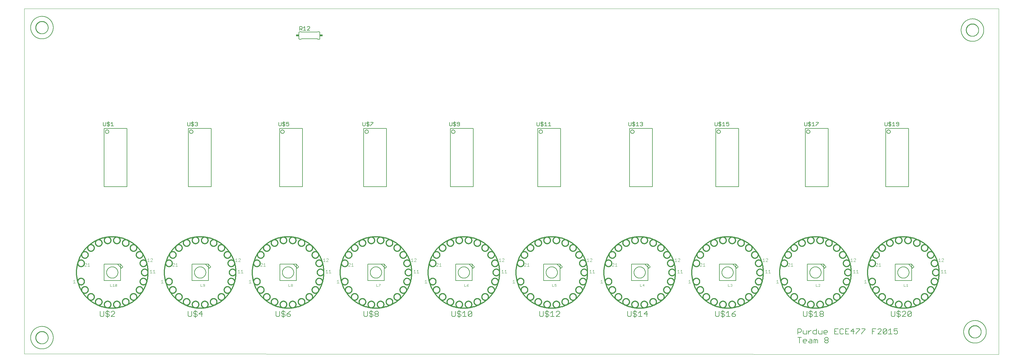
<source format=gto>
G75*
%MOIN*%
%OFA0B0*%
%FSLAX25Y25*%
%IPPOS*%
%LPD*%
%AMOC8*
5,1,8,0,0,1.08239X$1,22.5*
%
%ADD10C,0.00000*%
%ADD11C,0.00600*%
%ADD12C,0.00500*%
%ADD13C,0.00700*%
%ADD14C,0.01181*%
%ADD15C,0.00300*%
%ADD16R,0.03400X0.02400*%
%ADD17C,0.00800*%
D10*
X0001500Y0002000D02*
X0001500Y0415201D01*
X1165421Y0415201D01*
X1165421Y0001500D01*
X0001500Y0002000D01*
X0015413Y0021500D02*
X0015415Y0021674D01*
X0015422Y0021848D01*
X0015432Y0022021D01*
X0015447Y0022195D01*
X0015466Y0022368D01*
X0015490Y0022540D01*
X0015517Y0022712D01*
X0015549Y0022883D01*
X0015585Y0023053D01*
X0015625Y0023222D01*
X0015670Y0023390D01*
X0015718Y0023557D01*
X0015771Y0023723D01*
X0015827Y0023888D01*
X0015888Y0024051D01*
X0015952Y0024212D01*
X0016021Y0024372D01*
X0016093Y0024530D01*
X0016170Y0024686D01*
X0016250Y0024841D01*
X0016334Y0024993D01*
X0016421Y0025143D01*
X0016513Y0025292D01*
X0016607Y0025437D01*
X0016706Y0025581D01*
X0016808Y0025722D01*
X0016913Y0025860D01*
X0017022Y0025996D01*
X0017134Y0026129D01*
X0017249Y0026259D01*
X0017367Y0026387D01*
X0017489Y0026511D01*
X0017613Y0026633D01*
X0017741Y0026751D01*
X0017871Y0026866D01*
X0018004Y0026978D01*
X0018140Y0027087D01*
X0018278Y0027192D01*
X0018419Y0027294D01*
X0018563Y0027393D01*
X0018708Y0027487D01*
X0018857Y0027579D01*
X0019007Y0027666D01*
X0019159Y0027750D01*
X0019314Y0027830D01*
X0019470Y0027907D01*
X0019628Y0027979D01*
X0019788Y0028048D01*
X0019949Y0028112D01*
X0020112Y0028173D01*
X0020277Y0028229D01*
X0020443Y0028282D01*
X0020610Y0028330D01*
X0020778Y0028375D01*
X0020947Y0028415D01*
X0021117Y0028451D01*
X0021288Y0028483D01*
X0021460Y0028510D01*
X0021632Y0028534D01*
X0021805Y0028553D01*
X0021979Y0028568D01*
X0022152Y0028578D01*
X0022326Y0028585D01*
X0022500Y0028587D01*
X0022674Y0028585D01*
X0022848Y0028578D01*
X0023021Y0028568D01*
X0023195Y0028553D01*
X0023368Y0028534D01*
X0023540Y0028510D01*
X0023712Y0028483D01*
X0023883Y0028451D01*
X0024053Y0028415D01*
X0024222Y0028375D01*
X0024390Y0028330D01*
X0024557Y0028282D01*
X0024723Y0028229D01*
X0024888Y0028173D01*
X0025051Y0028112D01*
X0025212Y0028048D01*
X0025372Y0027979D01*
X0025530Y0027907D01*
X0025686Y0027830D01*
X0025841Y0027750D01*
X0025993Y0027666D01*
X0026143Y0027579D01*
X0026292Y0027487D01*
X0026437Y0027393D01*
X0026581Y0027294D01*
X0026722Y0027192D01*
X0026860Y0027087D01*
X0026996Y0026978D01*
X0027129Y0026866D01*
X0027259Y0026751D01*
X0027387Y0026633D01*
X0027511Y0026511D01*
X0027633Y0026387D01*
X0027751Y0026259D01*
X0027866Y0026129D01*
X0027978Y0025996D01*
X0028087Y0025860D01*
X0028192Y0025722D01*
X0028294Y0025581D01*
X0028393Y0025437D01*
X0028487Y0025292D01*
X0028579Y0025143D01*
X0028666Y0024993D01*
X0028750Y0024841D01*
X0028830Y0024686D01*
X0028907Y0024530D01*
X0028979Y0024372D01*
X0029048Y0024212D01*
X0029112Y0024051D01*
X0029173Y0023888D01*
X0029229Y0023723D01*
X0029282Y0023557D01*
X0029330Y0023390D01*
X0029375Y0023222D01*
X0029415Y0023053D01*
X0029451Y0022883D01*
X0029483Y0022712D01*
X0029510Y0022540D01*
X0029534Y0022368D01*
X0029553Y0022195D01*
X0029568Y0022021D01*
X0029578Y0021848D01*
X0029585Y0021674D01*
X0029587Y0021500D01*
X0029585Y0021326D01*
X0029578Y0021152D01*
X0029568Y0020979D01*
X0029553Y0020805D01*
X0029534Y0020632D01*
X0029510Y0020460D01*
X0029483Y0020288D01*
X0029451Y0020117D01*
X0029415Y0019947D01*
X0029375Y0019778D01*
X0029330Y0019610D01*
X0029282Y0019443D01*
X0029229Y0019277D01*
X0029173Y0019112D01*
X0029112Y0018949D01*
X0029048Y0018788D01*
X0028979Y0018628D01*
X0028907Y0018470D01*
X0028830Y0018314D01*
X0028750Y0018159D01*
X0028666Y0018007D01*
X0028579Y0017857D01*
X0028487Y0017708D01*
X0028393Y0017563D01*
X0028294Y0017419D01*
X0028192Y0017278D01*
X0028087Y0017140D01*
X0027978Y0017004D01*
X0027866Y0016871D01*
X0027751Y0016741D01*
X0027633Y0016613D01*
X0027511Y0016489D01*
X0027387Y0016367D01*
X0027259Y0016249D01*
X0027129Y0016134D01*
X0026996Y0016022D01*
X0026860Y0015913D01*
X0026722Y0015808D01*
X0026581Y0015706D01*
X0026437Y0015607D01*
X0026292Y0015513D01*
X0026143Y0015421D01*
X0025993Y0015334D01*
X0025841Y0015250D01*
X0025686Y0015170D01*
X0025530Y0015093D01*
X0025372Y0015021D01*
X0025212Y0014952D01*
X0025051Y0014888D01*
X0024888Y0014827D01*
X0024723Y0014771D01*
X0024557Y0014718D01*
X0024390Y0014670D01*
X0024222Y0014625D01*
X0024053Y0014585D01*
X0023883Y0014549D01*
X0023712Y0014517D01*
X0023540Y0014490D01*
X0023368Y0014466D01*
X0023195Y0014447D01*
X0023021Y0014432D01*
X0022848Y0014422D01*
X0022674Y0014415D01*
X0022500Y0014413D01*
X0022326Y0014415D01*
X0022152Y0014422D01*
X0021979Y0014432D01*
X0021805Y0014447D01*
X0021632Y0014466D01*
X0021460Y0014490D01*
X0021288Y0014517D01*
X0021117Y0014549D01*
X0020947Y0014585D01*
X0020778Y0014625D01*
X0020610Y0014670D01*
X0020443Y0014718D01*
X0020277Y0014771D01*
X0020112Y0014827D01*
X0019949Y0014888D01*
X0019788Y0014952D01*
X0019628Y0015021D01*
X0019470Y0015093D01*
X0019314Y0015170D01*
X0019159Y0015250D01*
X0019007Y0015334D01*
X0018857Y0015421D01*
X0018708Y0015513D01*
X0018563Y0015607D01*
X0018419Y0015706D01*
X0018278Y0015808D01*
X0018140Y0015913D01*
X0018004Y0016022D01*
X0017871Y0016134D01*
X0017741Y0016249D01*
X0017613Y0016367D01*
X0017489Y0016489D01*
X0017367Y0016613D01*
X0017249Y0016741D01*
X0017134Y0016871D01*
X0017022Y0017004D01*
X0016913Y0017140D01*
X0016808Y0017278D01*
X0016706Y0017419D01*
X0016607Y0017563D01*
X0016513Y0017708D01*
X0016421Y0017857D01*
X0016334Y0018007D01*
X0016250Y0018159D01*
X0016170Y0018314D01*
X0016093Y0018470D01*
X0016021Y0018628D01*
X0015952Y0018788D01*
X0015888Y0018949D01*
X0015827Y0019112D01*
X0015771Y0019277D01*
X0015718Y0019443D01*
X0015670Y0019610D01*
X0015625Y0019778D01*
X0015585Y0019947D01*
X0015549Y0020117D01*
X0015517Y0020288D01*
X0015490Y0020460D01*
X0015466Y0020632D01*
X0015447Y0020805D01*
X0015432Y0020979D01*
X0015422Y0021152D01*
X0015415Y0021326D01*
X0015413Y0021500D01*
X0015413Y0392500D02*
X0015415Y0392674D01*
X0015422Y0392848D01*
X0015432Y0393021D01*
X0015447Y0393195D01*
X0015466Y0393368D01*
X0015490Y0393540D01*
X0015517Y0393712D01*
X0015549Y0393883D01*
X0015585Y0394053D01*
X0015625Y0394222D01*
X0015670Y0394390D01*
X0015718Y0394557D01*
X0015771Y0394723D01*
X0015827Y0394888D01*
X0015888Y0395051D01*
X0015952Y0395212D01*
X0016021Y0395372D01*
X0016093Y0395530D01*
X0016170Y0395686D01*
X0016250Y0395841D01*
X0016334Y0395993D01*
X0016421Y0396143D01*
X0016513Y0396292D01*
X0016607Y0396437D01*
X0016706Y0396581D01*
X0016808Y0396722D01*
X0016913Y0396860D01*
X0017022Y0396996D01*
X0017134Y0397129D01*
X0017249Y0397259D01*
X0017367Y0397387D01*
X0017489Y0397511D01*
X0017613Y0397633D01*
X0017741Y0397751D01*
X0017871Y0397866D01*
X0018004Y0397978D01*
X0018140Y0398087D01*
X0018278Y0398192D01*
X0018419Y0398294D01*
X0018563Y0398393D01*
X0018708Y0398487D01*
X0018857Y0398579D01*
X0019007Y0398666D01*
X0019159Y0398750D01*
X0019314Y0398830D01*
X0019470Y0398907D01*
X0019628Y0398979D01*
X0019788Y0399048D01*
X0019949Y0399112D01*
X0020112Y0399173D01*
X0020277Y0399229D01*
X0020443Y0399282D01*
X0020610Y0399330D01*
X0020778Y0399375D01*
X0020947Y0399415D01*
X0021117Y0399451D01*
X0021288Y0399483D01*
X0021460Y0399510D01*
X0021632Y0399534D01*
X0021805Y0399553D01*
X0021979Y0399568D01*
X0022152Y0399578D01*
X0022326Y0399585D01*
X0022500Y0399587D01*
X0022674Y0399585D01*
X0022848Y0399578D01*
X0023021Y0399568D01*
X0023195Y0399553D01*
X0023368Y0399534D01*
X0023540Y0399510D01*
X0023712Y0399483D01*
X0023883Y0399451D01*
X0024053Y0399415D01*
X0024222Y0399375D01*
X0024390Y0399330D01*
X0024557Y0399282D01*
X0024723Y0399229D01*
X0024888Y0399173D01*
X0025051Y0399112D01*
X0025212Y0399048D01*
X0025372Y0398979D01*
X0025530Y0398907D01*
X0025686Y0398830D01*
X0025841Y0398750D01*
X0025993Y0398666D01*
X0026143Y0398579D01*
X0026292Y0398487D01*
X0026437Y0398393D01*
X0026581Y0398294D01*
X0026722Y0398192D01*
X0026860Y0398087D01*
X0026996Y0397978D01*
X0027129Y0397866D01*
X0027259Y0397751D01*
X0027387Y0397633D01*
X0027511Y0397511D01*
X0027633Y0397387D01*
X0027751Y0397259D01*
X0027866Y0397129D01*
X0027978Y0396996D01*
X0028087Y0396860D01*
X0028192Y0396722D01*
X0028294Y0396581D01*
X0028393Y0396437D01*
X0028487Y0396292D01*
X0028579Y0396143D01*
X0028666Y0395993D01*
X0028750Y0395841D01*
X0028830Y0395686D01*
X0028907Y0395530D01*
X0028979Y0395372D01*
X0029048Y0395212D01*
X0029112Y0395051D01*
X0029173Y0394888D01*
X0029229Y0394723D01*
X0029282Y0394557D01*
X0029330Y0394390D01*
X0029375Y0394222D01*
X0029415Y0394053D01*
X0029451Y0393883D01*
X0029483Y0393712D01*
X0029510Y0393540D01*
X0029534Y0393368D01*
X0029553Y0393195D01*
X0029568Y0393021D01*
X0029578Y0392848D01*
X0029585Y0392674D01*
X0029587Y0392500D01*
X0029585Y0392326D01*
X0029578Y0392152D01*
X0029568Y0391979D01*
X0029553Y0391805D01*
X0029534Y0391632D01*
X0029510Y0391460D01*
X0029483Y0391288D01*
X0029451Y0391117D01*
X0029415Y0390947D01*
X0029375Y0390778D01*
X0029330Y0390610D01*
X0029282Y0390443D01*
X0029229Y0390277D01*
X0029173Y0390112D01*
X0029112Y0389949D01*
X0029048Y0389788D01*
X0028979Y0389628D01*
X0028907Y0389470D01*
X0028830Y0389314D01*
X0028750Y0389159D01*
X0028666Y0389007D01*
X0028579Y0388857D01*
X0028487Y0388708D01*
X0028393Y0388563D01*
X0028294Y0388419D01*
X0028192Y0388278D01*
X0028087Y0388140D01*
X0027978Y0388004D01*
X0027866Y0387871D01*
X0027751Y0387741D01*
X0027633Y0387613D01*
X0027511Y0387489D01*
X0027387Y0387367D01*
X0027259Y0387249D01*
X0027129Y0387134D01*
X0026996Y0387022D01*
X0026860Y0386913D01*
X0026722Y0386808D01*
X0026581Y0386706D01*
X0026437Y0386607D01*
X0026292Y0386513D01*
X0026143Y0386421D01*
X0025993Y0386334D01*
X0025841Y0386250D01*
X0025686Y0386170D01*
X0025530Y0386093D01*
X0025372Y0386021D01*
X0025212Y0385952D01*
X0025051Y0385888D01*
X0024888Y0385827D01*
X0024723Y0385771D01*
X0024557Y0385718D01*
X0024390Y0385670D01*
X0024222Y0385625D01*
X0024053Y0385585D01*
X0023883Y0385549D01*
X0023712Y0385517D01*
X0023540Y0385490D01*
X0023368Y0385466D01*
X0023195Y0385447D01*
X0023021Y0385432D01*
X0022848Y0385422D01*
X0022674Y0385415D01*
X0022500Y0385413D01*
X0022326Y0385415D01*
X0022152Y0385422D01*
X0021979Y0385432D01*
X0021805Y0385447D01*
X0021632Y0385466D01*
X0021460Y0385490D01*
X0021288Y0385517D01*
X0021117Y0385549D01*
X0020947Y0385585D01*
X0020778Y0385625D01*
X0020610Y0385670D01*
X0020443Y0385718D01*
X0020277Y0385771D01*
X0020112Y0385827D01*
X0019949Y0385888D01*
X0019788Y0385952D01*
X0019628Y0386021D01*
X0019470Y0386093D01*
X0019314Y0386170D01*
X0019159Y0386250D01*
X0019007Y0386334D01*
X0018857Y0386421D01*
X0018708Y0386513D01*
X0018563Y0386607D01*
X0018419Y0386706D01*
X0018278Y0386808D01*
X0018140Y0386913D01*
X0018004Y0387022D01*
X0017871Y0387134D01*
X0017741Y0387249D01*
X0017613Y0387367D01*
X0017489Y0387489D01*
X0017367Y0387613D01*
X0017249Y0387741D01*
X0017134Y0387871D01*
X0017022Y0388004D01*
X0016913Y0388140D01*
X0016808Y0388278D01*
X0016706Y0388419D01*
X0016607Y0388563D01*
X0016513Y0388708D01*
X0016421Y0388857D01*
X0016334Y0389007D01*
X0016250Y0389159D01*
X0016170Y0389314D01*
X0016093Y0389470D01*
X0016021Y0389628D01*
X0015952Y0389788D01*
X0015888Y0389949D01*
X0015827Y0390112D01*
X0015771Y0390277D01*
X0015718Y0390443D01*
X0015670Y0390610D01*
X0015625Y0390778D01*
X0015585Y0390947D01*
X0015549Y0391117D01*
X0015517Y0391288D01*
X0015490Y0391460D01*
X0015466Y0391632D01*
X0015447Y0391805D01*
X0015432Y0391979D01*
X0015422Y0392152D01*
X0015415Y0392326D01*
X0015413Y0392500D01*
X1126913Y0389500D02*
X1126915Y0389674D01*
X1126922Y0389848D01*
X1126932Y0390021D01*
X1126947Y0390195D01*
X1126966Y0390368D01*
X1126990Y0390540D01*
X1127017Y0390712D01*
X1127049Y0390883D01*
X1127085Y0391053D01*
X1127125Y0391222D01*
X1127170Y0391390D01*
X1127218Y0391557D01*
X1127271Y0391723D01*
X1127327Y0391888D01*
X1127388Y0392051D01*
X1127452Y0392212D01*
X1127521Y0392372D01*
X1127593Y0392530D01*
X1127670Y0392686D01*
X1127750Y0392841D01*
X1127834Y0392993D01*
X1127921Y0393143D01*
X1128013Y0393292D01*
X1128107Y0393437D01*
X1128206Y0393581D01*
X1128308Y0393722D01*
X1128413Y0393860D01*
X1128522Y0393996D01*
X1128634Y0394129D01*
X1128749Y0394259D01*
X1128867Y0394387D01*
X1128989Y0394511D01*
X1129113Y0394633D01*
X1129241Y0394751D01*
X1129371Y0394866D01*
X1129504Y0394978D01*
X1129640Y0395087D01*
X1129778Y0395192D01*
X1129919Y0395294D01*
X1130063Y0395393D01*
X1130208Y0395487D01*
X1130357Y0395579D01*
X1130507Y0395666D01*
X1130659Y0395750D01*
X1130814Y0395830D01*
X1130970Y0395907D01*
X1131128Y0395979D01*
X1131288Y0396048D01*
X1131449Y0396112D01*
X1131612Y0396173D01*
X1131777Y0396229D01*
X1131943Y0396282D01*
X1132110Y0396330D01*
X1132278Y0396375D01*
X1132447Y0396415D01*
X1132617Y0396451D01*
X1132788Y0396483D01*
X1132960Y0396510D01*
X1133132Y0396534D01*
X1133305Y0396553D01*
X1133479Y0396568D01*
X1133652Y0396578D01*
X1133826Y0396585D01*
X1134000Y0396587D01*
X1134174Y0396585D01*
X1134348Y0396578D01*
X1134521Y0396568D01*
X1134695Y0396553D01*
X1134868Y0396534D01*
X1135040Y0396510D01*
X1135212Y0396483D01*
X1135383Y0396451D01*
X1135553Y0396415D01*
X1135722Y0396375D01*
X1135890Y0396330D01*
X1136057Y0396282D01*
X1136223Y0396229D01*
X1136388Y0396173D01*
X1136551Y0396112D01*
X1136712Y0396048D01*
X1136872Y0395979D01*
X1137030Y0395907D01*
X1137186Y0395830D01*
X1137341Y0395750D01*
X1137493Y0395666D01*
X1137643Y0395579D01*
X1137792Y0395487D01*
X1137937Y0395393D01*
X1138081Y0395294D01*
X1138222Y0395192D01*
X1138360Y0395087D01*
X1138496Y0394978D01*
X1138629Y0394866D01*
X1138759Y0394751D01*
X1138887Y0394633D01*
X1139011Y0394511D01*
X1139133Y0394387D01*
X1139251Y0394259D01*
X1139366Y0394129D01*
X1139478Y0393996D01*
X1139587Y0393860D01*
X1139692Y0393722D01*
X1139794Y0393581D01*
X1139893Y0393437D01*
X1139987Y0393292D01*
X1140079Y0393143D01*
X1140166Y0392993D01*
X1140250Y0392841D01*
X1140330Y0392686D01*
X1140407Y0392530D01*
X1140479Y0392372D01*
X1140548Y0392212D01*
X1140612Y0392051D01*
X1140673Y0391888D01*
X1140729Y0391723D01*
X1140782Y0391557D01*
X1140830Y0391390D01*
X1140875Y0391222D01*
X1140915Y0391053D01*
X1140951Y0390883D01*
X1140983Y0390712D01*
X1141010Y0390540D01*
X1141034Y0390368D01*
X1141053Y0390195D01*
X1141068Y0390021D01*
X1141078Y0389848D01*
X1141085Y0389674D01*
X1141087Y0389500D01*
X1141085Y0389326D01*
X1141078Y0389152D01*
X1141068Y0388979D01*
X1141053Y0388805D01*
X1141034Y0388632D01*
X1141010Y0388460D01*
X1140983Y0388288D01*
X1140951Y0388117D01*
X1140915Y0387947D01*
X1140875Y0387778D01*
X1140830Y0387610D01*
X1140782Y0387443D01*
X1140729Y0387277D01*
X1140673Y0387112D01*
X1140612Y0386949D01*
X1140548Y0386788D01*
X1140479Y0386628D01*
X1140407Y0386470D01*
X1140330Y0386314D01*
X1140250Y0386159D01*
X1140166Y0386007D01*
X1140079Y0385857D01*
X1139987Y0385708D01*
X1139893Y0385563D01*
X1139794Y0385419D01*
X1139692Y0385278D01*
X1139587Y0385140D01*
X1139478Y0385004D01*
X1139366Y0384871D01*
X1139251Y0384741D01*
X1139133Y0384613D01*
X1139011Y0384489D01*
X1138887Y0384367D01*
X1138759Y0384249D01*
X1138629Y0384134D01*
X1138496Y0384022D01*
X1138360Y0383913D01*
X1138222Y0383808D01*
X1138081Y0383706D01*
X1137937Y0383607D01*
X1137792Y0383513D01*
X1137643Y0383421D01*
X1137493Y0383334D01*
X1137341Y0383250D01*
X1137186Y0383170D01*
X1137030Y0383093D01*
X1136872Y0383021D01*
X1136712Y0382952D01*
X1136551Y0382888D01*
X1136388Y0382827D01*
X1136223Y0382771D01*
X1136057Y0382718D01*
X1135890Y0382670D01*
X1135722Y0382625D01*
X1135553Y0382585D01*
X1135383Y0382549D01*
X1135212Y0382517D01*
X1135040Y0382490D01*
X1134868Y0382466D01*
X1134695Y0382447D01*
X1134521Y0382432D01*
X1134348Y0382422D01*
X1134174Y0382415D01*
X1134000Y0382413D01*
X1133826Y0382415D01*
X1133652Y0382422D01*
X1133479Y0382432D01*
X1133305Y0382447D01*
X1133132Y0382466D01*
X1132960Y0382490D01*
X1132788Y0382517D01*
X1132617Y0382549D01*
X1132447Y0382585D01*
X1132278Y0382625D01*
X1132110Y0382670D01*
X1131943Y0382718D01*
X1131777Y0382771D01*
X1131612Y0382827D01*
X1131449Y0382888D01*
X1131288Y0382952D01*
X1131128Y0383021D01*
X1130970Y0383093D01*
X1130814Y0383170D01*
X1130659Y0383250D01*
X1130507Y0383334D01*
X1130357Y0383421D01*
X1130208Y0383513D01*
X1130063Y0383607D01*
X1129919Y0383706D01*
X1129778Y0383808D01*
X1129640Y0383913D01*
X1129504Y0384022D01*
X1129371Y0384134D01*
X1129241Y0384249D01*
X1129113Y0384367D01*
X1128989Y0384489D01*
X1128867Y0384613D01*
X1128749Y0384741D01*
X1128634Y0384871D01*
X1128522Y0385004D01*
X1128413Y0385140D01*
X1128308Y0385278D01*
X1128206Y0385419D01*
X1128107Y0385563D01*
X1128013Y0385708D01*
X1127921Y0385857D01*
X1127834Y0386007D01*
X1127750Y0386159D01*
X1127670Y0386314D01*
X1127593Y0386470D01*
X1127521Y0386628D01*
X1127452Y0386788D01*
X1127388Y0386949D01*
X1127327Y0387112D01*
X1127271Y0387277D01*
X1127218Y0387443D01*
X1127170Y0387610D01*
X1127125Y0387778D01*
X1127085Y0387947D01*
X1127049Y0388117D01*
X1127017Y0388288D01*
X1126990Y0388460D01*
X1126966Y0388632D01*
X1126947Y0388805D01*
X1126932Y0388979D01*
X1126922Y0389152D01*
X1126915Y0389326D01*
X1126913Y0389500D01*
X1129913Y0028500D02*
X1129915Y0028674D01*
X1129922Y0028848D01*
X1129932Y0029021D01*
X1129947Y0029195D01*
X1129966Y0029368D01*
X1129990Y0029540D01*
X1130017Y0029712D01*
X1130049Y0029883D01*
X1130085Y0030053D01*
X1130125Y0030222D01*
X1130170Y0030390D01*
X1130218Y0030557D01*
X1130271Y0030723D01*
X1130327Y0030888D01*
X1130388Y0031051D01*
X1130452Y0031212D01*
X1130521Y0031372D01*
X1130593Y0031530D01*
X1130670Y0031686D01*
X1130750Y0031841D01*
X1130834Y0031993D01*
X1130921Y0032143D01*
X1131013Y0032292D01*
X1131107Y0032437D01*
X1131206Y0032581D01*
X1131308Y0032722D01*
X1131413Y0032860D01*
X1131522Y0032996D01*
X1131634Y0033129D01*
X1131749Y0033259D01*
X1131867Y0033387D01*
X1131989Y0033511D01*
X1132113Y0033633D01*
X1132241Y0033751D01*
X1132371Y0033866D01*
X1132504Y0033978D01*
X1132640Y0034087D01*
X1132778Y0034192D01*
X1132919Y0034294D01*
X1133063Y0034393D01*
X1133208Y0034487D01*
X1133357Y0034579D01*
X1133507Y0034666D01*
X1133659Y0034750D01*
X1133814Y0034830D01*
X1133970Y0034907D01*
X1134128Y0034979D01*
X1134288Y0035048D01*
X1134449Y0035112D01*
X1134612Y0035173D01*
X1134777Y0035229D01*
X1134943Y0035282D01*
X1135110Y0035330D01*
X1135278Y0035375D01*
X1135447Y0035415D01*
X1135617Y0035451D01*
X1135788Y0035483D01*
X1135960Y0035510D01*
X1136132Y0035534D01*
X1136305Y0035553D01*
X1136479Y0035568D01*
X1136652Y0035578D01*
X1136826Y0035585D01*
X1137000Y0035587D01*
X1137174Y0035585D01*
X1137348Y0035578D01*
X1137521Y0035568D01*
X1137695Y0035553D01*
X1137868Y0035534D01*
X1138040Y0035510D01*
X1138212Y0035483D01*
X1138383Y0035451D01*
X1138553Y0035415D01*
X1138722Y0035375D01*
X1138890Y0035330D01*
X1139057Y0035282D01*
X1139223Y0035229D01*
X1139388Y0035173D01*
X1139551Y0035112D01*
X1139712Y0035048D01*
X1139872Y0034979D01*
X1140030Y0034907D01*
X1140186Y0034830D01*
X1140341Y0034750D01*
X1140493Y0034666D01*
X1140643Y0034579D01*
X1140792Y0034487D01*
X1140937Y0034393D01*
X1141081Y0034294D01*
X1141222Y0034192D01*
X1141360Y0034087D01*
X1141496Y0033978D01*
X1141629Y0033866D01*
X1141759Y0033751D01*
X1141887Y0033633D01*
X1142011Y0033511D01*
X1142133Y0033387D01*
X1142251Y0033259D01*
X1142366Y0033129D01*
X1142478Y0032996D01*
X1142587Y0032860D01*
X1142692Y0032722D01*
X1142794Y0032581D01*
X1142893Y0032437D01*
X1142987Y0032292D01*
X1143079Y0032143D01*
X1143166Y0031993D01*
X1143250Y0031841D01*
X1143330Y0031686D01*
X1143407Y0031530D01*
X1143479Y0031372D01*
X1143548Y0031212D01*
X1143612Y0031051D01*
X1143673Y0030888D01*
X1143729Y0030723D01*
X1143782Y0030557D01*
X1143830Y0030390D01*
X1143875Y0030222D01*
X1143915Y0030053D01*
X1143951Y0029883D01*
X1143983Y0029712D01*
X1144010Y0029540D01*
X1144034Y0029368D01*
X1144053Y0029195D01*
X1144068Y0029021D01*
X1144078Y0028848D01*
X1144085Y0028674D01*
X1144087Y0028500D01*
X1144085Y0028326D01*
X1144078Y0028152D01*
X1144068Y0027979D01*
X1144053Y0027805D01*
X1144034Y0027632D01*
X1144010Y0027460D01*
X1143983Y0027288D01*
X1143951Y0027117D01*
X1143915Y0026947D01*
X1143875Y0026778D01*
X1143830Y0026610D01*
X1143782Y0026443D01*
X1143729Y0026277D01*
X1143673Y0026112D01*
X1143612Y0025949D01*
X1143548Y0025788D01*
X1143479Y0025628D01*
X1143407Y0025470D01*
X1143330Y0025314D01*
X1143250Y0025159D01*
X1143166Y0025007D01*
X1143079Y0024857D01*
X1142987Y0024708D01*
X1142893Y0024563D01*
X1142794Y0024419D01*
X1142692Y0024278D01*
X1142587Y0024140D01*
X1142478Y0024004D01*
X1142366Y0023871D01*
X1142251Y0023741D01*
X1142133Y0023613D01*
X1142011Y0023489D01*
X1141887Y0023367D01*
X1141759Y0023249D01*
X1141629Y0023134D01*
X1141496Y0023022D01*
X1141360Y0022913D01*
X1141222Y0022808D01*
X1141081Y0022706D01*
X1140937Y0022607D01*
X1140792Y0022513D01*
X1140643Y0022421D01*
X1140493Y0022334D01*
X1140341Y0022250D01*
X1140186Y0022170D01*
X1140030Y0022093D01*
X1139872Y0022021D01*
X1139712Y0021952D01*
X1139551Y0021888D01*
X1139388Y0021827D01*
X1139223Y0021771D01*
X1139057Y0021718D01*
X1138890Y0021670D01*
X1138722Y0021625D01*
X1138553Y0021585D01*
X1138383Y0021549D01*
X1138212Y0021517D01*
X1138040Y0021490D01*
X1137868Y0021466D01*
X1137695Y0021447D01*
X1137521Y0021432D01*
X1137348Y0021422D01*
X1137174Y0021415D01*
X1137000Y0021413D01*
X1136826Y0021415D01*
X1136652Y0021422D01*
X1136479Y0021432D01*
X1136305Y0021447D01*
X1136132Y0021466D01*
X1135960Y0021490D01*
X1135788Y0021517D01*
X1135617Y0021549D01*
X1135447Y0021585D01*
X1135278Y0021625D01*
X1135110Y0021670D01*
X1134943Y0021718D01*
X1134777Y0021771D01*
X1134612Y0021827D01*
X1134449Y0021888D01*
X1134288Y0021952D01*
X1134128Y0022021D01*
X1133970Y0022093D01*
X1133814Y0022170D01*
X1133659Y0022250D01*
X1133507Y0022334D01*
X1133357Y0022421D01*
X1133208Y0022513D01*
X1133063Y0022607D01*
X1132919Y0022706D01*
X1132778Y0022808D01*
X1132640Y0022913D01*
X1132504Y0023022D01*
X1132371Y0023134D01*
X1132241Y0023249D01*
X1132113Y0023367D01*
X1131989Y0023489D01*
X1131867Y0023613D01*
X1131749Y0023741D01*
X1131634Y0023871D01*
X1131522Y0024004D01*
X1131413Y0024140D01*
X1131308Y0024278D01*
X1131206Y0024419D01*
X1131107Y0024563D01*
X1131013Y0024708D01*
X1130921Y0024857D01*
X1130834Y0025007D01*
X1130750Y0025159D01*
X1130670Y0025314D01*
X1130593Y0025470D01*
X1130521Y0025628D01*
X1130452Y0025788D01*
X1130388Y0025949D01*
X1130327Y0026112D01*
X1130271Y0026277D01*
X1130218Y0026443D01*
X1130170Y0026610D01*
X1130125Y0026778D01*
X1130085Y0026947D01*
X1130049Y0027117D01*
X1130017Y0027288D01*
X1129990Y0027460D01*
X1129966Y0027632D01*
X1129947Y0027805D01*
X1129932Y0027979D01*
X1129922Y0028152D01*
X1129915Y0028326D01*
X1129913Y0028500D01*
D11*
X1123500Y0028500D02*
X1123504Y0028831D01*
X1123516Y0029162D01*
X1123537Y0029493D01*
X1123565Y0029823D01*
X1123602Y0030153D01*
X1123646Y0030481D01*
X1123699Y0030808D01*
X1123759Y0031134D01*
X1123828Y0031458D01*
X1123905Y0031780D01*
X1123989Y0032101D01*
X1124081Y0032419D01*
X1124181Y0032735D01*
X1124289Y0033048D01*
X1124405Y0033359D01*
X1124528Y0033666D01*
X1124658Y0033971D01*
X1124796Y0034272D01*
X1124941Y0034570D01*
X1125094Y0034864D01*
X1125254Y0035154D01*
X1125421Y0035440D01*
X1125594Y0035722D01*
X1125775Y0036000D01*
X1125963Y0036273D01*
X1126157Y0036542D01*
X1126357Y0036806D01*
X1126564Y0037064D01*
X1126778Y0037318D01*
X1126997Y0037566D01*
X1127223Y0037809D01*
X1127454Y0038046D01*
X1127691Y0038277D01*
X1127934Y0038503D01*
X1128182Y0038722D01*
X1128436Y0038936D01*
X1128694Y0039143D01*
X1128958Y0039343D01*
X1129227Y0039537D01*
X1129500Y0039725D01*
X1129778Y0039906D01*
X1130060Y0040079D01*
X1130346Y0040246D01*
X1130636Y0040406D01*
X1130930Y0040559D01*
X1131228Y0040704D01*
X1131529Y0040842D01*
X1131834Y0040972D01*
X1132141Y0041095D01*
X1132452Y0041211D01*
X1132765Y0041319D01*
X1133081Y0041419D01*
X1133399Y0041511D01*
X1133720Y0041595D01*
X1134042Y0041672D01*
X1134366Y0041741D01*
X1134692Y0041801D01*
X1135019Y0041854D01*
X1135347Y0041898D01*
X1135677Y0041935D01*
X1136007Y0041963D01*
X1136338Y0041984D01*
X1136669Y0041996D01*
X1137000Y0042000D01*
X1137331Y0041996D01*
X1137662Y0041984D01*
X1137993Y0041963D01*
X1138323Y0041935D01*
X1138653Y0041898D01*
X1138981Y0041854D01*
X1139308Y0041801D01*
X1139634Y0041741D01*
X1139958Y0041672D01*
X1140280Y0041595D01*
X1140601Y0041511D01*
X1140919Y0041419D01*
X1141235Y0041319D01*
X1141548Y0041211D01*
X1141859Y0041095D01*
X1142166Y0040972D01*
X1142471Y0040842D01*
X1142772Y0040704D01*
X1143070Y0040559D01*
X1143364Y0040406D01*
X1143654Y0040246D01*
X1143940Y0040079D01*
X1144222Y0039906D01*
X1144500Y0039725D01*
X1144773Y0039537D01*
X1145042Y0039343D01*
X1145306Y0039143D01*
X1145564Y0038936D01*
X1145818Y0038722D01*
X1146066Y0038503D01*
X1146309Y0038277D01*
X1146546Y0038046D01*
X1146777Y0037809D01*
X1147003Y0037566D01*
X1147222Y0037318D01*
X1147436Y0037064D01*
X1147643Y0036806D01*
X1147843Y0036542D01*
X1148037Y0036273D01*
X1148225Y0036000D01*
X1148406Y0035722D01*
X1148579Y0035440D01*
X1148746Y0035154D01*
X1148906Y0034864D01*
X1149059Y0034570D01*
X1149204Y0034272D01*
X1149342Y0033971D01*
X1149472Y0033666D01*
X1149595Y0033359D01*
X1149711Y0033048D01*
X1149819Y0032735D01*
X1149919Y0032419D01*
X1150011Y0032101D01*
X1150095Y0031780D01*
X1150172Y0031458D01*
X1150241Y0031134D01*
X1150301Y0030808D01*
X1150354Y0030481D01*
X1150398Y0030153D01*
X1150435Y0029823D01*
X1150463Y0029493D01*
X1150484Y0029162D01*
X1150496Y0028831D01*
X1150500Y0028500D01*
X1150496Y0028169D01*
X1150484Y0027838D01*
X1150463Y0027507D01*
X1150435Y0027177D01*
X1150398Y0026847D01*
X1150354Y0026519D01*
X1150301Y0026192D01*
X1150241Y0025866D01*
X1150172Y0025542D01*
X1150095Y0025220D01*
X1150011Y0024899D01*
X1149919Y0024581D01*
X1149819Y0024265D01*
X1149711Y0023952D01*
X1149595Y0023641D01*
X1149472Y0023334D01*
X1149342Y0023029D01*
X1149204Y0022728D01*
X1149059Y0022430D01*
X1148906Y0022136D01*
X1148746Y0021846D01*
X1148579Y0021560D01*
X1148406Y0021278D01*
X1148225Y0021000D01*
X1148037Y0020727D01*
X1147843Y0020458D01*
X1147643Y0020194D01*
X1147436Y0019936D01*
X1147222Y0019682D01*
X1147003Y0019434D01*
X1146777Y0019191D01*
X1146546Y0018954D01*
X1146309Y0018723D01*
X1146066Y0018497D01*
X1145818Y0018278D01*
X1145564Y0018064D01*
X1145306Y0017857D01*
X1145042Y0017657D01*
X1144773Y0017463D01*
X1144500Y0017275D01*
X1144222Y0017094D01*
X1143940Y0016921D01*
X1143654Y0016754D01*
X1143364Y0016594D01*
X1143070Y0016441D01*
X1142772Y0016296D01*
X1142471Y0016158D01*
X1142166Y0016028D01*
X1141859Y0015905D01*
X1141548Y0015789D01*
X1141235Y0015681D01*
X1140919Y0015581D01*
X1140601Y0015489D01*
X1140280Y0015405D01*
X1139958Y0015328D01*
X1139634Y0015259D01*
X1139308Y0015199D01*
X1138981Y0015146D01*
X1138653Y0015102D01*
X1138323Y0015065D01*
X1137993Y0015037D01*
X1137662Y0015016D01*
X1137331Y0015004D01*
X1137000Y0015000D01*
X1136669Y0015004D01*
X1136338Y0015016D01*
X1136007Y0015037D01*
X1135677Y0015065D01*
X1135347Y0015102D01*
X1135019Y0015146D01*
X1134692Y0015199D01*
X1134366Y0015259D01*
X1134042Y0015328D01*
X1133720Y0015405D01*
X1133399Y0015489D01*
X1133081Y0015581D01*
X1132765Y0015681D01*
X1132452Y0015789D01*
X1132141Y0015905D01*
X1131834Y0016028D01*
X1131529Y0016158D01*
X1131228Y0016296D01*
X1130930Y0016441D01*
X1130636Y0016594D01*
X1130346Y0016754D01*
X1130060Y0016921D01*
X1129778Y0017094D01*
X1129500Y0017275D01*
X1129227Y0017463D01*
X1128958Y0017657D01*
X1128694Y0017857D01*
X1128436Y0018064D01*
X1128182Y0018278D01*
X1127934Y0018497D01*
X1127691Y0018723D01*
X1127454Y0018954D01*
X1127223Y0019191D01*
X1126997Y0019434D01*
X1126778Y0019682D01*
X1126564Y0019936D01*
X1126357Y0020194D01*
X1126157Y0020458D01*
X1125963Y0020727D01*
X1125775Y0021000D01*
X1125594Y0021278D01*
X1125421Y0021560D01*
X1125254Y0021846D01*
X1125094Y0022136D01*
X1124941Y0022430D01*
X1124796Y0022728D01*
X1124658Y0023029D01*
X1124528Y0023334D01*
X1124405Y0023641D01*
X1124289Y0023952D01*
X1124181Y0024265D01*
X1124081Y0024581D01*
X1123989Y0024899D01*
X1123905Y0025220D01*
X1123828Y0025542D01*
X1123759Y0025866D01*
X1123699Y0026192D01*
X1123646Y0026519D01*
X1123602Y0026847D01*
X1123565Y0027177D01*
X1123537Y0027507D01*
X1123516Y0027838D01*
X1123504Y0028169D01*
X1123500Y0028500D01*
X1044515Y0029003D02*
X1044515Y0026868D01*
X1043447Y0025800D01*
X1041312Y0025800D01*
X1040245Y0026868D01*
X1040245Y0029003D02*
X1042380Y0030070D01*
X1043447Y0030070D01*
X1044515Y0029003D01*
X1044515Y0032205D02*
X1040245Y0032205D01*
X1040245Y0029003D01*
X1038070Y0025800D02*
X1033799Y0025800D01*
X1035934Y0025800D02*
X1035934Y0032205D01*
X1033799Y0030070D01*
X1031624Y0031138D02*
X1027354Y0026868D01*
X1028421Y0025800D01*
X1030556Y0025800D01*
X1031624Y0026868D01*
X1031624Y0031138D01*
X1030556Y0032205D01*
X1028421Y0032205D01*
X1027354Y0031138D01*
X1027354Y0026868D01*
X1025179Y0025800D02*
X1020908Y0025800D01*
X1025179Y0030070D01*
X1025179Y0031138D01*
X1024111Y0032205D01*
X1021976Y0032205D01*
X1020908Y0031138D01*
X1018733Y0032205D02*
X1014463Y0032205D01*
X1014463Y0025800D01*
X1014463Y0029003D02*
X1016598Y0029003D01*
X1005842Y0031138D02*
X1001572Y0026868D01*
X1001572Y0025800D01*
X0999397Y0031138D02*
X0995126Y0026868D01*
X0995126Y0025800D01*
X0991883Y0025800D02*
X0991883Y0032205D01*
X0988681Y0029003D01*
X0992951Y0029003D01*
X0995126Y0032205D02*
X0999397Y0032205D01*
X0999397Y0031138D01*
X1001572Y0032205D02*
X1005842Y0032205D01*
X1005842Y0031138D01*
X0986506Y0032205D02*
X0982235Y0032205D01*
X0982235Y0025800D01*
X0986506Y0025800D01*
X0984370Y0029003D02*
X0982235Y0029003D01*
X0980060Y0031138D02*
X0978992Y0032205D01*
X0976857Y0032205D01*
X0975790Y0031138D01*
X0975790Y0026868D01*
X0976857Y0025800D01*
X0978992Y0025800D01*
X0980060Y0026868D01*
X0973615Y0025800D02*
X0969344Y0025800D01*
X0969344Y0032205D01*
X0973615Y0032205D01*
X0971479Y0029003D02*
X0969344Y0029003D01*
X0960724Y0029003D02*
X0959656Y0030070D01*
X0957521Y0030070D01*
X0956453Y0029003D01*
X0956453Y0026868D01*
X0957521Y0025800D01*
X0959656Y0025800D01*
X0960724Y0027935D02*
X0956453Y0027935D01*
X0954278Y0025800D02*
X0954278Y0030070D01*
X0954278Y0025800D02*
X0951075Y0025800D01*
X0950008Y0026868D01*
X0950008Y0030070D01*
X0947833Y0030070D02*
X0944630Y0030070D01*
X0943562Y0029003D01*
X0943562Y0026868D01*
X0944630Y0025800D01*
X0947833Y0025800D01*
X0947833Y0032205D01*
X0941394Y0030070D02*
X0940326Y0030070D01*
X0938191Y0027935D01*
X0938191Y0025800D02*
X0938191Y0030070D01*
X0936016Y0030070D02*
X0936016Y0025800D01*
X0932813Y0025800D01*
X0931745Y0026868D01*
X0931745Y0030070D01*
X0929570Y0029003D02*
X0929570Y0031138D01*
X0928503Y0032205D01*
X0925300Y0032205D01*
X0925300Y0025800D01*
X0925300Y0027935D02*
X0928503Y0027935D01*
X0929570Y0029003D01*
X0929570Y0021705D02*
X0925300Y0021705D01*
X0927435Y0021705D02*
X0927435Y0015300D01*
X0931745Y0016368D02*
X0931745Y0018503D01*
X0932813Y0019570D01*
X0934948Y0019570D01*
X0936016Y0018503D01*
X0936016Y0017435D01*
X0931745Y0017435D01*
X0931745Y0016368D02*
X0932813Y0015300D01*
X0934948Y0015300D01*
X0938191Y0016368D02*
X0939259Y0017435D01*
X0942461Y0017435D01*
X0942461Y0018503D02*
X0942461Y0015300D01*
X0939259Y0015300D01*
X0938191Y0016368D01*
X0939259Y0019570D02*
X0941394Y0019570D01*
X0942461Y0018503D01*
X0944636Y0019570D02*
X0945704Y0019570D01*
X0946772Y0018503D01*
X0947839Y0019570D01*
X0948907Y0018503D01*
X0948907Y0015300D01*
X0946772Y0015300D02*
X0946772Y0018503D01*
X0944636Y0019570D02*
X0944636Y0015300D01*
X0957527Y0016368D02*
X0957527Y0017435D01*
X0958595Y0018503D01*
X0960730Y0018503D01*
X0961798Y0017435D01*
X0961798Y0016368D01*
X0960730Y0015300D01*
X0958595Y0015300D01*
X0957527Y0016368D01*
X0958595Y0018503D02*
X0957527Y0019570D01*
X0957527Y0020638D01*
X0958595Y0021705D01*
X0960730Y0021705D01*
X0961798Y0020638D01*
X0961798Y0019570D01*
X0960730Y0018503D01*
X0960724Y0027935D02*
X0960724Y0029003D01*
X0961635Y0202200D02*
X0934365Y0202200D01*
X0934365Y0271700D01*
X0961635Y0271700D01*
X0961635Y0202200D01*
X1030365Y0202200D02*
X1057635Y0202200D01*
X1057635Y0271700D01*
X1030365Y0271700D01*
X1030365Y0202200D01*
X0854635Y0202200D02*
X0854635Y0271700D01*
X0827365Y0271700D01*
X0827365Y0202200D01*
X0854635Y0202200D01*
X0751635Y0202200D02*
X0751635Y0271700D01*
X0724365Y0271700D01*
X0724365Y0202200D01*
X0751635Y0202200D01*
X0642135Y0202200D02*
X0642135Y0271700D01*
X0614865Y0271700D01*
X0614865Y0202200D01*
X0642135Y0202200D01*
X0537635Y0202200D02*
X0537635Y0271700D01*
X0510365Y0271700D01*
X0510365Y0202200D01*
X0537635Y0202200D01*
X0434135Y0202200D02*
X0434135Y0271700D01*
X0406865Y0271700D01*
X0406865Y0202200D01*
X0434135Y0202200D01*
X0333635Y0202200D02*
X0333635Y0271700D01*
X0306365Y0271700D01*
X0306365Y0202200D01*
X0333635Y0202200D01*
X0224635Y0202200D02*
X0224635Y0271700D01*
X0197365Y0271700D01*
X0197365Y0202200D01*
X0224635Y0202200D01*
X0124135Y0202200D02*
X0124135Y0271700D01*
X0096865Y0271700D01*
X0096865Y0202200D01*
X0124135Y0202200D01*
X0098234Y0268000D02*
X0098236Y0268092D01*
X0098242Y0268183D01*
X0098252Y0268274D01*
X0098266Y0268365D01*
X0098284Y0268455D01*
X0098306Y0268544D01*
X0098331Y0268631D01*
X0098361Y0268718D01*
X0098394Y0268804D01*
X0098431Y0268887D01*
X0098471Y0268970D01*
X0098515Y0269050D01*
X0098563Y0269128D01*
X0098614Y0269205D01*
X0098668Y0269278D01*
X0098725Y0269350D01*
X0098786Y0269419D01*
X0098849Y0269485D01*
X0098915Y0269548D01*
X0098984Y0269609D01*
X0099056Y0269666D01*
X0099129Y0269720D01*
X0099206Y0269771D01*
X0099284Y0269819D01*
X0099364Y0269863D01*
X0099447Y0269903D01*
X0099530Y0269940D01*
X0099616Y0269973D01*
X0099703Y0270003D01*
X0099790Y0270028D01*
X0099879Y0270050D01*
X0099969Y0270068D01*
X0100060Y0270082D01*
X0100151Y0270092D01*
X0100242Y0270098D01*
X0100334Y0270100D01*
X0100426Y0270098D01*
X0100517Y0270092D01*
X0100608Y0270082D01*
X0100699Y0270068D01*
X0100789Y0270050D01*
X0100878Y0270028D01*
X0100965Y0270003D01*
X0101052Y0269973D01*
X0101138Y0269940D01*
X0101221Y0269903D01*
X0101304Y0269863D01*
X0101384Y0269819D01*
X0101462Y0269771D01*
X0101539Y0269720D01*
X0101612Y0269666D01*
X0101684Y0269609D01*
X0101753Y0269548D01*
X0101819Y0269485D01*
X0101882Y0269419D01*
X0101943Y0269350D01*
X0102000Y0269278D01*
X0102054Y0269205D01*
X0102105Y0269128D01*
X0102153Y0269050D01*
X0102197Y0268970D01*
X0102237Y0268887D01*
X0102274Y0268804D01*
X0102307Y0268718D01*
X0102337Y0268631D01*
X0102362Y0268544D01*
X0102384Y0268455D01*
X0102402Y0268365D01*
X0102416Y0268274D01*
X0102426Y0268183D01*
X0102432Y0268092D01*
X0102434Y0268000D01*
X0102432Y0267908D01*
X0102426Y0267817D01*
X0102416Y0267726D01*
X0102402Y0267635D01*
X0102384Y0267545D01*
X0102362Y0267456D01*
X0102337Y0267369D01*
X0102307Y0267282D01*
X0102274Y0267196D01*
X0102237Y0267113D01*
X0102197Y0267030D01*
X0102153Y0266950D01*
X0102105Y0266872D01*
X0102054Y0266795D01*
X0102000Y0266722D01*
X0101943Y0266650D01*
X0101882Y0266581D01*
X0101819Y0266515D01*
X0101753Y0266452D01*
X0101684Y0266391D01*
X0101612Y0266334D01*
X0101539Y0266280D01*
X0101462Y0266229D01*
X0101384Y0266181D01*
X0101304Y0266137D01*
X0101221Y0266097D01*
X0101138Y0266060D01*
X0101052Y0266027D01*
X0100965Y0265997D01*
X0100878Y0265972D01*
X0100789Y0265950D01*
X0100699Y0265932D01*
X0100608Y0265918D01*
X0100517Y0265908D01*
X0100426Y0265902D01*
X0100334Y0265900D01*
X0100242Y0265902D01*
X0100151Y0265908D01*
X0100060Y0265918D01*
X0099969Y0265932D01*
X0099879Y0265950D01*
X0099790Y0265972D01*
X0099703Y0265997D01*
X0099616Y0266027D01*
X0099530Y0266060D01*
X0099447Y0266097D01*
X0099364Y0266137D01*
X0099284Y0266181D01*
X0099206Y0266229D01*
X0099129Y0266280D01*
X0099056Y0266334D01*
X0098984Y0266391D01*
X0098915Y0266452D01*
X0098849Y0266515D01*
X0098786Y0266581D01*
X0098725Y0266650D01*
X0098668Y0266722D01*
X0098614Y0266795D01*
X0098563Y0266872D01*
X0098515Y0266950D01*
X0098471Y0267030D01*
X0098431Y0267113D01*
X0098394Y0267196D01*
X0098361Y0267282D01*
X0098331Y0267369D01*
X0098306Y0267456D01*
X0098284Y0267545D01*
X0098266Y0267635D01*
X0098252Y0267726D01*
X0098242Y0267817D01*
X0098236Y0267908D01*
X0098234Y0268000D01*
X0198734Y0268000D02*
X0198736Y0268092D01*
X0198742Y0268183D01*
X0198752Y0268274D01*
X0198766Y0268365D01*
X0198784Y0268455D01*
X0198806Y0268544D01*
X0198831Y0268631D01*
X0198861Y0268718D01*
X0198894Y0268804D01*
X0198931Y0268887D01*
X0198971Y0268970D01*
X0199015Y0269050D01*
X0199063Y0269128D01*
X0199114Y0269205D01*
X0199168Y0269278D01*
X0199225Y0269350D01*
X0199286Y0269419D01*
X0199349Y0269485D01*
X0199415Y0269548D01*
X0199484Y0269609D01*
X0199556Y0269666D01*
X0199629Y0269720D01*
X0199706Y0269771D01*
X0199784Y0269819D01*
X0199864Y0269863D01*
X0199947Y0269903D01*
X0200030Y0269940D01*
X0200116Y0269973D01*
X0200203Y0270003D01*
X0200290Y0270028D01*
X0200379Y0270050D01*
X0200469Y0270068D01*
X0200560Y0270082D01*
X0200651Y0270092D01*
X0200742Y0270098D01*
X0200834Y0270100D01*
X0200926Y0270098D01*
X0201017Y0270092D01*
X0201108Y0270082D01*
X0201199Y0270068D01*
X0201289Y0270050D01*
X0201378Y0270028D01*
X0201465Y0270003D01*
X0201552Y0269973D01*
X0201638Y0269940D01*
X0201721Y0269903D01*
X0201804Y0269863D01*
X0201884Y0269819D01*
X0201962Y0269771D01*
X0202039Y0269720D01*
X0202112Y0269666D01*
X0202184Y0269609D01*
X0202253Y0269548D01*
X0202319Y0269485D01*
X0202382Y0269419D01*
X0202443Y0269350D01*
X0202500Y0269278D01*
X0202554Y0269205D01*
X0202605Y0269128D01*
X0202653Y0269050D01*
X0202697Y0268970D01*
X0202737Y0268887D01*
X0202774Y0268804D01*
X0202807Y0268718D01*
X0202837Y0268631D01*
X0202862Y0268544D01*
X0202884Y0268455D01*
X0202902Y0268365D01*
X0202916Y0268274D01*
X0202926Y0268183D01*
X0202932Y0268092D01*
X0202934Y0268000D01*
X0202932Y0267908D01*
X0202926Y0267817D01*
X0202916Y0267726D01*
X0202902Y0267635D01*
X0202884Y0267545D01*
X0202862Y0267456D01*
X0202837Y0267369D01*
X0202807Y0267282D01*
X0202774Y0267196D01*
X0202737Y0267113D01*
X0202697Y0267030D01*
X0202653Y0266950D01*
X0202605Y0266872D01*
X0202554Y0266795D01*
X0202500Y0266722D01*
X0202443Y0266650D01*
X0202382Y0266581D01*
X0202319Y0266515D01*
X0202253Y0266452D01*
X0202184Y0266391D01*
X0202112Y0266334D01*
X0202039Y0266280D01*
X0201962Y0266229D01*
X0201884Y0266181D01*
X0201804Y0266137D01*
X0201721Y0266097D01*
X0201638Y0266060D01*
X0201552Y0266027D01*
X0201465Y0265997D01*
X0201378Y0265972D01*
X0201289Y0265950D01*
X0201199Y0265932D01*
X0201108Y0265918D01*
X0201017Y0265908D01*
X0200926Y0265902D01*
X0200834Y0265900D01*
X0200742Y0265902D01*
X0200651Y0265908D01*
X0200560Y0265918D01*
X0200469Y0265932D01*
X0200379Y0265950D01*
X0200290Y0265972D01*
X0200203Y0265997D01*
X0200116Y0266027D01*
X0200030Y0266060D01*
X0199947Y0266097D01*
X0199864Y0266137D01*
X0199784Y0266181D01*
X0199706Y0266229D01*
X0199629Y0266280D01*
X0199556Y0266334D01*
X0199484Y0266391D01*
X0199415Y0266452D01*
X0199349Y0266515D01*
X0199286Y0266581D01*
X0199225Y0266650D01*
X0199168Y0266722D01*
X0199114Y0266795D01*
X0199063Y0266872D01*
X0199015Y0266950D01*
X0198971Y0267030D01*
X0198931Y0267113D01*
X0198894Y0267196D01*
X0198861Y0267282D01*
X0198831Y0267369D01*
X0198806Y0267456D01*
X0198784Y0267545D01*
X0198766Y0267635D01*
X0198752Y0267726D01*
X0198742Y0267817D01*
X0198736Y0267908D01*
X0198734Y0268000D01*
X0307734Y0268000D02*
X0307736Y0268092D01*
X0307742Y0268183D01*
X0307752Y0268274D01*
X0307766Y0268365D01*
X0307784Y0268455D01*
X0307806Y0268544D01*
X0307831Y0268631D01*
X0307861Y0268718D01*
X0307894Y0268804D01*
X0307931Y0268887D01*
X0307971Y0268970D01*
X0308015Y0269050D01*
X0308063Y0269128D01*
X0308114Y0269205D01*
X0308168Y0269278D01*
X0308225Y0269350D01*
X0308286Y0269419D01*
X0308349Y0269485D01*
X0308415Y0269548D01*
X0308484Y0269609D01*
X0308556Y0269666D01*
X0308629Y0269720D01*
X0308706Y0269771D01*
X0308784Y0269819D01*
X0308864Y0269863D01*
X0308947Y0269903D01*
X0309030Y0269940D01*
X0309116Y0269973D01*
X0309203Y0270003D01*
X0309290Y0270028D01*
X0309379Y0270050D01*
X0309469Y0270068D01*
X0309560Y0270082D01*
X0309651Y0270092D01*
X0309742Y0270098D01*
X0309834Y0270100D01*
X0309926Y0270098D01*
X0310017Y0270092D01*
X0310108Y0270082D01*
X0310199Y0270068D01*
X0310289Y0270050D01*
X0310378Y0270028D01*
X0310465Y0270003D01*
X0310552Y0269973D01*
X0310638Y0269940D01*
X0310721Y0269903D01*
X0310804Y0269863D01*
X0310884Y0269819D01*
X0310962Y0269771D01*
X0311039Y0269720D01*
X0311112Y0269666D01*
X0311184Y0269609D01*
X0311253Y0269548D01*
X0311319Y0269485D01*
X0311382Y0269419D01*
X0311443Y0269350D01*
X0311500Y0269278D01*
X0311554Y0269205D01*
X0311605Y0269128D01*
X0311653Y0269050D01*
X0311697Y0268970D01*
X0311737Y0268887D01*
X0311774Y0268804D01*
X0311807Y0268718D01*
X0311837Y0268631D01*
X0311862Y0268544D01*
X0311884Y0268455D01*
X0311902Y0268365D01*
X0311916Y0268274D01*
X0311926Y0268183D01*
X0311932Y0268092D01*
X0311934Y0268000D01*
X0311932Y0267908D01*
X0311926Y0267817D01*
X0311916Y0267726D01*
X0311902Y0267635D01*
X0311884Y0267545D01*
X0311862Y0267456D01*
X0311837Y0267369D01*
X0311807Y0267282D01*
X0311774Y0267196D01*
X0311737Y0267113D01*
X0311697Y0267030D01*
X0311653Y0266950D01*
X0311605Y0266872D01*
X0311554Y0266795D01*
X0311500Y0266722D01*
X0311443Y0266650D01*
X0311382Y0266581D01*
X0311319Y0266515D01*
X0311253Y0266452D01*
X0311184Y0266391D01*
X0311112Y0266334D01*
X0311039Y0266280D01*
X0310962Y0266229D01*
X0310884Y0266181D01*
X0310804Y0266137D01*
X0310721Y0266097D01*
X0310638Y0266060D01*
X0310552Y0266027D01*
X0310465Y0265997D01*
X0310378Y0265972D01*
X0310289Y0265950D01*
X0310199Y0265932D01*
X0310108Y0265918D01*
X0310017Y0265908D01*
X0309926Y0265902D01*
X0309834Y0265900D01*
X0309742Y0265902D01*
X0309651Y0265908D01*
X0309560Y0265918D01*
X0309469Y0265932D01*
X0309379Y0265950D01*
X0309290Y0265972D01*
X0309203Y0265997D01*
X0309116Y0266027D01*
X0309030Y0266060D01*
X0308947Y0266097D01*
X0308864Y0266137D01*
X0308784Y0266181D01*
X0308706Y0266229D01*
X0308629Y0266280D01*
X0308556Y0266334D01*
X0308484Y0266391D01*
X0308415Y0266452D01*
X0308349Y0266515D01*
X0308286Y0266581D01*
X0308225Y0266650D01*
X0308168Y0266722D01*
X0308114Y0266795D01*
X0308063Y0266872D01*
X0308015Y0266950D01*
X0307971Y0267030D01*
X0307931Y0267113D01*
X0307894Y0267196D01*
X0307861Y0267282D01*
X0307831Y0267369D01*
X0307806Y0267456D01*
X0307784Y0267545D01*
X0307766Y0267635D01*
X0307752Y0267726D01*
X0307742Y0267817D01*
X0307736Y0267908D01*
X0307734Y0268000D01*
X0408234Y0268000D02*
X0408236Y0268092D01*
X0408242Y0268183D01*
X0408252Y0268274D01*
X0408266Y0268365D01*
X0408284Y0268455D01*
X0408306Y0268544D01*
X0408331Y0268631D01*
X0408361Y0268718D01*
X0408394Y0268804D01*
X0408431Y0268887D01*
X0408471Y0268970D01*
X0408515Y0269050D01*
X0408563Y0269128D01*
X0408614Y0269205D01*
X0408668Y0269278D01*
X0408725Y0269350D01*
X0408786Y0269419D01*
X0408849Y0269485D01*
X0408915Y0269548D01*
X0408984Y0269609D01*
X0409056Y0269666D01*
X0409129Y0269720D01*
X0409206Y0269771D01*
X0409284Y0269819D01*
X0409364Y0269863D01*
X0409447Y0269903D01*
X0409530Y0269940D01*
X0409616Y0269973D01*
X0409703Y0270003D01*
X0409790Y0270028D01*
X0409879Y0270050D01*
X0409969Y0270068D01*
X0410060Y0270082D01*
X0410151Y0270092D01*
X0410242Y0270098D01*
X0410334Y0270100D01*
X0410426Y0270098D01*
X0410517Y0270092D01*
X0410608Y0270082D01*
X0410699Y0270068D01*
X0410789Y0270050D01*
X0410878Y0270028D01*
X0410965Y0270003D01*
X0411052Y0269973D01*
X0411138Y0269940D01*
X0411221Y0269903D01*
X0411304Y0269863D01*
X0411384Y0269819D01*
X0411462Y0269771D01*
X0411539Y0269720D01*
X0411612Y0269666D01*
X0411684Y0269609D01*
X0411753Y0269548D01*
X0411819Y0269485D01*
X0411882Y0269419D01*
X0411943Y0269350D01*
X0412000Y0269278D01*
X0412054Y0269205D01*
X0412105Y0269128D01*
X0412153Y0269050D01*
X0412197Y0268970D01*
X0412237Y0268887D01*
X0412274Y0268804D01*
X0412307Y0268718D01*
X0412337Y0268631D01*
X0412362Y0268544D01*
X0412384Y0268455D01*
X0412402Y0268365D01*
X0412416Y0268274D01*
X0412426Y0268183D01*
X0412432Y0268092D01*
X0412434Y0268000D01*
X0412432Y0267908D01*
X0412426Y0267817D01*
X0412416Y0267726D01*
X0412402Y0267635D01*
X0412384Y0267545D01*
X0412362Y0267456D01*
X0412337Y0267369D01*
X0412307Y0267282D01*
X0412274Y0267196D01*
X0412237Y0267113D01*
X0412197Y0267030D01*
X0412153Y0266950D01*
X0412105Y0266872D01*
X0412054Y0266795D01*
X0412000Y0266722D01*
X0411943Y0266650D01*
X0411882Y0266581D01*
X0411819Y0266515D01*
X0411753Y0266452D01*
X0411684Y0266391D01*
X0411612Y0266334D01*
X0411539Y0266280D01*
X0411462Y0266229D01*
X0411384Y0266181D01*
X0411304Y0266137D01*
X0411221Y0266097D01*
X0411138Y0266060D01*
X0411052Y0266027D01*
X0410965Y0265997D01*
X0410878Y0265972D01*
X0410789Y0265950D01*
X0410699Y0265932D01*
X0410608Y0265918D01*
X0410517Y0265908D01*
X0410426Y0265902D01*
X0410334Y0265900D01*
X0410242Y0265902D01*
X0410151Y0265908D01*
X0410060Y0265918D01*
X0409969Y0265932D01*
X0409879Y0265950D01*
X0409790Y0265972D01*
X0409703Y0265997D01*
X0409616Y0266027D01*
X0409530Y0266060D01*
X0409447Y0266097D01*
X0409364Y0266137D01*
X0409284Y0266181D01*
X0409206Y0266229D01*
X0409129Y0266280D01*
X0409056Y0266334D01*
X0408984Y0266391D01*
X0408915Y0266452D01*
X0408849Y0266515D01*
X0408786Y0266581D01*
X0408725Y0266650D01*
X0408668Y0266722D01*
X0408614Y0266795D01*
X0408563Y0266872D01*
X0408515Y0266950D01*
X0408471Y0267030D01*
X0408431Y0267113D01*
X0408394Y0267196D01*
X0408361Y0267282D01*
X0408331Y0267369D01*
X0408306Y0267456D01*
X0408284Y0267545D01*
X0408266Y0267635D01*
X0408252Y0267726D01*
X0408242Y0267817D01*
X0408236Y0267908D01*
X0408234Y0268000D01*
X0511734Y0268000D02*
X0511736Y0268092D01*
X0511742Y0268183D01*
X0511752Y0268274D01*
X0511766Y0268365D01*
X0511784Y0268455D01*
X0511806Y0268544D01*
X0511831Y0268631D01*
X0511861Y0268718D01*
X0511894Y0268804D01*
X0511931Y0268887D01*
X0511971Y0268970D01*
X0512015Y0269050D01*
X0512063Y0269128D01*
X0512114Y0269205D01*
X0512168Y0269278D01*
X0512225Y0269350D01*
X0512286Y0269419D01*
X0512349Y0269485D01*
X0512415Y0269548D01*
X0512484Y0269609D01*
X0512556Y0269666D01*
X0512629Y0269720D01*
X0512706Y0269771D01*
X0512784Y0269819D01*
X0512864Y0269863D01*
X0512947Y0269903D01*
X0513030Y0269940D01*
X0513116Y0269973D01*
X0513203Y0270003D01*
X0513290Y0270028D01*
X0513379Y0270050D01*
X0513469Y0270068D01*
X0513560Y0270082D01*
X0513651Y0270092D01*
X0513742Y0270098D01*
X0513834Y0270100D01*
X0513926Y0270098D01*
X0514017Y0270092D01*
X0514108Y0270082D01*
X0514199Y0270068D01*
X0514289Y0270050D01*
X0514378Y0270028D01*
X0514465Y0270003D01*
X0514552Y0269973D01*
X0514638Y0269940D01*
X0514721Y0269903D01*
X0514804Y0269863D01*
X0514884Y0269819D01*
X0514962Y0269771D01*
X0515039Y0269720D01*
X0515112Y0269666D01*
X0515184Y0269609D01*
X0515253Y0269548D01*
X0515319Y0269485D01*
X0515382Y0269419D01*
X0515443Y0269350D01*
X0515500Y0269278D01*
X0515554Y0269205D01*
X0515605Y0269128D01*
X0515653Y0269050D01*
X0515697Y0268970D01*
X0515737Y0268887D01*
X0515774Y0268804D01*
X0515807Y0268718D01*
X0515837Y0268631D01*
X0515862Y0268544D01*
X0515884Y0268455D01*
X0515902Y0268365D01*
X0515916Y0268274D01*
X0515926Y0268183D01*
X0515932Y0268092D01*
X0515934Y0268000D01*
X0515932Y0267908D01*
X0515926Y0267817D01*
X0515916Y0267726D01*
X0515902Y0267635D01*
X0515884Y0267545D01*
X0515862Y0267456D01*
X0515837Y0267369D01*
X0515807Y0267282D01*
X0515774Y0267196D01*
X0515737Y0267113D01*
X0515697Y0267030D01*
X0515653Y0266950D01*
X0515605Y0266872D01*
X0515554Y0266795D01*
X0515500Y0266722D01*
X0515443Y0266650D01*
X0515382Y0266581D01*
X0515319Y0266515D01*
X0515253Y0266452D01*
X0515184Y0266391D01*
X0515112Y0266334D01*
X0515039Y0266280D01*
X0514962Y0266229D01*
X0514884Y0266181D01*
X0514804Y0266137D01*
X0514721Y0266097D01*
X0514638Y0266060D01*
X0514552Y0266027D01*
X0514465Y0265997D01*
X0514378Y0265972D01*
X0514289Y0265950D01*
X0514199Y0265932D01*
X0514108Y0265918D01*
X0514017Y0265908D01*
X0513926Y0265902D01*
X0513834Y0265900D01*
X0513742Y0265902D01*
X0513651Y0265908D01*
X0513560Y0265918D01*
X0513469Y0265932D01*
X0513379Y0265950D01*
X0513290Y0265972D01*
X0513203Y0265997D01*
X0513116Y0266027D01*
X0513030Y0266060D01*
X0512947Y0266097D01*
X0512864Y0266137D01*
X0512784Y0266181D01*
X0512706Y0266229D01*
X0512629Y0266280D01*
X0512556Y0266334D01*
X0512484Y0266391D01*
X0512415Y0266452D01*
X0512349Y0266515D01*
X0512286Y0266581D01*
X0512225Y0266650D01*
X0512168Y0266722D01*
X0512114Y0266795D01*
X0512063Y0266872D01*
X0512015Y0266950D01*
X0511971Y0267030D01*
X0511931Y0267113D01*
X0511894Y0267196D01*
X0511861Y0267282D01*
X0511831Y0267369D01*
X0511806Y0267456D01*
X0511784Y0267545D01*
X0511766Y0267635D01*
X0511752Y0267726D01*
X0511742Y0267817D01*
X0511736Y0267908D01*
X0511734Y0268000D01*
X0616234Y0268000D02*
X0616236Y0268092D01*
X0616242Y0268183D01*
X0616252Y0268274D01*
X0616266Y0268365D01*
X0616284Y0268455D01*
X0616306Y0268544D01*
X0616331Y0268631D01*
X0616361Y0268718D01*
X0616394Y0268804D01*
X0616431Y0268887D01*
X0616471Y0268970D01*
X0616515Y0269050D01*
X0616563Y0269128D01*
X0616614Y0269205D01*
X0616668Y0269278D01*
X0616725Y0269350D01*
X0616786Y0269419D01*
X0616849Y0269485D01*
X0616915Y0269548D01*
X0616984Y0269609D01*
X0617056Y0269666D01*
X0617129Y0269720D01*
X0617206Y0269771D01*
X0617284Y0269819D01*
X0617364Y0269863D01*
X0617447Y0269903D01*
X0617530Y0269940D01*
X0617616Y0269973D01*
X0617703Y0270003D01*
X0617790Y0270028D01*
X0617879Y0270050D01*
X0617969Y0270068D01*
X0618060Y0270082D01*
X0618151Y0270092D01*
X0618242Y0270098D01*
X0618334Y0270100D01*
X0618426Y0270098D01*
X0618517Y0270092D01*
X0618608Y0270082D01*
X0618699Y0270068D01*
X0618789Y0270050D01*
X0618878Y0270028D01*
X0618965Y0270003D01*
X0619052Y0269973D01*
X0619138Y0269940D01*
X0619221Y0269903D01*
X0619304Y0269863D01*
X0619384Y0269819D01*
X0619462Y0269771D01*
X0619539Y0269720D01*
X0619612Y0269666D01*
X0619684Y0269609D01*
X0619753Y0269548D01*
X0619819Y0269485D01*
X0619882Y0269419D01*
X0619943Y0269350D01*
X0620000Y0269278D01*
X0620054Y0269205D01*
X0620105Y0269128D01*
X0620153Y0269050D01*
X0620197Y0268970D01*
X0620237Y0268887D01*
X0620274Y0268804D01*
X0620307Y0268718D01*
X0620337Y0268631D01*
X0620362Y0268544D01*
X0620384Y0268455D01*
X0620402Y0268365D01*
X0620416Y0268274D01*
X0620426Y0268183D01*
X0620432Y0268092D01*
X0620434Y0268000D01*
X0620432Y0267908D01*
X0620426Y0267817D01*
X0620416Y0267726D01*
X0620402Y0267635D01*
X0620384Y0267545D01*
X0620362Y0267456D01*
X0620337Y0267369D01*
X0620307Y0267282D01*
X0620274Y0267196D01*
X0620237Y0267113D01*
X0620197Y0267030D01*
X0620153Y0266950D01*
X0620105Y0266872D01*
X0620054Y0266795D01*
X0620000Y0266722D01*
X0619943Y0266650D01*
X0619882Y0266581D01*
X0619819Y0266515D01*
X0619753Y0266452D01*
X0619684Y0266391D01*
X0619612Y0266334D01*
X0619539Y0266280D01*
X0619462Y0266229D01*
X0619384Y0266181D01*
X0619304Y0266137D01*
X0619221Y0266097D01*
X0619138Y0266060D01*
X0619052Y0266027D01*
X0618965Y0265997D01*
X0618878Y0265972D01*
X0618789Y0265950D01*
X0618699Y0265932D01*
X0618608Y0265918D01*
X0618517Y0265908D01*
X0618426Y0265902D01*
X0618334Y0265900D01*
X0618242Y0265902D01*
X0618151Y0265908D01*
X0618060Y0265918D01*
X0617969Y0265932D01*
X0617879Y0265950D01*
X0617790Y0265972D01*
X0617703Y0265997D01*
X0617616Y0266027D01*
X0617530Y0266060D01*
X0617447Y0266097D01*
X0617364Y0266137D01*
X0617284Y0266181D01*
X0617206Y0266229D01*
X0617129Y0266280D01*
X0617056Y0266334D01*
X0616984Y0266391D01*
X0616915Y0266452D01*
X0616849Y0266515D01*
X0616786Y0266581D01*
X0616725Y0266650D01*
X0616668Y0266722D01*
X0616614Y0266795D01*
X0616563Y0266872D01*
X0616515Y0266950D01*
X0616471Y0267030D01*
X0616431Y0267113D01*
X0616394Y0267196D01*
X0616361Y0267282D01*
X0616331Y0267369D01*
X0616306Y0267456D01*
X0616284Y0267545D01*
X0616266Y0267635D01*
X0616252Y0267726D01*
X0616242Y0267817D01*
X0616236Y0267908D01*
X0616234Y0268000D01*
X0725734Y0268000D02*
X0725736Y0268092D01*
X0725742Y0268183D01*
X0725752Y0268274D01*
X0725766Y0268365D01*
X0725784Y0268455D01*
X0725806Y0268544D01*
X0725831Y0268631D01*
X0725861Y0268718D01*
X0725894Y0268804D01*
X0725931Y0268887D01*
X0725971Y0268970D01*
X0726015Y0269050D01*
X0726063Y0269128D01*
X0726114Y0269205D01*
X0726168Y0269278D01*
X0726225Y0269350D01*
X0726286Y0269419D01*
X0726349Y0269485D01*
X0726415Y0269548D01*
X0726484Y0269609D01*
X0726556Y0269666D01*
X0726629Y0269720D01*
X0726706Y0269771D01*
X0726784Y0269819D01*
X0726864Y0269863D01*
X0726947Y0269903D01*
X0727030Y0269940D01*
X0727116Y0269973D01*
X0727203Y0270003D01*
X0727290Y0270028D01*
X0727379Y0270050D01*
X0727469Y0270068D01*
X0727560Y0270082D01*
X0727651Y0270092D01*
X0727742Y0270098D01*
X0727834Y0270100D01*
X0727926Y0270098D01*
X0728017Y0270092D01*
X0728108Y0270082D01*
X0728199Y0270068D01*
X0728289Y0270050D01*
X0728378Y0270028D01*
X0728465Y0270003D01*
X0728552Y0269973D01*
X0728638Y0269940D01*
X0728721Y0269903D01*
X0728804Y0269863D01*
X0728884Y0269819D01*
X0728962Y0269771D01*
X0729039Y0269720D01*
X0729112Y0269666D01*
X0729184Y0269609D01*
X0729253Y0269548D01*
X0729319Y0269485D01*
X0729382Y0269419D01*
X0729443Y0269350D01*
X0729500Y0269278D01*
X0729554Y0269205D01*
X0729605Y0269128D01*
X0729653Y0269050D01*
X0729697Y0268970D01*
X0729737Y0268887D01*
X0729774Y0268804D01*
X0729807Y0268718D01*
X0729837Y0268631D01*
X0729862Y0268544D01*
X0729884Y0268455D01*
X0729902Y0268365D01*
X0729916Y0268274D01*
X0729926Y0268183D01*
X0729932Y0268092D01*
X0729934Y0268000D01*
X0729932Y0267908D01*
X0729926Y0267817D01*
X0729916Y0267726D01*
X0729902Y0267635D01*
X0729884Y0267545D01*
X0729862Y0267456D01*
X0729837Y0267369D01*
X0729807Y0267282D01*
X0729774Y0267196D01*
X0729737Y0267113D01*
X0729697Y0267030D01*
X0729653Y0266950D01*
X0729605Y0266872D01*
X0729554Y0266795D01*
X0729500Y0266722D01*
X0729443Y0266650D01*
X0729382Y0266581D01*
X0729319Y0266515D01*
X0729253Y0266452D01*
X0729184Y0266391D01*
X0729112Y0266334D01*
X0729039Y0266280D01*
X0728962Y0266229D01*
X0728884Y0266181D01*
X0728804Y0266137D01*
X0728721Y0266097D01*
X0728638Y0266060D01*
X0728552Y0266027D01*
X0728465Y0265997D01*
X0728378Y0265972D01*
X0728289Y0265950D01*
X0728199Y0265932D01*
X0728108Y0265918D01*
X0728017Y0265908D01*
X0727926Y0265902D01*
X0727834Y0265900D01*
X0727742Y0265902D01*
X0727651Y0265908D01*
X0727560Y0265918D01*
X0727469Y0265932D01*
X0727379Y0265950D01*
X0727290Y0265972D01*
X0727203Y0265997D01*
X0727116Y0266027D01*
X0727030Y0266060D01*
X0726947Y0266097D01*
X0726864Y0266137D01*
X0726784Y0266181D01*
X0726706Y0266229D01*
X0726629Y0266280D01*
X0726556Y0266334D01*
X0726484Y0266391D01*
X0726415Y0266452D01*
X0726349Y0266515D01*
X0726286Y0266581D01*
X0726225Y0266650D01*
X0726168Y0266722D01*
X0726114Y0266795D01*
X0726063Y0266872D01*
X0726015Y0266950D01*
X0725971Y0267030D01*
X0725931Y0267113D01*
X0725894Y0267196D01*
X0725861Y0267282D01*
X0725831Y0267369D01*
X0725806Y0267456D01*
X0725784Y0267545D01*
X0725766Y0267635D01*
X0725752Y0267726D01*
X0725742Y0267817D01*
X0725736Y0267908D01*
X0725734Y0268000D01*
X0828734Y0268000D02*
X0828736Y0268092D01*
X0828742Y0268183D01*
X0828752Y0268274D01*
X0828766Y0268365D01*
X0828784Y0268455D01*
X0828806Y0268544D01*
X0828831Y0268631D01*
X0828861Y0268718D01*
X0828894Y0268804D01*
X0828931Y0268887D01*
X0828971Y0268970D01*
X0829015Y0269050D01*
X0829063Y0269128D01*
X0829114Y0269205D01*
X0829168Y0269278D01*
X0829225Y0269350D01*
X0829286Y0269419D01*
X0829349Y0269485D01*
X0829415Y0269548D01*
X0829484Y0269609D01*
X0829556Y0269666D01*
X0829629Y0269720D01*
X0829706Y0269771D01*
X0829784Y0269819D01*
X0829864Y0269863D01*
X0829947Y0269903D01*
X0830030Y0269940D01*
X0830116Y0269973D01*
X0830203Y0270003D01*
X0830290Y0270028D01*
X0830379Y0270050D01*
X0830469Y0270068D01*
X0830560Y0270082D01*
X0830651Y0270092D01*
X0830742Y0270098D01*
X0830834Y0270100D01*
X0830926Y0270098D01*
X0831017Y0270092D01*
X0831108Y0270082D01*
X0831199Y0270068D01*
X0831289Y0270050D01*
X0831378Y0270028D01*
X0831465Y0270003D01*
X0831552Y0269973D01*
X0831638Y0269940D01*
X0831721Y0269903D01*
X0831804Y0269863D01*
X0831884Y0269819D01*
X0831962Y0269771D01*
X0832039Y0269720D01*
X0832112Y0269666D01*
X0832184Y0269609D01*
X0832253Y0269548D01*
X0832319Y0269485D01*
X0832382Y0269419D01*
X0832443Y0269350D01*
X0832500Y0269278D01*
X0832554Y0269205D01*
X0832605Y0269128D01*
X0832653Y0269050D01*
X0832697Y0268970D01*
X0832737Y0268887D01*
X0832774Y0268804D01*
X0832807Y0268718D01*
X0832837Y0268631D01*
X0832862Y0268544D01*
X0832884Y0268455D01*
X0832902Y0268365D01*
X0832916Y0268274D01*
X0832926Y0268183D01*
X0832932Y0268092D01*
X0832934Y0268000D01*
X0832932Y0267908D01*
X0832926Y0267817D01*
X0832916Y0267726D01*
X0832902Y0267635D01*
X0832884Y0267545D01*
X0832862Y0267456D01*
X0832837Y0267369D01*
X0832807Y0267282D01*
X0832774Y0267196D01*
X0832737Y0267113D01*
X0832697Y0267030D01*
X0832653Y0266950D01*
X0832605Y0266872D01*
X0832554Y0266795D01*
X0832500Y0266722D01*
X0832443Y0266650D01*
X0832382Y0266581D01*
X0832319Y0266515D01*
X0832253Y0266452D01*
X0832184Y0266391D01*
X0832112Y0266334D01*
X0832039Y0266280D01*
X0831962Y0266229D01*
X0831884Y0266181D01*
X0831804Y0266137D01*
X0831721Y0266097D01*
X0831638Y0266060D01*
X0831552Y0266027D01*
X0831465Y0265997D01*
X0831378Y0265972D01*
X0831289Y0265950D01*
X0831199Y0265932D01*
X0831108Y0265918D01*
X0831017Y0265908D01*
X0830926Y0265902D01*
X0830834Y0265900D01*
X0830742Y0265902D01*
X0830651Y0265908D01*
X0830560Y0265918D01*
X0830469Y0265932D01*
X0830379Y0265950D01*
X0830290Y0265972D01*
X0830203Y0265997D01*
X0830116Y0266027D01*
X0830030Y0266060D01*
X0829947Y0266097D01*
X0829864Y0266137D01*
X0829784Y0266181D01*
X0829706Y0266229D01*
X0829629Y0266280D01*
X0829556Y0266334D01*
X0829484Y0266391D01*
X0829415Y0266452D01*
X0829349Y0266515D01*
X0829286Y0266581D01*
X0829225Y0266650D01*
X0829168Y0266722D01*
X0829114Y0266795D01*
X0829063Y0266872D01*
X0829015Y0266950D01*
X0828971Y0267030D01*
X0828931Y0267113D01*
X0828894Y0267196D01*
X0828861Y0267282D01*
X0828831Y0267369D01*
X0828806Y0267456D01*
X0828784Y0267545D01*
X0828766Y0267635D01*
X0828752Y0267726D01*
X0828742Y0267817D01*
X0828736Y0267908D01*
X0828734Y0268000D01*
X0935734Y0268000D02*
X0935736Y0268092D01*
X0935742Y0268183D01*
X0935752Y0268274D01*
X0935766Y0268365D01*
X0935784Y0268455D01*
X0935806Y0268544D01*
X0935831Y0268631D01*
X0935861Y0268718D01*
X0935894Y0268804D01*
X0935931Y0268887D01*
X0935971Y0268970D01*
X0936015Y0269050D01*
X0936063Y0269128D01*
X0936114Y0269205D01*
X0936168Y0269278D01*
X0936225Y0269350D01*
X0936286Y0269419D01*
X0936349Y0269485D01*
X0936415Y0269548D01*
X0936484Y0269609D01*
X0936556Y0269666D01*
X0936629Y0269720D01*
X0936706Y0269771D01*
X0936784Y0269819D01*
X0936864Y0269863D01*
X0936947Y0269903D01*
X0937030Y0269940D01*
X0937116Y0269973D01*
X0937203Y0270003D01*
X0937290Y0270028D01*
X0937379Y0270050D01*
X0937469Y0270068D01*
X0937560Y0270082D01*
X0937651Y0270092D01*
X0937742Y0270098D01*
X0937834Y0270100D01*
X0937926Y0270098D01*
X0938017Y0270092D01*
X0938108Y0270082D01*
X0938199Y0270068D01*
X0938289Y0270050D01*
X0938378Y0270028D01*
X0938465Y0270003D01*
X0938552Y0269973D01*
X0938638Y0269940D01*
X0938721Y0269903D01*
X0938804Y0269863D01*
X0938884Y0269819D01*
X0938962Y0269771D01*
X0939039Y0269720D01*
X0939112Y0269666D01*
X0939184Y0269609D01*
X0939253Y0269548D01*
X0939319Y0269485D01*
X0939382Y0269419D01*
X0939443Y0269350D01*
X0939500Y0269278D01*
X0939554Y0269205D01*
X0939605Y0269128D01*
X0939653Y0269050D01*
X0939697Y0268970D01*
X0939737Y0268887D01*
X0939774Y0268804D01*
X0939807Y0268718D01*
X0939837Y0268631D01*
X0939862Y0268544D01*
X0939884Y0268455D01*
X0939902Y0268365D01*
X0939916Y0268274D01*
X0939926Y0268183D01*
X0939932Y0268092D01*
X0939934Y0268000D01*
X0939932Y0267908D01*
X0939926Y0267817D01*
X0939916Y0267726D01*
X0939902Y0267635D01*
X0939884Y0267545D01*
X0939862Y0267456D01*
X0939837Y0267369D01*
X0939807Y0267282D01*
X0939774Y0267196D01*
X0939737Y0267113D01*
X0939697Y0267030D01*
X0939653Y0266950D01*
X0939605Y0266872D01*
X0939554Y0266795D01*
X0939500Y0266722D01*
X0939443Y0266650D01*
X0939382Y0266581D01*
X0939319Y0266515D01*
X0939253Y0266452D01*
X0939184Y0266391D01*
X0939112Y0266334D01*
X0939039Y0266280D01*
X0938962Y0266229D01*
X0938884Y0266181D01*
X0938804Y0266137D01*
X0938721Y0266097D01*
X0938638Y0266060D01*
X0938552Y0266027D01*
X0938465Y0265997D01*
X0938378Y0265972D01*
X0938289Y0265950D01*
X0938199Y0265932D01*
X0938108Y0265918D01*
X0938017Y0265908D01*
X0937926Y0265902D01*
X0937834Y0265900D01*
X0937742Y0265902D01*
X0937651Y0265908D01*
X0937560Y0265918D01*
X0937469Y0265932D01*
X0937379Y0265950D01*
X0937290Y0265972D01*
X0937203Y0265997D01*
X0937116Y0266027D01*
X0937030Y0266060D01*
X0936947Y0266097D01*
X0936864Y0266137D01*
X0936784Y0266181D01*
X0936706Y0266229D01*
X0936629Y0266280D01*
X0936556Y0266334D01*
X0936484Y0266391D01*
X0936415Y0266452D01*
X0936349Y0266515D01*
X0936286Y0266581D01*
X0936225Y0266650D01*
X0936168Y0266722D01*
X0936114Y0266795D01*
X0936063Y0266872D01*
X0936015Y0266950D01*
X0935971Y0267030D01*
X0935931Y0267113D01*
X0935894Y0267196D01*
X0935861Y0267282D01*
X0935831Y0267369D01*
X0935806Y0267456D01*
X0935784Y0267545D01*
X0935766Y0267635D01*
X0935752Y0267726D01*
X0935742Y0267817D01*
X0935736Y0267908D01*
X0935734Y0268000D01*
X1031734Y0268000D02*
X1031736Y0268092D01*
X1031742Y0268183D01*
X1031752Y0268274D01*
X1031766Y0268365D01*
X1031784Y0268455D01*
X1031806Y0268544D01*
X1031831Y0268631D01*
X1031861Y0268718D01*
X1031894Y0268804D01*
X1031931Y0268887D01*
X1031971Y0268970D01*
X1032015Y0269050D01*
X1032063Y0269128D01*
X1032114Y0269205D01*
X1032168Y0269278D01*
X1032225Y0269350D01*
X1032286Y0269419D01*
X1032349Y0269485D01*
X1032415Y0269548D01*
X1032484Y0269609D01*
X1032556Y0269666D01*
X1032629Y0269720D01*
X1032706Y0269771D01*
X1032784Y0269819D01*
X1032864Y0269863D01*
X1032947Y0269903D01*
X1033030Y0269940D01*
X1033116Y0269973D01*
X1033203Y0270003D01*
X1033290Y0270028D01*
X1033379Y0270050D01*
X1033469Y0270068D01*
X1033560Y0270082D01*
X1033651Y0270092D01*
X1033742Y0270098D01*
X1033834Y0270100D01*
X1033926Y0270098D01*
X1034017Y0270092D01*
X1034108Y0270082D01*
X1034199Y0270068D01*
X1034289Y0270050D01*
X1034378Y0270028D01*
X1034465Y0270003D01*
X1034552Y0269973D01*
X1034638Y0269940D01*
X1034721Y0269903D01*
X1034804Y0269863D01*
X1034884Y0269819D01*
X1034962Y0269771D01*
X1035039Y0269720D01*
X1035112Y0269666D01*
X1035184Y0269609D01*
X1035253Y0269548D01*
X1035319Y0269485D01*
X1035382Y0269419D01*
X1035443Y0269350D01*
X1035500Y0269278D01*
X1035554Y0269205D01*
X1035605Y0269128D01*
X1035653Y0269050D01*
X1035697Y0268970D01*
X1035737Y0268887D01*
X1035774Y0268804D01*
X1035807Y0268718D01*
X1035837Y0268631D01*
X1035862Y0268544D01*
X1035884Y0268455D01*
X1035902Y0268365D01*
X1035916Y0268274D01*
X1035926Y0268183D01*
X1035932Y0268092D01*
X1035934Y0268000D01*
X1035932Y0267908D01*
X1035926Y0267817D01*
X1035916Y0267726D01*
X1035902Y0267635D01*
X1035884Y0267545D01*
X1035862Y0267456D01*
X1035837Y0267369D01*
X1035807Y0267282D01*
X1035774Y0267196D01*
X1035737Y0267113D01*
X1035697Y0267030D01*
X1035653Y0266950D01*
X1035605Y0266872D01*
X1035554Y0266795D01*
X1035500Y0266722D01*
X1035443Y0266650D01*
X1035382Y0266581D01*
X1035319Y0266515D01*
X1035253Y0266452D01*
X1035184Y0266391D01*
X1035112Y0266334D01*
X1035039Y0266280D01*
X1034962Y0266229D01*
X1034884Y0266181D01*
X1034804Y0266137D01*
X1034721Y0266097D01*
X1034638Y0266060D01*
X1034552Y0266027D01*
X1034465Y0265997D01*
X1034378Y0265972D01*
X1034289Y0265950D01*
X1034199Y0265932D01*
X1034108Y0265918D01*
X1034017Y0265908D01*
X1033926Y0265902D01*
X1033834Y0265900D01*
X1033742Y0265902D01*
X1033651Y0265908D01*
X1033560Y0265918D01*
X1033469Y0265932D01*
X1033379Y0265950D01*
X1033290Y0265972D01*
X1033203Y0265997D01*
X1033116Y0266027D01*
X1033030Y0266060D01*
X1032947Y0266097D01*
X1032864Y0266137D01*
X1032784Y0266181D01*
X1032706Y0266229D01*
X1032629Y0266280D01*
X1032556Y0266334D01*
X1032484Y0266391D01*
X1032415Y0266452D01*
X1032349Y0266515D01*
X1032286Y0266581D01*
X1032225Y0266650D01*
X1032168Y0266722D01*
X1032114Y0266795D01*
X1032063Y0266872D01*
X1032015Y0266950D01*
X1031971Y0267030D01*
X1031931Y0267113D01*
X1031894Y0267196D01*
X1031861Y0267282D01*
X1031831Y0267369D01*
X1031806Y0267456D01*
X1031784Y0267545D01*
X1031766Y0267635D01*
X1031752Y0267726D01*
X1031742Y0267817D01*
X1031736Y0267908D01*
X1031734Y0268000D01*
X1120500Y0389500D02*
X1120504Y0389831D01*
X1120516Y0390162D01*
X1120537Y0390493D01*
X1120565Y0390823D01*
X1120602Y0391153D01*
X1120646Y0391481D01*
X1120699Y0391808D01*
X1120759Y0392134D01*
X1120828Y0392458D01*
X1120905Y0392780D01*
X1120989Y0393101D01*
X1121081Y0393419D01*
X1121181Y0393735D01*
X1121289Y0394048D01*
X1121405Y0394359D01*
X1121528Y0394666D01*
X1121658Y0394971D01*
X1121796Y0395272D01*
X1121941Y0395570D01*
X1122094Y0395864D01*
X1122254Y0396154D01*
X1122421Y0396440D01*
X1122594Y0396722D01*
X1122775Y0397000D01*
X1122963Y0397273D01*
X1123157Y0397542D01*
X1123357Y0397806D01*
X1123564Y0398064D01*
X1123778Y0398318D01*
X1123997Y0398566D01*
X1124223Y0398809D01*
X1124454Y0399046D01*
X1124691Y0399277D01*
X1124934Y0399503D01*
X1125182Y0399722D01*
X1125436Y0399936D01*
X1125694Y0400143D01*
X1125958Y0400343D01*
X1126227Y0400537D01*
X1126500Y0400725D01*
X1126778Y0400906D01*
X1127060Y0401079D01*
X1127346Y0401246D01*
X1127636Y0401406D01*
X1127930Y0401559D01*
X1128228Y0401704D01*
X1128529Y0401842D01*
X1128834Y0401972D01*
X1129141Y0402095D01*
X1129452Y0402211D01*
X1129765Y0402319D01*
X1130081Y0402419D01*
X1130399Y0402511D01*
X1130720Y0402595D01*
X1131042Y0402672D01*
X1131366Y0402741D01*
X1131692Y0402801D01*
X1132019Y0402854D01*
X1132347Y0402898D01*
X1132677Y0402935D01*
X1133007Y0402963D01*
X1133338Y0402984D01*
X1133669Y0402996D01*
X1134000Y0403000D01*
X1134331Y0402996D01*
X1134662Y0402984D01*
X1134993Y0402963D01*
X1135323Y0402935D01*
X1135653Y0402898D01*
X1135981Y0402854D01*
X1136308Y0402801D01*
X1136634Y0402741D01*
X1136958Y0402672D01*
X1137280Y0402595D01*
X1137601Y0402511D01*
X1137919Y0402419D01*
X1138235Y0402319D01*
X1138548Y0402211D01*
X1138859Y0402095D01*
X1139166Y0401972D01*
X1139471Y0401842D01*
X1139772Y0401704D01*
X1140070Y0401559D01*
X1140364Y0401406D01*
X1140654Y0401246D01*
X1140940Y0401079D01*
X1141222Y0400906D01*
X1141500Y0400725D01*
X1141773Y0400537D01*
X1142042Y0400343D01*
X1142306Y0400143D01*
X1142564Y0399936D01*
X1142818Y0399722D01*
X1143066Y0399503D01*
X1143309Y0399277D01*
X1143546Y0399046D01*
X1143777Y0398809D01*
X1144003Y0398566D01*
X1144222Y0398318D01*
X1144436Y0398064D01*
X1144643Y0397806D01*
X1144843Y0397542D01*
X1145037Y0397273D01*
X1145225Y0397000D01*
X1145406Y0396722D01*
X1145579Y0396440D01*
X1145746Y0396154D01*
X1145906Y0395864D01*
X1146059Y0395570D01*
X1146204Y0395272D01*
X1146342Y0394971D01*
X1146472Y0394666D01*
X1146595Y0394359D01*
X1146711Y0394048D01*
X1146819Y0393735D01*
X1146919Y0393419D01*
X1147011Y0393101D01*
X1147095Y0392780D01*
X1147172Y0392458D01*
X1147241Y0392134D01*
X1147301Y0391808D01*
X1147354Y0391481D01*
X1147398Y0391153D01*
X1147435Y0390823D01*
X1147463Y0390493D01*
X1147484Y0390162D01*
X1147496Y0389831D01*
X1147500Y0389500D01*
X1147496Y0389169D01*
X1147484Y0388838D01*
X1147463Y0388507D01*
X1147435Y0388177D01*
X1147398Y0387847D01*
X1147354Y0387519D01*
X1147301Y0387192D01*
X1147241Y0386866D01*
X1147172Y0386542D01*
X1147095Y0386220D01*
X1147011Y0385899D01*
X1146919Y0385581D01*
X1146819Y0385265D01*
X1146711Y0384952D01*
X1146595Y0384641D01*
X1146472Y0384334D01*
X1146342Y0384029D01*
X1146204Y0383728D01*
X1146059Y0383430D01*
X1145906Y0383136D01*
X1145746Y0382846D01*
X1145579Y0382560D01*
X1145406Y0382278D01*
X1145225Y0382000D01*
X1145037Y0381727D01*
X1144843Y0381458D01*
X1144643Y0381194D01*
X1144436Y0380936D01*
X1144222Y0380682D01*
X1144003Y0380434D01*
X1143777Y0380191D01*
X1143546Y0379954D01*
X1143309Y0379723D01*
X1143066Y0379497D01*
X1142818Y0379278D01*
X1142564Y0379064D01*
X1142306Y0378857D01*
X1142042Y0378657D01*
X1141773Y0378463D01*
X1141500Y0378275D01*
X1141222Y0378094D01*
X1140940Y0377921D01*
X1140654Y0377754D01*
X1140364Y0377594D01*
X1140070Y0377441D01*
X1139772Y0377296D01*
X1139471Y0377158D01*
X1139166Y0377028D01*
X1138859Y0376905D01*
X1138548Y0376789D01*
X1138235Y0376681D01*
X1137919Y0376581D01*
X1137601Y0376489D01*
X1137280Y0376405D01*
X1136958Y0376328D01*
X1136634Y0376259D01*
X1136308Y0376199D01*
X1135981Y0376146D01*
X1135653Y0376102D01*
X1135323Y0376065D01*
X1134993Y0376037D01*
X1134662Y0376016D01*
X1134331Y0376004D01*
X1134000Y0376000D01*
X1133669Y0376004D01*
X1133338Y0376016D01*
X1133007Y0376037D01*
X1132677Y0376065D01*
X1132347Y0376102D01*
X1132019Y0376146D01*
X1131692Y0376199D01*
X1131366Y0376259D01*
X1131042Y0376328D01*
X1130720Y0376405D01*
X1130399Y0376489D01*
X1130081Y0376581D01*
X1129765Y0376681D01*
X1129452Y0376789D01*
X1129141Y0376905D01*
X1128834Y0377028D01*
X1128529Y0377158D01*
X1128228Y0377296D01*
X1127930Y0377441D01*
X1127636Y0377594D01*
X1127346Y0377754D01*
X1127060Y0377921D01*
X1126778Y0378094D01*
X1126500Y0378275D01*
X1126227Y0378463D01*
X1125958Y0378657D01*
X1125694Y0378857D01*
X1125436Y0379064D01*
X1125182Y0379278D01*
X1124934Y0379497D01*
X1124691Y0379723D01*
X1124454Y0379954D01*
X1124223Y0380191D01*
X1123997Y0380434D01*
X1123778Y0380682D01*
X1123564Y0380936D01*
X1123357Y0381194D01*
X1123157Y0381458D01*
X1122963Y0381727D01*
X1122775Y0382000D01*
X1122594Y0382278D01*
X1122421Y0382560D01*
X1122254Y0382846D01*
X1122094Y0383136D01*
X1121941Y0383430D01*
X1121796Y0383728D01*
X1121658Y0384029D01*
X1121528Y0384334D01*
X1121405Y0384641D01*
X1121289Y0384952D01*
X1121181Y0385265D01*
X1121081Y0385581D01*
X1120989Y0385899D01*
X1120905Y0386220D01*
X1120828Y0386542D01*
X1120759Y0386866D01*
X1120699Y0387192D01*
X1120646Y0387519D01*
X1120602Y0387847D01*
X1120565Y0388177D01*
X1120537Y0388507D01*
X1120516Y0388838D01*
X1120504Y0389169D01*
X1120500Y0389500D01*
X0354500Y0386500D02*
X0354500Y0379500D01*
X0354498Y0379440D01*
X0354493Y0379379D01*
X0354484Y0379320D01*
X0354471Y0379261D01*
X0354455Y0379202D01*
X0354435Y0379145D01*
X0354412Y0379090D01*
X0354385Y0379035D01*
X0354356Y0378983D01*
X0354323Y0378932D01*
X0354287Y0378883D01*
X0354249Y0378837D01*
X0354207Y0378793D01*
X0354163Y0378751D01*
X0354117Y0378713D01*
X0354068Y0378677D01*
X0354017Y0378644D01*
X0353965Y0378615D01*
X0353910Y0378588D01*
X0353855Y0378565D01*
X0353798Y0378545D01*
X0353739Y0378529D01*
X0353680Y0378516D01*
X0353621Y0378507D01*
X0353560Y0378502D01*
X0353500Y0378500D01*
X0352000Y0378500D01*
X0351500Y0379000D01*
X0332500Y0379000D01*
X0332000Y0378500D01*
X0330500Y0378500D01*
X0330440Y0378502D01*
X0330379Y0378507D01*
X0330320Y0378516D01*
X0330261Y0378529D01*
X0330202Y0378545D01*
X0330145Y0378565D01*
X0330090Y0378588D01*
X0330035Y0378615D01*
X0329983Y0378644D01*
X0329932Y0378677D01*
X0329883Y0378713D01*
X0329837Y0378751D01*
X0329793Y0378793D01*
X0329751Y0378837D01*
X0329713Y0378883D01*
X0329677Y0378932D01*
X0329644Y0378983D01*
X0329615Y0379035D01*
X0329588Y0379090D01*
X0329565Y0379145D01*
X0329545Y0379202D01*
X0329529Y0379261D01*
X0329516Y0379320D01*
X0329507Y0379379D01*
X0329502Y0379440D01*
X0329500Y0379500D01*
X0329500Y0386500D01*
X0329502Y0386560D01*
X0329507Y0386621D01*
X0329516Y0386680D01*
X0329529Y0386739D01*
X0329545Y0386798D01*
X0329565Y0386855D01*
X0329588Y0386910D01*
X0329615Y0386965D01*
X0329644Y0387017D01*
X0329677Y0387068D01*
X0329713Y0387117D01*
X0329751Y0387163D01*
X0329793Y0387207D01*
X0329837Y0387249D01*
X0329883Y0387287D01*
X0329932Y0387323D01*
X0329983Y0387356D01*
X0330035Y0387385D01*
X0330090Y0387412D01*
X0330145Y0387435D01*
X0330202Y0387455D01*
X0330261Y0387471D01*
X0330320Y0387484D01*
X0330379Y0387493D01*
X0330440Y0387498D01*
X0330500Y0387500D01*
X0332000Y0387500D01*
X0332500Y0387000D01*
X0351500Y0387000D01*
X0352000Y0387500D01*
X0353500Y0387500D01*
X0353560Y0387498D01*
X0353621Y0387493D01*
X0353680Y0387484D01*
X0353739Y0387471D01*
X0353798Y0387455D01*
X0353855Y0387435D01*
X0353910Y0387412D01*
X0353965Y0387385D01*
X0354017Y0387356D01*
X0354068Y0387323D01*
X0354117Y0387287D01*
X0354163Y0387249D01*
X0354207Y0387207D01*
X0354249Y0387163D01*
X0354287Y0387117D01*
X0354323Y0387068D01*
X0354356Y0387017D01*
X0354385Y0386965D01*
X0354412Y0386910D01*
X0354435Y0386855D01*
X0354455Y0386798D01*
X0354471Y0386739D01*
X0354484Y0386680D01*
X0354493Y0386621D01*
X0354498Y0386560D01*
X0354500Y0386500D01*
X0009000Y0392500D02*
X0009004Y0392831D01*
X0009016Y0393162D01*
X0009037Y0393493D01*
X0009065Y0393823D01*
X0009102Y0394153D01*
X0009146Y0394481D01*
X0009199Y0394808D01*
X0009259Y0395134D01*
X0009328Y0395458D01*
X0009405Y0395780D01*
X0009489Y0396101D01*
X0009581Y0396419D01*
X0009681Y0396735D01*
X0009789Y0397048D01*
X0009905Y0397359D01*
X0010028Y0397666D01*
X0010158Y0397971D01*
X0010296Y0398272D01*
X0010441Y0398570D01*
X0010594Y0398864D01*
X0010754Y0399154D01*
X0010921Y0399440D01*
X0011094Y0399722D01*
X0011275Y0400000D01*
X0011463Y0400273D01*
X0011657Y0400542D01*
X0011857Y0400806D01*
X0012064Y0401064D01*
X0012278Y0401318D01*
X0012497Y0401566D01*
X0012723Y0401809D01*
X0012954Y0402046D01*
X0013191Y0402277D01*
X0013434Y0402503D01*
X0013682Y0402722D01*
X0013936Y0402936D01*
X0014194Y0403143D01*
X0014458Y0403343D01*
X0014727Y0403537D01*
X0015000Y0403725D01*
X0015278Y0403906D01*
X0015560Y0404079D01*
X0015846Y0404246D01*
X0016136Y0404406D01*
X0016430Y0404559D01*
X0016728Y0404704D01*
X0017029Y0404842D01*
X0017334Y0404972D01*
X0017641Y0405095D01*
X0017952Y0405211D01*
X0018265Y0405319D01*
X0018581Y0405419D01*
X0018899Y0405511D01*
X0019220Y0405595D01*
X0019542Y0405672D01*
X0019866Y0405741D01*
X0020192Y0405801D01*
X0020519Y0405854D01*
X0020847Y0405898D01*
X0021177Y0405935D01*
X0021507Y0405963D01*
X0021838Y0405984D01*
X0022169Y0405996D01*
X0022500Y0406000D01*
X0022831Y0405996D01*
X0023162Y0405984D01*
X0023493Y0405963D01*
X0023823Y0405935D01*
X0024153Y0405898D01*
X0024481Y0405854D01*
X0024808Y0405801D01*
X0025134Y0405741D01*
X0025458Y0405672D01*
X0025780Y0405595D01*
X0026101Y0405511D01*
X0026419Y0405419D01*
X0026735Y0405319D01*
X0027048Y0405211D01*
X0027359Y0405095D01*
X0027666Y0404972D01*
X0027971Y0404842D01*
X0028272Y0404704D01*
X0028570Y0404559D01*
X0028864Y0404406D01*
X0029154Y0404246D01*
X0029440Y0404079D01*
X0029722Y0403906D01*
X0030000Y0403725D01*
X0030273Y0403537D01*
X0030542Y0403343D01*
X0030806Y0403143D01*
X0031064Y0402936D01*
X0031318Y0402722D01*
X0031566Y0402503D01*
X0031809Y0402277D01*
X0032046Y0402046D01*
X0032277Y0401809D01*
X0032503Y0401566D01*
X0032722Y0401318D01*
X0032936Y0401064D01*
X0033143Y0400806D01*
X0033343Y0400542D01*
X0033537Y0400273D01*
X0033725Y0400000D01*
X0033906Y0399722D01*
X0034079Y0399440D01*
X0034246Y0399154D01*
X0034406Y0398864D01*
X0034559Y0398570D01*
X0034704Y0398272D01*
X0034842Y0397971D01*
X0034972Y0397666D01*
X0035095Y0397359D01*
X0035211Y0397048D01*
X0035319Y0396735D01*
X0035419Y0396419D01*
X0035511Y0396101D01*
X0035595Y0395780D01*
X0035672Y0395458D01*
X0035741Y0395134D01*
X0035801Y0394808D01*
X0035854Y0394481D01*
X0035898Y0394153D01*
X0035935Y0393823D01*
X0035963Y0393493D01*
X0035984Y0393162D01*
X0035996Y0392831D01*
X0036000Y0392500D01*
X0035996Y0392169D01*
X0035984Y0391838D01*
X0035963Y0391507D01*
X0035935Y0391177D01*
X0035898Y0390847D01*
X0035854Y0390519D01*
X0035801Y0390192D01*
X0035741Y0389866D01*
X0035672Y0389542D01*
X0035595Y0389220D01*
X0035511Y0388899D01*
X0035419Y0388581D01*
X0035319Y0388265D01*
X0035211Y0387952D01*
X0035095Y0387641D01*
X0034972Y0387334D01*
X0034842Y0387029D01*
X0034704Y0386728D01*
X0034559Y0386430D01*
X0034406Y0386136D01*
X0034246Y0385846D01*
X0034079Y0385560D01*
X0033906Y0385278D01*
X0033725Y0385000D01*
X0033537Y0384727D01*
X0033343Y0384458D01*
X0033143Y0384194D01*
X0032936Y0383936D01*
X0032722Y0383682D01*
X0032503Y0383434D01*
X0032277Y0383191D01*
X0032046Y0382954D01*
X0031809Y0382723D01*
X0031566Y0382497D01*
X0031318Y0382278D01*
X0031064Y0382064D01*
X0030806Y0381857D01*
X0030542Y0381657D01*
X0030273Y0381463D01*
X0030000Y0381275D01*
X0029722Y0381094D01*
X0029440Y0380921D01*
X0029154Y0380754D01*
X0028864Y0380594D01*
X0028570Y0380441D01*
X0028272Y0380296D01*
X0027971Y0380158D01*
X0027666Y0380028D01*
X0027359Y0379905D01*
X0027048Y0379789D01*
X0026735Y0379681D01*
X0026419Y0379581D01*
X0026101Y0379489D01*
X0025780Y0379405D01*
X0025458Y0379328D01*
X0025134Y0379259D01*
X0024808Y0379199D01*
X0024481Y0379146D01*
X0024153Y0379102D01*
X0023823Y0379065D01*
X0023493Y0379037D01*
X0023162Y0379016D01*
X0022831Y0379004D01*
X0022500Y0379000D01*
X0022169Y0379004D01*
X0021838Y0379016D01*
X0021507Y0379037D01*
X0021177Y0379065D01*
X0020847Y0379102D01*
X0020519Y0379146D01*
X0020192Y0379199D01*
X0019866Y0379259D01*
X0019542Y0379328D01*
X0019220Y0379405D01*
X0018899Y0379489D01*
X0018581Y0379581D01*
X0018265Y0379681D01*
X0017952Y0379789D01*
X0017641Y0379905D01*
X0017334Y0380028D01*
X0017029Y0380158D01*
X0016728Y0380296D01*
X0016430Y0380441D01*
X0016136Y0380594D01*
X0015846Y0380754D01*
X0015560Y0380921D01*
X0015278Y0381094D01*
X0015000Y0381275D01*
X0014727Y0381463D01*
X0014458Y0381657D01*
X0014194Y0381857D01*
X0013936Y0382064D01*
X0013682Y0382278D01*
X0013434Y0382497D01*
X0013191Y0382723D01*
X0012954Y0382954D01*
X0012723Y0383191D01*
X0012497Y0383434D01*
X0012278Y0383682D01*
X0012064Y0383936D01*
X0011857Y0384194D01*
X0011657Y0384458D01*
X0011463Y0384727D01*
X0011275Y0385000D01*
X0011094Y0385278D01*
X0010921Y0385560D01*
X0010754Y0385846D01*
X0010594Y0386136D01*
X0010441Y0386430D01*
X0010296Y0386728D01*
X0010158Y0387029D01*
X0010028Y0387334D01*
X0009905Y0387641D01*
X0009789Y0387952D01*
X0009681Y0388265D01*
X0009581Y0388581D01*
X0009489Y0388899D01*
X0009405Y0389220D01*
X0009328Y0389542D01*
X0009259Y0389866D01*
X0009199Y0390192D01*
X0009146Y0390519D01*
X0009102Y0390847D01*
X0009065Y0391177D01*
X0009037Y0391507D01*
X0009016Y0391838D01*
X0009004Y0392169D01*
X0009000Y0392500D01*
X0009000Y0021500D02*
X0009004Y0021831D01*
X0009016Y0022162D01*
X0009037Y0022493D01*
X0009065Y0022823D01*
X0009102Y0023153D01*
X0009146Y0023481D01*
X0009199Y0023808D01*
X0009259Y0024134D01*
X0009328Y0024458D01*
X0009405Y0024780D01*
X0009489Y0025101D01*
X0009581Y0025419D01*
X0009681Y0025735D01*
X0009789Y0026048D01*
X0009905Y0026359D01*
X0010028Y0026666D01*
X0010158Y0026971D01*
X0010296Y0027272D01*
X0010441Y0027570D01*
X0010594Y0027864D01*
X0010754Y0028154D01*
X0010921Y0028440D01*
X0011094Y0028722D01*
X0011275Y0029000D01*
X0011463Y0029273D01*
X0011657Y0029542D01*
X0011857Y0029806D01*
X0012064Y0030064D01*
X0012278Y0030318D01*
X0012497Y0030566D01*
X0012723Y0030809D01*
X0012954Y0031046D01*
X0013191Y0031277D01*
X0013434Y0031503D01*
X0013682Y0031722D01*
X0013936Y0031936D01*
X0014194Y0032143D01*
X0014458Y0032343D01*
X0014727Y0032537D01*
X0015000Y0032725D01*
X0015278Y0032906D01*
X0015560Y0033079D01*
X0015846Y0033246D01*
X0016136Y0033406D01*
X0016430Y0033559D01*
X0016728Y0033704D01*
X0017029Y0033842D01*
X0017334Y0033972D01*
X0017641Y0034095D01*
X0017952Y0034211D01*
X0018265Y0034319D01*
X0018581Y0034419D01*
X0018899Y0034511D01*
X0019220Y0034595D01*
X0019542Y0034672D01*
X0019866Y0034741D01*
X0020192Y0034801D01*
X0020519Y0034854D01*
X0020847Y0034898D01*
X0021177Y0034935D01*
X0021507Y0034963D01*
X0021838Y0034984D01*
X0022169Y0034996D01*
X0022500Y0035000D01*
X0022831Y0034996D01*
X0023162Y0034984D01*
X0023493Y0034963D01*
X0023823Y0034935D01*
X0024153Y0034898D01*
X0024481Y0034854D01*
X0024808Y0034801D01*
X0025134Y0034741D01*
X0025458Y0034672D01*
X0025780Y0034595D01*
X0026101Y0034511D01*
X0026419Y0034419D01*
X0026735Y0034319D01*
X0027048Y0034211D01*
X0027359Y0034095D01*
X0027666Y0033972D01*
X0027971Y0033842D01*
X0028272Y0033704D01*
X0028570Y0033559D01*
X0028864Y0033406D01*
X0029154Y0033246D01*
X0029440Y0033079D01*
X0029722Y0032906D01*
X0030000Y0032725D01*
X0030273Y0032537D01*
X0030542Y0032343D01*
X0030806Y0032143D01*
X0031064Y0031936D01*
X0031318Y0031722D01*
X0031566Y0031503D01*
X0031809Y0031277D01*
X0032046Y0031046D01*
X0032277Y0030809D01*
X0032503Y0030566D01*
X0032722Y0030318D01*
X0032936Y0030064D01*
X0033143Y0029806D01*
X0033343Y0029542D01*
X0033537Y0029273D01*
X0033725Y0029000D01*
X0033906Y0028722D01*
X0034079Y0028440D01*
X0034246Y0028154D01*
X0034406Y0027864D01*
X0034559Y0027570D01*
X0034704Y0027272D01*
X0034842Y0026971D01*
X0034972Y0026666D01*
X0035095Y0026359D01*
X0035211Y0026048D01*
X0035319Y0025735D01*
X0035419Y0025419D01*
X0035511Y0025101D01*
X0035595Y0024780D01*
X0035672Y0024458D01*
X0035741Y0024134D01*
X0035801Y0023808D01*
X0035854Y0023481D01*
X0035898Y0023153D01*
X0035935Y0022823D01*
X0035963Y0022493D01*
X0035984Y0022162D01*
X0035996Y0021831D01*
X0036000Y0021500D01*
X0035996Y0021169D01*
X0035984Y0020838D01*
X0035963Y0020507D01*
X0035935Y0020177D01*
X0035898Y0019847D01*
X0035854Y0019519D01*
X0035801Y0019192D01*
X0035741Y0018866D01*
X0035672Y0018542D01*
X0035595Y0018220D01*
X0035511Y0017899D01*
X0035419Y0017581D01*
X0035319Y0017265D01*
X0035211Y0016952D01*
X0035095Y0016641D01*
X0034972Y0016334D01*
X0034842Y0016029D01*
X0034704Y0015728D01*
X0034559Y0015430D01*
X0034406Y0015136D01*
X0034246Y0014846D01*
X0034079Y0014560D01*
X0033906Y0014278D01*
X0033725Y0014000D01*
X0033537Y0013727D01*
X0033343Y0013458D01*
X0033143Y0013194D01*
X0032936Y0012936D01*
X0032722Y0012682D01*
X0032503Y0012434D01*
X0032277Y0012191D01*
X0032046Y0011954D01*
X0031809Y0011723D01*
X0031566Y0011497D01*
X0031318Y0011278D01*
X0031064Y0011064D01*
X0030806Y0010857D01*
X0030542Y0010657D01*
X0030273Y0010463D01*
X0030000Y0010275D01*
X0029722Y0010094D01*
X0029440Y0009921D01*
X0029154Y0009754D01*
X0028864Y0009594D01*
X0028570Y0009441D01*
X0028272Y0009296D01*
X0027971Y0009158D01*
X0027666Y0009028D01*
X0027359Y0008905D01*
X0027048Y0008789D01*
X0026735Y0008681D01*
X0026419Y0008581D01*
X0026101Y0008489D01*
X0025780Y0008405D01*
X0025458Y0008328D01*
X0025134Y0008259D01*
X0024808Y0008199D01*
X0024481Y0008146D01*
X0024153Y0008102D01*
X0023823Y0008065D01*
X0023493Y0008037D01*
X0023162Y0008016D01*
X0022831Y0008004D01*
X0022500Y0008000D01*
X0022169Y0008004D01*
X0021838Y0008016D01*
X0021507Y0008037D01*
X0021177Y0008065D01*
X0020847Y0008102D01*
X0020519Y0008146D01*
X0020192Y0008199D01*
X0019866Y0008259D01*
X0019542Y0008328D01*
X0019220Y0008405D01*
X0018899Y0008489D01*
X0018581Y0008581D01*
X0018265Y0008681D01*
X0017952Y0008789D01*
X0017641Y0008905D01*
X0017334Y0009028D01*
X0017029Y0009158D01*
X0016728Y0009296D01*
X0016430Y0009441D01*
X0016136Y0009594D01*
X0015846Y0009754D01*
X0015560Y0009921D01*
X0015278Y0010094D01*
X0015000Y0010275D01*
X0014727Y0010463D01*
X0014458Y0010657D01*
X0014194Y0010857D01*
X0013936Y0011064D01*
X0013682Y0011278D01*
X0013434Y0011497D01*
X0013191Y0011723D01*
X0012954Y0011954D01*
X0012723Y0012191D01*
X0012497Y0012434D01*
X0012278Y0012682D01*
X0012064Y0012936D01*
X0011857Y0013194D01*
X0011657Y0013458D01*
X0011463Y0013727D01*
X0011275Y0014000D01*
X0011094Y0014278D01*
X0010921Y0014560D01*
X0010754Y0014846D01*
X0010594Y0015136D01*
X0010441Y0015430D01*
X0010296Y0015728D01*
X0010158Y0016029D01*
X0010028Y0016334D01*
X0009905Y0016641D01*
X0009789Y0016952D01*
X0009681Y0017265D01*
X0009581Y0017581D01*
X0009489Y0017899D01*
X0009405Y0018220D01*
X0009328Y0018542D01*
X0009259Y0018866D01*
X0009199Y0019192D01*
X0009146Y0019519D01*
X0009102Y0019847D01*
X0009065Y0020177D01*
X0009037Y0020507D01*
X0009016Y0020838D01*
X0009004Y0021169D01*
X0009000Y0021500D01*
D12*
X0096657Y0089657D02*
X0116343Y0089657D01*
X0116343Y0105799D01*
X0117524Y0104618D01*
X0119098Y0106193D01*
X0116343Y0109343D01*
X0116343Y0105799D01*
X0112799Y0109343D01*
X0116343Y0109343D01*
X0112799Y0109343D02*
X0096657Y0109343D01*
X0096657Y0089657D01*
X0099727Y0099500D02*
X0099729Y0099666D01*
X0099735Y0099832D01*
X0099745Y0099998D01*
X0099760Y0100164D01*
X0099778Y0100329D01*
X0099800Y0100494D01*
X0099827Y0100658D01*
X0099857Y0100821D01*
X0099892Y0100984D01*
X0099930Y0101146D01*
X0099972Y0101306D01*
X0100019Y0101466D01*
X0100069Y0101625D01*
X0100123Y0101782D01*
X0100181Y0101938D01*
X0100243Y0102092D01*
X0100308Y0102245D01*
X0100377Y0102396D01*
X0100450Y0102545D01*
X0100527Y0102693D01*
X0100607Y0102838D01*
X0100691Y0102982D01*
X0100778Y0103124D01*
X0100868Y0103263D01*
X0100962Y0103400D01*
X0101060Y0103535D01*
X0101161Y0103667D01*
X0101264Y0103797D01*
X0101371Y0103924D01*
X0101482Y0104048D01*
X0101595Y0104170D01*
X0101711Y0104289D01*
X0101830Y0104405D01*
X0101952Y0104518D01*
X0102076Y0104629D01*
X0102203Y0104736D01*
X0102333Y0104839D01*
X0102465Y0104940D01*
X0102600Y0105038D01*
X0102737Y0105132D01*
X0102876Y0105222D01*
X0103018Y0105309D01*
X0103162Y0105393D01*
X0103307Y0105473D01*
X0103455Y0105550D01*
X0103604Y0105623D01*
X0103755Y0105692D01*
X0103908Y0105757D01*
X0104062Y0105819D01*
X0104218Y0105877D01*
X0104375Y0105931D01*
X0104534Y0105981D01*
X0104694Y0106028D01*
X0104854Y0106070D01*
X0105016Y0106108D01*
X0105179Y0106143D01*
X0105342Y0106173D01*
X0105506Y0106200D01*
X0105671Y0106222D01*
X0105836Y0106240D01*
X0106002Y0106255D01*
X0106168Y0106265D01*
X0106334Y0106271D01*
X0106500Y0106273D01*
X0106666Y0106271D01*
X0106832Y0106265D01*
X0106998Y0106255D01*
X0107164Y0106240D01*
X0107329Y0106222D01*
X0107494Y0106200D01*
X0107658Y0106173D01*
X0107821Y0106143D01*
X0107984Y0106108D01*
X0108146Y0106070D01*
X0108306Y0106028D01*
X0108466Y0105981D01*
X0108625Y0105931D01*
X0108782Y0105877D01*
X0108938Y0105819D01*
X0109092Y0105757D01*
X0109245Y0105692D01*
X0109396Y0105623D01*
X0109545Y0105550D01*
X0109693Y0105473D01*
X0109838Y0105393D01*
X0109982Y0105309D01*
X0110124Y0105222D01*
X0110263Y0105132D01*
X0110400Y0105038D01*
X0110535Y0104940D01*
X0110667Y0104839D01*
X0110797Y0104736D01*
X0110924Y0104629D01*
X0111048Y0104518D01*
X0111170Y0104405D01*
X0111289Y0104289D01*
X0111405Y0104170D01*
X0111518Y0104048D01*
X0111629Y0103924D01*
X0111736Y0103797D01*
X0111839Y0103667D01*
X0111940Y0103535D01*
X0112038Y0103400D01*
X0112132Y0103263D01*
X0112222Y0103124D01*
X0112309Y0102982D01*
X0112393Y0102838D01*
X0112473Y0102693D01*
X0112550Y0102545D01*
X0112623Y0102396D01*
X0112692Y0102245D01*
X0112757Y0102092D01*
X0112819Y0101938D01*
X0112877Y0101782D01*
X0112931Y0101625D01*
X0112981Y0101466D01*
X0113028Y0101306D01*
X0113070Y0101146D01*
X0113108Y0100984D01*
X0113143Y0100821D01*
X0113173Y0100658D01*
X0113200Y0100494D01*
X0113222Y0100329D01*
X0113240Y0100164D01*
X0113255Y0099998D01*
X0113265Y0099832D01*
X0113271Y0099666D01*
X0113273Y0099500D01*
X0113271Y0099334D01*
X0113265Y0099168D01*
X0113255Y0099002D01*
X0113240Y0098836D01*
X0113222Y0098671D01*
X0113200Y0098506D01*
X0113173Y0098342D01*
X0113143Y0098179D01*
X0113108Y0098016D01*
X0113070Y0097854D01*
X0113028Y0097694D01*
X0112981Y0097534D01*
X0112931Y0097375D01*
X0112877Y0097218D01*
X0112819Y0097062D01*
X0112757Y0096908D01*
X0112692Y0096755D01*
X0112623Y0096604D01*
X0112550Y0096455D01*
X0112473Y0096307D01*
X0112393Y0096162D01*
X0112309Y0096018D01*
X0112222Y0095876D01*
X0112132Y0095737D01*
X0112038Y0095600D01*
X0111940Y0095465D01*
X0111839Y0095333D01*
X0111736Y0095203D01*
X0111629Y0095076D01*
X0111518Y0094952D01*
X0111405Y0094830D01*
X0111289Y0094711D01*
X0111170Y0094595D01*
X0111048Y0094482D01*
X0110924Y0094371D01*
X0110797Y0094264D01*
X0110667Y0094161D01*
X0110535Y0094060D01*
X0110400Y0093962D01*
X0110263Y0093868D01*
X0110124Y0093778D01*
X0109982Y0093691D01*
X0109838Y0093607D01*
X0109693Y0093527D01*
X0109545Y0093450D01*
X0109396Y0093377D01*
X0109245Y0093308D01*
X0109092Y0093243D01*
X0108938Y0093181D01*
X0108782Y0093123D01*
X0108625Y0093069D01*
X0108466Y0093019D01*
X0108306Y0092972D01*
X0108146Y0092930D01*
X0107984Y0092892D01*
X0107821Y0092857D01*
X0107658Y0092827D01*
X0107494Y0092800D01*
X0107329Y0092778D01*
X0107164Y0092760D01*
X0106998Y0092745D01*
X0106832Y0092735D01*
X0106666Y0092729D01*
X0106500Y0092727D01*
X0106334Y0092729D01*
X0106168Y0092735D01*
X0106002Y0092745D01*
X0105836Y0092760D01*
X0105671Y0092778D01*
X0105506Y0092800D01*
X0105342Y0092827D01*
X0105179Y0092857D01*
X0105016Y0092892D01*
X0104854Y0092930D01*
X0104694Y0092972D01*
X0104534Y0093019D01*
X0104375Y0093069D01*
X0104218Y0093123D01*
X0104062Y0093181D01*
X0103908Y0093243D01*
X0103755Y0093308D01*
X0103604Y0093377D01*
X0103455Y0093450D01*
X0103307Y0093527D01*
X0103162Y0093607D01*
X0103018Y0093691D01*
X0102876Y0093778D01*
X0102737Y0093868D01*
X0102600Y0093962D01*
X0102465Y0094060D01*
X0102333Y0094161D01*
X0102203Y0094264D01*
X0102076Y0094371D01*
X0101952Y0094482D01*
X0101830Y0094595D01*
X0101711Y0094711D01*
X0101595Y0094830D01*
X0101482Y0094952D01*
X0101371Y0095076D01*
X0101264Y0095203D01*
X0101161Y0095333D01*
X0101060Y0095465D01*
X0100962Y0095600D01*
X0100868Y0095737D01*
X0100778Y0095876D01*
X0100691Y0096018D01*
X0100607Y0096162D01*
X0100527Y0096307D01*
X0100450Y0096455D01*
X0100377Y0096604D01*
X0100308Y0096755D01*
X0100243Y0096908D01*
X0100181Y0097062D01*
X0100123Y0097218D01*
X0100069Y0097375D01*
X0100019Y0097534D01*
X0099972Y0097694D01*
X0099930Y0097854D01*
X0099892Y0098016D01*
X0099857Y0098179D01*
X0099827Y0098342D01*
X0099800Y0098506D01*
X0099778Y0098671D01*
X0099760Y0098836D01*
X0099745Y0099002D01*
X0099735Y0099168D01*
X0099729Y0099334D01*
X0099727Y0099500D01*
X0201657Y0089657D02*
X0221343Y0089657D01*
X0221343Y0105799D01*
X0222524Y0104618D01*
X0224098Y0106193D01*
X0221343Y0109343D01*
X0221343Y0105799D01*
X0217799Y0109343D01*
X0221343Y0109343D01*
X0217799Y0109343D02*
X0201657Y0109343D01*
X0201657Y0089657D01*
X0204727Y0099500D02*
X0204729Y0099666D01*
X0204735Y0099832D01*
X0204745Y0099998D01*
X0204760Y0100164D01*
X0204778Y0100329D01*
X0204800Y0100494D01*
X0204827Y0100658D01*
X0204857Y0100821D01*
X0204892Y0100984D01*
X0204930Y0101146D01*
X0204972Y0101306D01*
X0205019Y0101466D01*
X0205069Y0101625D01*
X0205123Y0101782D01*
X0205181Y0101938D01*
X0205243Y0102092D01*
X0205308Y0102245D01*
X0205377Y0102396D01*
X0205450Y0102545D01*
X0205527Y0102693D01*
X0205607Y0102838D01*
X0205691Y0102982D01*
X0205778Y0103124D01*
X0205868Y0103263D01*
X0205962Y0103400D01*
X0206060Y0103535D01*
X0206161Y0103667D01*
X0206264Y0103797D01*
X0206371Y0103924D01*
X0206482Y0104048D01*
X0206595Y0104170D01*
X0206711Y0104289D01*
X0206830Y0104405D01*
X0206952Y0104518D01*
X0207076Y0104629D01*
X0207203Y0104736D01*
X0207333Y0104839D01*
X0207465Y0104940D01*
X0207600Y0105038D01*
X0207737Y0105132D01*
X0207876Y0105222D01*
X0208018Y0105309D01*
X0208162Y0105393D01*
X0208307Y0105473D01*
X0208455Y0105550D01*
X0208604Y0105623D01*
X0208755Y0105692D01*
X0208908Y0105757D01*
X0209062Y0105819D01*
X0209218Y0105877D01*
X0209375Y0105931D01*
X0209534Y0105981D01*
X0209694Y0106028D01*
X0209854Y0106070D01*
X0210016Y0106108D01*
X0210179Y0106143D01*
X0210342Y0106173D01*
X0210506Y0106200D01*
X0210671Y0106222D01*
X0210836Y0106240D01*
X0211002Y0106255D01*
X0211168Y0106265D01*
X0211334Y0106271D01*
X0211500Y0106273D01*
X0211666Y0106271D01*
X0211832Y0106265D01*
X0211998Y0106255D01*
X0212164Y0106240D01*
X0212329Y0106222D01*
X0212494Y0106200D01*
X0212658Y0106173D01*
X0212821Y0106143D01*
X0212984Y0106108D01*
X0213146Y0106070D01*
X0213306Y0106028D01*
X0213466Y0105981D01*
X0213625Y0105931D01*
X0213782Y0105877D01*
X0213938Y0105819D01*
X0214092Y0105757D01*
X0214245Y0105692D01*
X0214396Y0105623D01*
X0214545Y0105550D01*
X0214693Y0105473D01*
X0214838Y0105393D01*
X0214982Y0105309D01*
X0215124Y0105222D01*
X0215263Y0105132D01*
X0215400Y0105038D01*
X0215535Y0104940D01*
X0215667Y0104839D01*
X0215797Y0104736D01*
X0215924Y0104629D01*
X0216048Y0104518D01*
X0216170Y0104405D01*
X0216289Y0104289D01*
X0216405Y0104170D01*
X0216518Y0104048D01*
X0216629Y0103924D01*
X0216736Y0103797D01*
X0216839Y0103667D01*
X0216940Y0103535D01*
X0217038Y0103400D01*
X0217132Y0103263D01*
X0217222Y0103124D01*
X0217309Y0102982D01*
X0217393Y0102838D01*
X0217473Y0102693D01*
X0217550Y0102545D01*
X0217623Y0102396D01*
X0217692Y0102245D01*
X0217757Y0102092D01*
X0217819Y0101938D01*
X0217877Y0101782D01*
X0217931Y0101625D01*
X0217981Y0101466D01*
X0218028Y0101306D01*
X0218070Y0101146D01*
X0218108Y0100984D01*
X0218143Y0100821D01*
X0218173Y0100658D01*
X0218200Y0100494D01*
X0218222Y0100329D01*
X0218240Y0100164D01*
X0218255Y0099998D01*
X0218265Y0099832D01*
X0218271Y0099666D01*
X0218273Y0099500D01*
X0218271Y0099334D01*
X0218265Y0099168D01*
X0218255Y0099002D01*
X0218240Y0098836D01*
X0218222Y0098671D01*
X0218200Y0098506D01*
X0218173Y0098342D01*
X0218143Y0098179D01*
X0218108Y0098016D01*
X0218070Y0097854D01*
X0218028Y0097694D01*
X0217981Y0097534D01*
X0217931Y0097375D01*
X0217877Y0097218D01*
X0217819Y0097062D01*
X0217757Y0096908D01*
X0217692Y0096755D01*
X0217623Y0096604D01*
X0217550Y0096455D01*
X0217473Y0096307D01*
X0217393Y0096162D01*
X0217309Y0096018D01*
X0217222Y0095876D01*
X0217132Y0095737D01*
X0217038Y0095600D01*
X0216940Y0095465D01*
X0216839Y0095333D01*
X0216736Y0095203D01*
X0216629Y0095076D01*
X0216518Y0094952D01*
X0216405Y0094830D01*
X0216289Y0094711D01*
X0216170Y0094595D01*
X0216048Y0094482D01*
X0215924Y0094371D01*
X0215797Y0094264D01*
X0215667Y0094161D01*
X0215535Y0094060D01*
X0215400Y0093962D01*
X0215263Y0093868D01*
X0215124Y0093778D01*
X0214982Y0093691D01*
X0214838Y0093607D01*
X0214693Y0093527D01*
X0214545Y0093450D01*
X0214396Y0093377D01*
X0214245Y0093308D01*
X0214092Y0093243D01*
X0213938Y0093181D01*
X0213782Y0093123D01*
X0213625Y0093069D01*
X0213466Y0093019D01*
X0213306Y0092972D01*
X0213146Y0092930D01*
X0212984Y0092892D01*
X0212821Y0092857D01*
X0212658Y0092827D01*
X0212494Y0092800D01*
X0212329Y0092778D01*
X0212164Y0092760D01*
X0211998Y0092745D01*
X0211832Y0092735D01*
X0211666Y0092729D01*
X0211500Y0092727D01*
X0211334Y0092729D01*
X0211168Y0092735D01*
X0211002Y0092745D01*
X0210836Y0092760D01*
X0210671Y0092778D01*
X0210506Y0092800D01*
X0210342Y0092827D01*
X0210179Y0092857D01*
X0210016Y0092892D01*
X0209854Y0092930D01*
X0209694Y0092972D01*
X0209534Y0093019D01*
X0209375Y0093069D01*
X0209218Y0093123D01*
X0209062Y0093181D01*
X0208908Y0093243D01*
X0208755Y0093308D01*
X0208604Y0093377D01*
X0208455Y0093450D01*
X0208307Y0093527D01*
X0208162Y0093607D01*
X0208018Y0093691D01*
X0207876Y0093778D01*
X0207737Y0093868D01*
X0207600Y0093962D01*
X0207465Y0094060D01*
X0207333Y0094161D01*
X0207203Y0094264D01*
X0207076Y0094371D01*
X0206952Y0094482D01*
X0206830Y0094595D01*
X0206711Y0094711D01*
X0206595Y0094830D01*
X0206482Y0094952D01*
X0206371Y0095076D01*
X0206264Y0095203D01*
X0206161Y0095333D01*
X0206060Y0095465D01*
X0205962Y0095600D01*
X0205868Y0095737D01*
X0205778Y0095876D01*
X0205691Y0096018D01*
X0205607Y0096162D01*
X0205527Y0096307D01*
X0205450Y0096455D01*
X0205377Y0096604D01*
X0205308Y0096755D01*
X0205243Y0096908D01*
X0205181Y0097062D01*
X0205123Y0097218D01*
X0205069Y0097375D01*
X0205019Y0097534D01*
X0204972Y0097694D01*
X0204930Y0097854D01*
X0204892Y0098016D01*
X0204857Y0098179D01*
X0204827Y0098342D01*
X0204800Y0098506D01*
X0204778Y0098671D01*
X0204760Y0098836D01*
X0204745Y0099002D01*
X0204735Y0099168D01*
X0204729Y0099334D01*
X0204727Y0099500D01*
X0306657Y0089657D02*
X0326343Y0089657D01*
X0326343Y0105799D01*
X0327524Y0104618D01*
X0329098Y0106193D01*
X0326343Y0109343D01*
X0326343Y0105799D01*
X0322799Y0109343D01*
X0326343Y0109343D01*
X0322799Y0109343D02*
X0306657Y0109343D01*
X0306657Y0089657D01*
X0309727Y0099500D02*
X0309729Y0099666D01*
X0309735Y0099832D01*
X0309745Y0099998D01*
X0309760Y0100164D01*
X0309778Y0100329D01*
X0309800Y0100494D01*
X0309827Y0100658D01*
X0309857Y0100821D01*
X0309892Y0100984D01*
X0309930Y0101146D01*
X0309972Y0101306D01*
X0310019Y0101466D01*
X0310069Y0101625D01*
X0310123Y0101782D01*
X0310181Y0101938D01*
X0310243Y0102092D01*
X0310308Y0102245D01*
X0310377Y0102396D01*
X0310450Y0102545D01*
X0310527Y0102693D01*
X0310607Y0102838D01*
X0310691Y0102982D01*
X0310778Y0103124D01*
X0310868Y0103263D01*
X0310962Y0103400D01*
X0311060Y0103535D01*
X0311161Y0103667D01*
X0311264Y0103797D01*
X0311371Y0103924D01*
X0311482Y0104048D01*
X0311595Y0104170D01*
X0311711Y0104289D01*
X0311830Y0104405D01*
X0311952Y0104518D01*
X0312076Y0104629D01*
X0312203Y0104736D01*
X0312333Y0104839D01*
X0312465Y0104940D01*
X0312600Y0105038D01*
X0312737Y0105132D01*
X0312876Y0105222D01*
X0313018Y0105309D01*
X0313162Y0105393D01*
X0313307Y0105473D01*
X0313455Y0105550D01*
X0313604Y0105623D01*
X0313755Y0105692D01*
X0313908Y0105757D01*
X0314062Y0105819D01*
X0314218Y0105877D01*
X0314375Y0105931D01*
X0314534Y0105981D01*
X0314694Y0106028D01*
X0314854Y0106070D01*
X0315016Y0106108D01*
X0315179Y0106143D01*
X0315342Y0106173D01*
X0315506Y0106200D01*
X0315671Y0106222D01*
X0315836Y0106240D01*
X0316002Y0106255D01*
X0316168Y0106265D01*
X0316334Y0106271D01*
X0316500Y0106273D01*
X0316666Y0106271D01*
X0316832Y0106265D01*
X0316998Y0106255D01*
X0317164Y0106240D01*
X0317329Y0106222D01*
X0317494Y0106200D01*
X0317658Y0106173D01*
X0317821Y0106143D01*
X0317984Y0106108D01*
X0318146Y0106070D01*
X0318306Y0106028D01*
X0318466Y0105981D01*
X0318625Y0105931D01*
X0318782Y0105877D01*
X0318938Y0105819D01*
X0319092Y0105757D01*
X0319245Y0105692D01*
X0319396Y0105623D01*
X0319545Y0105550D01*
X0319693Y0105473D01*
X0319838Y0105393D01*
X0319982Y0105309D01*
X0320124Y0105222D01*
X0320263Y0105132D01*
X0320400Y0105038D01*
X0320535Y0104940D01*
X0320667Y0104839D01*
X0320797Y0104736D01*
X0320924Y0104629D01*
X0321048Y0104518D01*
X0321170Y0104405D01*
X0321289Y0104289D01*
X0321405Y0104170D01*
X0321518Y0104048D01*
X0321629Y0103924D01*
X0321736Y0103797D01*
X0321839Y0103667D01*
X0321940Y0103535D01*
X0322038Y0103400D01*
X0322132Y0103263D01*
X0322222Y0103124D01*
X0322309Y0102982D01*
X0322393Y0102838D01*
X0322473Y0102693D01*
X0322550Y0102545D01*
X0322623Y0102396D01*
X0322692Y0102245D01*
X0322757Y0102092D01*
X0322819Y0101938D01*
X0322877Y0101782D01*
X0322931Y0101625D01*
X0322981Y0101466D01*
X0323028Y0101306D01*
X0323070Y0101146D01*
X0323108Y0100984D01*
X0323143Y0100821D01*
X0323173Y0100658D01*
X0323200Y0100494D01*
X0323222Y0100329D01*
X0323240Y0100164D01*
X0323255Y0099998D01*
X0323265Y0099832D01*
X0323271Y0099666D01*
X0323273Y0099500D01*
X0323271Y0099334D01*
X0323265Y0099168D01*
X0323255Y0099002D01*
X0323240Y0098836D01*
X0323222Y0098671D01*
X0323200Y0098506D01*
X0323173Y0098342D01*
X0323143Y0098179D01*
X0323108Y0098016D01*
X0323070Y0097854D01*
X0323028Y0097694D01*
X0322981Y0097534D01*
X0322931Y0097375D01*
X0322877Y0097218D01*
X0322819Y0097062D01*
X0322757Y0096908D01*
X0322692Y0096755D01*
X0322623Y0096604D01*
X0322550Y0096455D01*
X0322473Y0096307D01*
X0322393Y0096162D01*
X0322309Y0096018D01*
X0322222Y0095876D01*
X0322132Y0095737D01*
X0322038Y0095600D01*
X0321940Y0095465D01*
X0321839Y0095333D01*
X0321736Y0095203D01*
X0321629Y0095076D01*
X0321518Y0094952D01*
X0321405Y0094830D01*
X0321289Y0094711D01*
X0321170Y0094595D01*
X0321048Y0094482D01*
X0320924Y0094371D01*
X0320797Y0094264D01*
X0320667Y0094161D01*
X0320535Y0094060D01*
X0320400Y0093962D01*
X0320263Y0093868D01*
X0320124Y0093778D01*
X0319982Y0093691D01*
X0319838Y0093607D01*
X0319693Y0093527D01*
X0319545Y0093450D01*
X0319396Y0093377D01*
X0319245Y0093308D01*
X0319092Y0093243D01*
X0318938Y0093181D01*
X0318782Y0093123D01*
X0318625Y0093069D01*
X0318466Y0093019D01*
X0318306Y0092972D01*
X0318146Y0092930D01*
X0317984Y0092892D01*
X0317821Y0092857D01*
X0317658Y0092827D01*
X0317494Y0092800D01*
X0317329Y0092778D01*
X0317164Y0092760D01*
X0316998Y0092745D01*
X0316832Y0092735D01*
X0316666Y0092729D01*
X0316500Y0092727D01*
X0316334Y0092729D01*
X0316168Y0092735D01*
X0316002Y0092745D01*
X0315836Y0092760D01*
X0315671Y0092778D01*
X0315506Y0092800D01*
X0315342Y0092827D01*
X0315179Y0092857D01*
X0315016Y0092892D01*
X0314854Y0092930D01*
X0314694Y0092972D01*
X0314534Y0093019D01*
X0314375Y0093069D01*
X0314218Y0093123D01*
X0314062Y0093181D01*
X0313908Y0093243D01*
X0313755Y0093308D01*
X0313604Y0093377D01*
X0313455Y0093450D01*
X0313307Y0093527D01*
X0313162Y0093607D01*
X0313018Y0093691D01*
X0312876Y0093778D01*
X0312737Y0093868D01*
X0312600Y0093962D01*
X0312465Y0094060D01*
X0312333Y0094161D01*
X0312203Y0094264D01*
X0312076Y0094371D01*
X0311952Y0094482D01*
X0311830Y0094595D01*
X0311711Y0094711D01*
X0311595Y0094830D01*
X0311482Y0094952D01*
X0311371Y0095076D01*
X0311264Y0095203D01*
X0311161Y0095333D01*
X0311060Y0095465D01*
X0310962Y0095600D01*
X0310868Y0095737D01*
X0310778Y0095876D01*
X0310691Y0096018D01*
X0310607Y0096162D01*
X0310527Y0096307D01*
X0310450Y0096455D01*
X0310377Y0096604D01*
X0310308Y0096755D01*
X0310243Y0096908D01*
X0310181Y0097062D01*
X0310123Y0097218D01*
X0310069Y0097375D01*
X0310019Y0097534D01*
X0309972Y0097694D01*
X0309930Y0097854D01*
X0309892Y0098016D01*
X0309857Y0098179D01*
X0309827Y0098342D01*
X0309800Y0098506D01*
X0309778Y0098671D01*
X0309760Y0098836D01*
X0309745Y0099002D01*
X0309735Y0099168D01*
X0309729Y0099334D01*
X0309727Y0099500D01*
X0411657Y0089657D02*
X0431343Y0089657D01*
X0431343Y0105799D01*
X0432524Y0104618D01*
X0434098Y0106193D01*
X0431343Y0109343D01*
X0431343Y0105799D01*
X0427799Y0109343D01*
X0431343Y0109343D01*
X0427799Y0109343D02*
X0411657Y0109343D01*
X0411657Y0089657D01*
X0414727Y0099500D02*
X0414729Y0099666D01*
X0414735Y0099832D01*
X0414745Y0099998D01*
X0414760Y0100164D01*
X0414778Y0100329D01*
X0414800Y0100494D01*
X0414827Y0100658D01*
X0414857Y0100821D01*
X0414892Y0100984D01*
X0414930Y0101146D01*
X0414972Y0101306D01*
X0415019Y0101466D01*
X0415069Y0101625D01*
X0415123Y0101782D01*
X0415181Y0101938D01*
X0415243Y0102092D01*
X0415308Y0102245D01*
X0415377Y0102396D01*
X0415450Y0102545D01*
X0415527Y0102693D01*
X0415607Y0102838D01*
X0415691Y0102982D01*
X0415778Y0103124D01*
X0415868Y0103263D01*
X0415962Y0103400D01*
X0416060Y0103535D01*
X0416161Y0103667D01*
X0416264Y0103797D01*
X0416371Y0103924D01*
X0416482Y0104048D01*
X0416595Y0104170D01*
X0416711Y0104289D01*
X0416830Y0104405D01*
X0416952Y0104518D01*
X0417076Y0104629D01*
X0417203Y0104736D01*
X0417333Y0104839D01*
X0417465Y0104940D01*
X0417600Y0105038D01*
X0417737Y0105132D01*
X0417876Y0105222D01*
X0418018Y0105309D01*
X0418162Y0105393D01*
X0418307Y0105473D01*
X0418455Y0105550D01*
X0418604Y0105623D01*
X0418755Y0105692D01*
X0418908Y0105757D01*
X0419062Y0105819D01*
X0419218Y0105877D01*
X0419375Y0105931D01*
X0419534Y0105981D01*
X0419694Y0106028D01*
X0419854Y0106070D01*
X0420016Y0106108D01*
X0420179Y0106143D01*
X0420342Y0106173D01*
X0420506Y0106200D01*
X0420671Y0106222D01*
X0420836Y0106240D01*
X0421002Y0106255D01*
X0421168Y0106265D01*
X0421334Y0106271D01*
X0421500Y0106273D01*
X0421666Y0106271D01*
X0421832Y0106265D01*
X0421998Y0106255D01*
X0422164Y0106240D01*
X0422329Y0106222D01*
X0422494Y0106200D01*
X0422658Y0106173D01*
X0422821Y0106143D01*
X0422984Y0106108D01*
X0423146Y0106070D01*
X0423306Y0106028D01*
X0423466Y0105981D01*
X0423625Y0105931D01*
X0423782Y0105877D01*
X0423938Y0105819D01*
X0424092Y0105757D01*
X0424245Y0105692D01*
X0424396Y0105623D01*
X0424545Y0105550D01*
X0424693Y0105473D01*
X0424838Y0105393D01*
X0424982Y0105309D01*
X0425124Y0105222D01*
X0425263Y0105132D01*
X0425400Y0105038D01*
X0425535Y0104940D01*
X0425667Y0104839D01*
X0425797Y0104736D01*
X0425924Y0104629D01*
X0426048Y0104518D01*
X0426170Y0104405D01*
X0426289Y0104289D01*
X0426405Y0104170D01*
X0426518Y0104048D01*
X0426629Y0103924D01*
X0426736Y0103797D01*
X0426839Y0103667D01*
X0426940Y0103535D01*
X0427038Y0103400D01*
X0427132Y0103263D01*
X0427222Y0103124D01*
X0427309Y0102982D01*
X0427393Y0102838D01*
X0427473Y0102693D01*
X0427550Y0102545D01*
X0427623Y0102396D01*
X0427692Y0102245D01*
X0427757Y0102092D01*
X0427819Y0101938D01*
X0427877Y0101782D01*
X0427931Y0101625D01*
X0427981Y0101466D01*
X0428028Y0101306D01*
X0428070Y0101146D01*
X0428108Y0100984D01*
X0428143Y0100821D01*
X0428173Y0100658D01*
X0428200Y0100494D01*
X0428222Y0100329D01*
X0428240Y0100164D01*
X0428255Y0099998D01*
X0428265Y0099832D01*
X0428271Y0099666D01*
X0428273Y0099500D01*
X0428271Y0099334D01*
X0428265Y0099168D01*
X0428255Y0099002D01*
X0428240Y0098836D01*
X0428222Y0098671D01*
X0428200Y0098506D01*
X0428173Y0098342D01*
X0428143Y0098179D01*
X0428108Y0098016D01*
X0428070Y0097854D01*
X0428028Y0097694D01*
X0427981Y0097534D01*
X0427931Y0097375D01*
X0427877Y0097218D01*
X0427819Y0097062D01*
X0427757Y0096908D01*
X0427692Y0096755D01*
X0427623Y0096604D01*
X0427550Y0096455D01*
X0427473Y0096307D01*
X0427393Y0096162D01*
X0427309Y0096018D01*
X0427222Y0095876D01*
X0427132Y0095737D01*
X0427038Y0095600D01*
X0426940Y0095465D01*
X0426839Y0095333D01*
X0426736Y0095203D01*
X0426629Y0095076D01*
X0426518Y0094952D01*
X0426405Y0094830D01*
X0426289Y0094711D01*
X0426170Y0094595D01*
X0426048Y0094482D01*
X0425924Y0094371D01*
X0425797Y0094264D01*
X0425667Y0094161D01*
X0425535Y0094060D01*
X0425400Y0093962D01*
X0425263Y0093868D01*
X0425124Y0093778D01*
X0424982Y0093691D01*
X0424838Y0093607D01*
X0424693Y0093527D01*
X0424545Y0093450D01*
X0424396Y0093377D01*
X0424245Y0093308D01*
X0424092Y0093243D01*
X0423938Y0093181D01*
X0423782Y0093123D01*
X0423625Y0093069D01*
X0423466Y0093019D01*
X0423306Y0092972D01*
X0423146Y0092930D01*
X0422984Y0092892D01*
X0422821Y0092857D01*
X0422658Y0092827D01*
X0422494Y0092800D01*
X0422329Y0092778D01*
X0422164Y0092760D01*
X0421998Y0092745D01*
X0421832Y0092735D01*
X0421666Y0092729D01*
X0421500Y0092727D01*
X0421334Y0092729D01*
X0421168Y0092735D01*
X0421002Y0092745D01*
X0420836Y0092760D01*
X0420671Y0092778D01*
X0420506Y0092800D01*
X0420342Y0092827D01*
X0420179Y0092857D01*
X0420016Y0092892D01*
X0419854Y0092930D01*
X0419694Y0092972D01*
X0419534Y0093019D01*
X0419375Y0093069D01*
X0419218Y0093123D01*
X0419062Y0093181D01*
X0418908Y0093243D01*
X0418755Y0093308D01*
X0418604Y0093377D01*
X0418455Y0093450D01*
X0418307Y0093527D01*
X0418162Y0093607D01*
X0418018Y0093691D01*
X0417876Y0093778D01*
X0417737Y0093868D01*
X0417600Y0093962D01*
X0417465Y0094060D01*
X0417333Y0094161D01*
X0417203Y0094264D01*
X0417076Y0094371D01*
X0416952Y0094482D01*
X0416830Y0094595D01*
X0416711Y0094711D01*
X0416595Y0094830D01*
X0416482Y0094952D01*
X0416371Y0095076D01*
X0416264Y0095203D01*
X0416161Y0095333D01*
X0416060Y0095465D01*
X0415962Y0095600D01*
X0415868Y0095737D01*
X0415778Y0095876D01*
X0415691Y0096018D01*
X0415607Y0096162D01*
X0415527Y0096307D01*
X0415450Y0096455D01*
X0415377Y0096604D01*
X0415308Y0096755D01*
X0415243Y0096908D01*
X0415181Y0097062D01*
X0415123Y0097218D01*
X0415069Y0097375D01*
X0415019Y0097534D01*
X0414972Y0097694D01*
X0414930Y0097854D01*
X0414892Y0098016D01*
X0414857Y0098179D01*
X0414827Y0098342D01*
X0414800Y0098506D01*
X0414778Y0098671D01*
X0414760Y0098836D01*
X0414745Y0099002D01*
X0414735Y0099168D01*
X0414729Y0099334D01*
X0414727Y0099500D01*
X0516657Y0089657D02*
X0536343Y0089657D01*
X0536343Y0105799D01*
X0537524Y0104618D01*
X0539098Y0106193D01*
X0536343Y0109343D01*
X0536343Y0105799D01*
X0532799Y0109343D01*
X0536343Y0109343D01*
X0532799Y0109343D02*
X0516657Y0109343D01*
X0516657Y0089657D01*
X0519727Y0099500D02*
X0519729Y0099666D01*
X0519735Y0099832D01*
X0519745Y0099998D01*
X0519760Y0100164D01*
X0519778Y0100329D01*
X0519800Y0100494D01*
X0519827Y0100658D01*
X0519857Y0100821D01*
X0519892Y0100984D01*
X0519930Y0101146D01*
X0519972Y0101306D01*
X0520019Y0101466D01*
X0520069Y0101625D01*
X0520123Y0101782D01*
X0520181Y0101938D01*
X0520243Y0102092D01*
X0520308Y0102245D01*
X0520377Y0102396D01*
X0520450Y0102545D01*
X0520527Y0102693D01*
X0520607Y0102838D01*
X0520691Y0102982D01*
X0520778Y0103124D01*
X0520868Y0103263D01*
X0520962Y0103400D01*
X0521060Y0103535D01*
X0521161Y0103667D01*
X0521264Y0103797D01*
X0521371Y0103924D01*
X0521482Y0104048D01*
X0521595Y0104170D01*
X0521711Y0104289D01*
X0521830Y0104405D01*
X0521952Y0104518D01*
X0522076Y0104629D01*
X0522203Y0104736D01*
X0522333Y0104839D01*
X0522465Y0104940D01*
X0522600Y0105038D01*
X0522737Y0105132D01*
X0522876Y0105222D01*
X0523018Y0105309D01*
X0523162Y0105393D01*
X0523307Y0105473D01*
X0523455Y0105550D01*
X0523604Y0105623D01*
X0523755Y0105692D01*
X0523908Y0105757D01*
X0524062Y0105819D01*
X0524218Y0105877D01*
X0524375Y0105931D01*
X0524534Y0105981D01*
X0524694Y0106028D01*
X0524854Y0106070D01*
X0525016Y0106108D01*
X0525179Y0106143D01*
X0525342Y0106173D01*
X0525506Y0106200D01*
X0525671Y0106222D01*
X0525836Y0106240D01*
X0526002Y0106255D01*
X0526168Y0106265D01*
X0526334Y0106271D01*
X0526500Y0106273D01*
X0526666Y0106271D01*
X0526832Y0106265D01*
X0526998Y0106255D01*
X0527164Y0106240D01*
X0527329Y0106222D01*
X0527494Y0106200D01*
X0527658Y0106173D01*
X0527821Y0106143D01*
X0527984Y0106108D01*
X0528146Y0106070D01*
X0528306Y0106028D01*
X0528466Y0105981D01*
X0528625Y0105931D01*
X0528782Y0105877D01*
X0528938Y0105819D01*
X0529092Y0105757D01*
X0529245Y0105692D01*
X0529396Y0105623D01*
X0529545Y0105550D01*
X0529693Y0105473D01*
X0529838Y0105393D01*
X0529982Y0105309D01*
X0530124Y0105222D01*
X0530263Y0105132D01*
X0530400Y0105038D01*
X0530535Y0104940D01*
X0530667Y0104839D01*
X0530797Y0104736D01*
X0530924Y0104629D01*
X0531048Y0104518D01*
X0531170Y0104405D01*
X0531289Y0104289D01*
X0531405Y0104170D01*
X0531518Y0104048D01*
X0531629Y0103924D01*
X0531736Y0103797D01*
X0531839Y0103667D01*
X0531940Y0103535D01*
X0532038Y0103400D01*
X0532132Y0103263D01*
X0532222Y0103124D01*
X0532309Y0102982D01*
X0532393Y0102838D01*
X0532473Y0102693D01*
X0532550Y0102545D01*
X0532623Y0102396D01*
X0532692Y0102245D01*
X0532757Y0102092D01*
X0532819Y0101938D01*
X0532877Y0101782D01*
X0532931Y0101625D01*
X0532981Y0101466D01*
X0533028Y0101306D01*
X0533070Y0101146D01*
X0533108Y0100984D01*
X0533143Y0100821D01*
X0533173Y0100658D01*
X0533200Y0100494D01*
X0533222Y0100329D01*
X0533240Y0100164D01*
X0533255Y0099998D01*
X0533265Y0099832D01*
X0533271Y0099666D01*
X0533273Y0099500D01*
X0533271Y0099334D01*
X0533265Y0099168D01*
X0533255Y0099002D01*
X0533240Y0098836D01*
X0533222Y0098671D01*
X0533200Y0098506D01*
X0533173Y0098342D01*
X0533143Y0098179D01*
X0533108Y0098016D01*
X0533070Y0097854D01*
X0533028Y0097694D01*
X0532981Y0097534D01*
X0532931Y0097375D01*
X0532877Y0097218D01*
X0532819Y0097062D01*
X0532757Y0096908D01*
X0532692Y0096755D01*
X0532623Y0096604D01*
X0532550Y0096455D01*
X0532473Y0096307D01*
X0532393Y0096162D01*
X0532309Y0096018D01*
X0532222Y0095876D01*
X0532132Y0095737D01*
X0532038Y0095600D01*
X0531940Y0095465D01*
X0531839Y0095333D01*
X0531736Y0095203D01*
X0531629Y0095076D01*
X0531518Y0094952D01*
X0531405Y0094830D01*
X0531289Y0094711D01*
X0531170Y0094595D01*
X0531048Y0094482D01*
X0530924Y0094371D01*
X0530797Y0094264D01*
X0530667Y0094161D01*
X0530535Y0094060D01*
X0530400Y0093962D01*
X0530263Y0093868D01*
X0530124Y0093778D01*
X0529982Y0093691D01*
X0529838Y0093607D01*
X0529693Y0093527D01*
X0529545Y0093450D01*
X0529396Y0093377D01*
X0529245Y0093308D01*
X0529092Y0093243D01*
X0528938Y0093181D01*
X0528782Y0093123D01*
X0528625Y0093069D01*
X0528466Y0093019D01*
X0528306Y0092972D01*
X0528146Y0092930D01*
X0527984Y0092892D01*
X0527821Y0092857D01*
X0527658Y0092827D01*
X0527494Y0092800D01*
X0527329Y0092778D01*
X0527164Y0092760D01*
X0526998Y0092745D01*
X0526832Y0092735D01*
X0526666Y0092729D01*
X0526500Y0092727D01*
X0526334Y0092729D01*
X0526168Y0092735D01*
X0526002Y0092745D01*
X0525836Y0092760D01*
X0525671Y0092778D01*
X0525506Y0092800D01*
X0525342Y0092827D01*
X0525179Y0092857D01*
X0525016Y0092892D01*
X0524854Y0092930D01*
X0524694Y0092972D01*
X0524534Y0093019D01*
X0524375Y0093069D01*
X0524218Y0093123D01*
X0524062Y0093181D01*
X0523908Y0093243D01*
X0523755Y0093308D01*
X0523604Y0093377D01*
X0523455Y0093450D01*
X0523307Y0093527D01*
X0523162Y0093607D01*
X0523018Y0093691D01*
X0522876Y0093778D01*
X0522737Y0093868D01*
X0522600Y0093962D01*
X0522465Y0094060D01*
X0522333Y0094161D01*
X0522203Y0094264D01*
X0522076Y0094371D01*
X0521952Y0094482D01*
X0521830Y0094595D01*
X0521711Y0094711D01*
X0521595Y0094830D01*
X0521482Y0094952D01*
X0521371Y0095076D01*
X0521264Y0095203D01*
X0521161Y0095333D01*
X0521060Y0095465D01*
X0520962Y0095600D01*
X0520868Y0095737D01*
X0520778Y0095876D01*
X0520691Y0096018D01*
X0520607Y0096162D01*
X0520527Y0096307D01*
X0520450Y0096455D01*
X0520377Y0096604D01*
X0520308Y0096755D01*
X0520243Y0096908D01*
X0520181Y0097062D01*
X0520123Y0097218D01*
X0520069Y0097375D01*
X0520019Y0097534D01*
X0519972Y0097694D01*
X0519930Y0097854D01*
X0519892Y0098016D01*
X0519857Y0098179D01*
X0519827Y0098342D01*
X0519800Y0098506D01*
X0519778Y0098671D01*
X0519760Y0098836D01*
X0519745Y0099002D01*
X0519735Y0099168D01*
X0519729Y0099334D01*
X0519727Y0099500D01*
X0621657Y0089657D02*
X0641343Y0089657D01*
X0641343Y0105799D01*
X0642524Y0104618D01*
X0644098Y0106193D01*
X0641343Y0109343D01*
X0641343Y0105799D01*
X0637799Y0109343D01*
X0641343Y0109343D01*
X0637799Y0109343D02*
X0621657Y0109343D01*
X0621657Y0089657D01*
X0624727Y0099500D02*
X0624729Y0099666D01*
X0624735Y0099832D01*
X0624745Y0099998D01*
X0624760Y0100164D01*
X0624778Y0100329D01*
X0624800Y0100494D01*
X0624827Y0100658D01*
X0624857Y0100821D01*
X0624892Y0100984D01*
X0624930Y0101146D01*
X0624972Y0101306D01*
X0625019Y0101466D01*
X0625069Y0101625D01*
X0625123Y0101782D01*
X0625181Y0101938D01*
X0625243Y0102092D01*
X0625308Y0102245D01*
X0625377Y0102396D01*
X0625450Y0102545D01*
X0625527Y0102693D01*
X0625607Y0102838D01*
X0625691Y0102982D01*
X0625778Y0103124D01*
X0625868Y0103263D01*
X0625962Y0103400D01*
X0626060Y0103535D01*
X0626161Y0103667D01*
X0626264Y0103797D01*
X0626371Y0103924D01*
X0626482Y0104048D01*
X0626595Y0104170D01*
X0626711Y0104289D01*
X0626830Y0104405D01*
X0626952Y0104518D01*
X0627076Y0104629D01*
X0627203Y0104736D01*
X0627333Y0104839D01*
X0627465Y0104940D01*
X0627600Y0105038D01*
X0627737Y0105132D01*
X0627876Y0105222D01*
X0628018Y0105309D01*
X0628162Y0105393D01*
X0628307Y0105473D01*
X0628455Y0105550D01*
X0628604Y0105623D01*
X0628755Y0105692D01*
X0628908Y0105757D01*
X0629062Y0105819D01*
X0629218Y0105877D01*
X0629375Y0105931D01*
X0629534Y0105981D01*
X0629694Y0106028D01*
X0629854Y0106070D01*
X0630016Y0106108D01*
X0630179Y0106143D01*
X0630342Y0106173D01*
X0630506Y0106200D01*
X0630671Y0106222D01*
X0630836Y0106240D01*
X0631002Y0106255D01*
X0631168Y0106265D01*
X0631334Y0106271D01*
X0631500Y0106273D01*
X0631666Y0106271D01*
X0631832Y0106265D01*
X0631998Y0106255D01*
X0632164Y0106240D01*
X0632329Y0106222D01*
X0632494Y0106200D01*
X0632658Y0106173D01*
X0632821Y0106143D01*
X0632984Y0106108D01*
X0633146Y0106070D01*
X0633306Y0106028D01*
X0633466Y0105981D01*
X0633625Y0105931D01*
X0633782Y0105877D01*
X0633938Y0105819D01*
X0634092Y0105757D01*
X0634245Y0105692D01*
X0634396Y0105623D01*
X0634545Y0105550D01*
X0634693Y0105473D01*
X0634838Y0105393D01*
X0634982Y0105309D01*
X0635124Y0105222D01*
X0635263Y0105132D01*
X0635400Y0105038D01*
X0635535Y0104940D01*
X0635667Y0104839D01*
X0635797Y0104736D01*
X0635924Y0104629D01*
X0636048Y0104518D01*
X0636170Y0104405D01*
X0636289Y0104289D01*
X0636405Y0104170D01*
X0636518Y0104048D01*
X0636629Y0103924D01*
X0636736Y0103797D01*
X0636839Y0103667D01*
X0636940Y0103535D01*
X0637038Y0103400D01*
X0637132Y0103263D01*
X0637222Y0103124D01*
X0637309Y0102982D01*
X0637393Y0102838D01*
X0637473Y0102693D01*
X0637550Y0102545D01*
X0637623Y0102396D01*
X0637692Y0102245D01*
X0637757Y0102092D01*
X0637819Y0101938D01*
X0637877Y0101782D01*
X0637931Y0101625D01*
X0637981Y0101466D01*
X0638028Y0101306D01*
X0638070Y0101146D01*
X0638108Y0100984D01*
X0638143Y0100821D01*
X0638173Y0100658D01*
X0638200Y0100494D01*
X0638222Y0100329D01*
X0638240Y0100164D01*
X0638255Y0099998D01*
X0638265Y0099832D01*
X0638271Y0099666D01*
X0638273Y0099500D01*
X0638271Y0099334D01*
X0638265Y0099168D01*
X0638255Y0099002D01*
X0638240Y0098836D01*
X0638222Y0098671D01*
X0638200Y0098506D01*
X0638173Y0098342D01*
X0638143Y0098179D01*
X0638108Y0098016D01*
X0638070Y0097854D01*
X0638028Y0097694D01*
X0637981Y0097534D01*
X0637931Y0097375D01*
X0637877Y0097218D01*
X0637819Y0097062D01*
X0637757Y0096908D01*
X0637692Y0096755D01*
X0637623Y0096604D01*
X0637550Y0096455D01*
X0637473Y0096307D01*
X0637393Y0096162D01*
X0637309Y0096018D01*
X0637222Y0095876D01*
X0637132Y0095737D01*
X0637038Y0095600D01*
X0636940Y0095465D01*
X0636839Y0095333D01*
X0636736Y0095203D01*
X0636629Y0095076D01*
X0636518Y0094952D01*
X0636405Y0094830D01*
X0636289Y0094711D01*
X0636170Y0094595D01*
X0636048Y0094482D01*
X0635924Y0094371D01*
X0635797Y0094264D01*
X0635667Y0094161D01*
X0635535Y0094060D01*
X0635400Y0093962D01*
X0635263Y0093868D01*
X0635124Y0093778D01*
X0634982Y0093691D01*
X0634838Y0093607D01*
X0634693Y0093527D01*
X0634545Y0093450D01*
X0634396Y0093377D01*
X0634245Y0093308D01*
X0634092Y0093243D01*
X0633938Y0093181D01*
X0633782Y0093123D01*
X0633625Y0093069D01*
X0633466Y0093019D01*
X0633306Y0092972D01*
X0633146Y0092930D01*
X0632984Y0092892D01*
X0632821Y0092857D01*
X0632658Y0092827D01*
X0632494Y0092800D01*
X0632329Y0092778D01*
X0632164Y0092760D01*
X0631998Y0092745D01*
X0631832Y0092735D01*
X0631666Y0092729D01*
X0631500Y0092727D01*
X0631334Y0092729D01*
X0631168Y0092735D01*
X0631002Y0092745D01*
X0630836Y0092760D01*
X0630671Y0092778D01*
X0630506Y0092800D01*
X0630342Y0092827D01*
X0630179Y0092857D01*
X0630016Y0092892D01*
X0629854Y0092930D01*
X0629694Y0092972D01*
X0629534Y0093019D01*
X0629375Y0093069D01*
X0629218Y0093123D01*
X0629062Y0093181D01*
X0628908Y0093243D01*
X0628755Y0093308D01*
X0628604Y0093377D01*
X0628455Y0093450D01*
X0628307Y0093527D01*
X0628162Y0093607D01*
X0628018Y0093691D01*
X0627876Y0093778D01*
X0627737Y0093868D01*
X0627600Y0093962D01*
X0627465Y0094060D01*
X0627333Y0094161D01*
X0627203Y0094264D01*
X0627076Y0094371D01*
X0626952Y0094482D01*
X0626830Y0094595D01*
X0626711Y0094711D01*
X0626595Y0094830D01*
X0626482Y0094952D01*
X0626371Y0095076D01*
X0626264Y0095203D01*
X0626161Y0095333D01*
X0626060Y0095465D01*
X0625962Y0095600D01*
X0625868Y0095737D01*
X0625778Y0095876D01*
X0625691Y0096018D01*
X0625607Y0096162D01*
X0625527Y0096307D01*
X0625450Y0096455D01*
X0625377Y0096604D01*
X0625308Y0096755D01*
X0625243Y0096908D01*
X0625181Y0097062D01*
X0625123Y0097218D01*
X0625069Y0097375D01*
X0625019Y0097534D01*
X0624972Y0097694D01*
X0624930Y0097854D01*
X0624892Y0098016D01*
X0624857Y0098179D01*
X0624827Y0098342D01*
X0624800Y0098506D01*
X0624778Y0098671D01*
X0624760Y0098836D01*
X0624745Y0099002D01*
X0624735Y0099168D01*
X0624729Y0099334D01*
X0624727Y0099500D01*
X0726657Y0089657D02*
X0746343Y0089657D01*
X0746343Y0105799D01*
X0747524Y0104618D01*
X0749098Y0106193D01*
X0746343Y0109343D01*
X0746343Y0105799D01*
X0742799Y0109343D01*
X0746343Y0109343D01*
X0742799Y0109343D02*
X0726657Y0109343D01*
X0726657Y0089657D01*
X0729727Y0099500D02*
X0729729Y0099666D01*
X0729735Y0099832D01*
X0729745Y0099998D01*
X0729760Y0100164D01*
X0729778Y0100329D01*
X0729800Y0100494D01*
X0729827Y0100658D01*
X0729857Y0100821D01*
X0729892Y0100984D01*
X0729930Y0101146D01*
X0729972Y0101306D01*
X0730019Y0101466D01*
X0730069Y0101625D01*
X0730123Y0101782D01*
X0730181Y0101938D01*
X0730243Y0102092D01*
X0730308Y0102245D01*
X0730377Y0102396D01*
X0730450Y0102545D01*
X0730527Y0102693D01*
X0730607Y0102838D01*
X0730691Y0102982D01*
X0730778Y0103124D01*
X0730868Y0103263D01*
X0730962Y0103400D01*
X0731060Y0103535D01*
X0731161Y0103667D01*
X0731264Y0103797D01*
X0731371Y0103924D01*
X0731482Y0104048D01*
X0731595Y0104170D01*
X0731711Y0104289D01*
X0731830Y0104405D01*
X0731952Y0104518D01*
X0732076Y0104629D01*
X0732203Y0104736D01*
X0732333Y0104839D01*
X0732465Y0104940D01*
X0732600Y0105038D01*
X0732737Y0105132D01*
X0732876Y0105222D01*
X0733018Y0105309D01*
X0733162Y0105393D01*
X0733307Y0105473D01*
X0733455Y0105550D01*
X0733604Y0105623D01*
X0733755Y0105692D01*
X0733908Y0105757D01*
X0734062Y0105819D01*
X0734218Y0105877D01*
X0734375Y0105931D01*
X0734534Y0105981D01*
X0734694Y0106028D01*
X0734854Y0106070D01*
X0735016Y0106108D01*
X0735179Y0106143D01*
X0735342Y0106173D01*
X0735506Y0106200D01*
X0735671Y0106222D01*
X0735836Y0106240D01*
X0736002Y0106255D01*
X0736168Y0106265D01*
X0736334Y0106271D01*
X0736500Y0106273D01*
X0736666Y0106271D01*
X0736832Y0106265D01*
X0736998Y0106255D01*
X0737164Y0106240D01*
X0737329Y0106222D01*
X0737494Y0106200D01*
X0737658Y0106173D01*
X0737821Y0106143D01*
X0737984Y0106108D01*
X0738146Y0106070D01*
X0738306Y0106028D01*
X0738466Y0105981D01*
X0738625Y0105931D01*
X0738782Y0105877D01*
X0738938Y0105819D01*
X0739092Y0105757D01*
X0739245Y0105692D01*
X0739396Y0105623D01*
X0739545Y0105550D01*
X0739693Y0105473D01*
X0739838Y0105393D01*
X0739982Y0105309D01*
X0740124Y0105222D01*
X0740263Y0105132D01*
X0740400Y0105038D01*
X0740535Y0104940D01*
X0740667Y0104839D01*
X0740797Y0104736D01*
X0740924Y0104629D01*
X0741048Y0104518D01*
X0741170Y0104405D01*
X0741289Y0104289D01*
X0741405Y0104170D01*
X0741518Y0104048D01*
X0741629Y0103924D01*
X0741736Y0103797D01*
X0741839Y0103667D01*
X0741940Y0103535D01*
X0742038Y0103400D01*
X0742132Y0103263D01*
X0742222Y0103124D01*
X0742309Y0102982D01*
X0742393Y0102838D01*
X0742473Y0102693D01*
X0742550Y0102545D01*
X0742623Y0102396D01*
X0742692Y0102245D01*
X0742757Y0102092D01*
X0742819Y0101938D01*
X0742877Y0101782D01*
X0742931Y0101625D01*
X0742981Y0101466D01*
X0743028Y0101306D01*
X0743070Y0101146D01*
X0743108Y0100984D01*
X0743143Y0100821D01*
X0743173Y0100658D01*
X0743200Y0100494D01*
X0743222Y0100329D01*
X0743240Y0100164D01*
X0743255Y0099998D01*
X0743265Y0099832D01*
X0743271Y0099666D01*
X0743273Y0099500D01*
X0743271Y0099334D01*
X0743265Y0099168D01*
X0743255Y0099002D01*
X0743240Y0098836D01*
X0743222Y0098671D01*
X0743200Y0098506D01*
X0743173Y0098342D01*
X0743143Y0098179D01*
X0743108Y0098016D01*
X0743070Y0097854D01*
X0743028Y0097694D01*
X0742981Y0097534D01*
X0742931Y0097375D01*
X0742877Y0097218D01*
X0742819Y0097062D01*
X0742757Y0096908D01*
X0742692Y0096755D01*
X0742623Y0096604D01*
X0742550Y0096455D01*
X0742473Y0096307D01*
X0742393Y0096162D01*
X0742309Y0096018D01*
X0742222Y0095876D01*
X0742132Y0095737D01*
X0742038Y0095600D01*
X0741940Y0095465D01*
X0741839Y0095333D01*
X0741736Y0095203D01*
X0741629Y0095076D01*
X0741518Y0094952D01*
X0741405Y0094830D01*
X0741289Y0094711D01*
X0741170Y0094595D01*
X0741048Y0094482D01*
X0740924Y0094371D01*
X0740797Y0094264D01*
X0740667Y0094161D01*
X0740535Y0094060D01*
X0740400Y0093962D01*
X0740263Y0093868D01*
X0740124Y0093778D01*
X0739982Y0093691D01*
X0739838Y0093607D01*
X0739693Y0093527D01*
X0739545Y0093450D01*
X0739396Y0093377D01*
X0739245Y0093308D01*
X0739092Y0093243D01*
X0738938Y0093181D01*
X0738782Y0093123D01*
X0738625Y0093069D01*
X0738466Y0093019D01*
X0738306Y0092972D01*
X0738146Y0092930D01*
X0737984Y0092892D01*
X0737821Y0092857D01*
X0737658Y0092827D01*
X0737494Y0092800D01*
X0737329Y0092778D01*
X0737164Y0092760D01*
X0736998Y0092745D01*
X0736832Y0092735D01*
X0736666Y0092729D01*
X0736500Y0092727D01*
X0736334Y0092729D01*
X0736168Y0092735D01*
X0736002Y0092745D01*
X0735836Y0092760D01*
X0735671Y0092778D01*
X0735506Y0092800D01*
X0735342Y0092827D01*
X0735179Y0092857D01*
X0735016Y0092892D01*
X0734854Y0092930D01*
X0734694Y0092972D01*
X0734534Y0093019D01*
X0734375Y0093069D01*
X0734218Y0093123D01*
X0734062Y0093181D01*
X0733908Y0093243D01*
X0733755Y0093308D01*
X0733604Y0093377D01*
X0733455Y0093450D01*
X0733307Y0093527D01*
X0733162Y0093607D01*
X0733018Y0093691D01*
X0732876Y0093778D01*
X0732737Y0093868D01*
X0732600Y0093962D01*
X0732465Y0094060D01*
X0732333Y0094161D01*
X0732203Y0094264D01*
X0732076Y0094371D01*
X0731952Y0094482D01*
X0731830Y0094595D01*
X0731711Y0094711D01*
X0731595Y0094830D01*
X0731482Y0094952D01*
X0731371Y0095076D01*
X0731264Y0095203D01*
X0731161Y0095333D01*
X0731060Y0095465D01*
X0730962Y0095600D01*
X0730868Y0095737D01*
X0730778Y0095876D01*
X0730691Y0096018D01*
X0730607Y0096162D01*
X0730527Y0096307D01*
X0730450Y0096455D01*
X0730377Y0096604D01*
X0730308Y0096755D01*
X0730243Y0096908D01*
X0730181Y0097062D01*
X0730123Y0097218D01*
X0730069Y0097375D01*
X0730019Y0097534D01*
X0729972Y0097694D01*
X0729930Y0097854D01*
X0729892Y0098016D01*
X0729857Y0098179D01*
X0729827Y0098342D01*
X0729800Y0098506D01*
X0729778Y0098671D01*
X0729760Y0098836D01*
X0729745Y0099002D01*
X0729735Y0099168D01*
X0729729Y0099334D01*
X0729727Y0099500D01*
X0831657Y0089657D02*
X0851343Y0089657D01*
X0851343Y0105799D01*
X0852524Y0104618D01*
X0854098Y0106193D01*
X0851343Y0109343D01*
X0851343Y0105799D01*
X0847799Y0109343D01*
X0851343Y0109343D01*
X0847799Y0109343D02*
X0831657Y0109343D01*
X0831657Y0089657D01*
X0834727Y0099500D02*
X0834729Y0099666D01*
X0834735Y0099832D01*
X0834745Y0099998D01*
X0834760Y0100164D01*
X0834778Y0100329D01*
X0834800Y0100494D01*
X0834827Y0100658D01*
X0834857Y0100821D01*
X0834892Y0100984D01*
X0834930Y0101146D01*
X0834972Y0101306D01*
X0835019Y0101466D01*
X0835069Y0101625D01*
X0835123Y0101782D01*
X0835181Y0101938D01*
X0835243Y0102092D01*
X0835308Y0102245D01*
X0835377Y0102396D01*
X0835450Y0102545D01*
X0835527Y0102693D01*
X0835607Y0102838D01*
X0835691Y0102982D01*
X0835778Y0103124D01*
X0835868Y0103263D01*
X0835962Y0103400D01*
X0836060Y0103535D01*
X0836161Y0103667D01*
X0836264Y0103797D01*
X0836371Y0103924D01*
X0836482Y0104048D01*
X0836595Y0104170D01*
X0836711Y0104289D01*
X0836830Y0104405D01*
X0836952Y0104518D01*
X0837076Y0104629D01*
X0837203Y0104736D01*
X0837333Y0104839D01*
X0837465Y0104940D01*
X0837600Y0105038D01*
X0837737Y0105132D01*
X0837876Y0105222D01*
X0838018Y0105309D01*
X0838162Y0105393D01*
X0838307Y0105473D01*
X0838455Y0105550D01*
X0838604Y0105623D01*
X0838755Y0105692D01*
X0838908Y0105757D01*
X0839062Y0105819D01*
X0839218Y0105877D01*
X0839375Y0105931D01*
X0839534Y0105981D01*
X0839694Y0106028D01*
X0839854Y0106070D01*
X0840016Y0106108D01*
X0840179Y0106143D01*
X0840342Y0106173D01*
X0840506Y0106200D01*
X0840671Y0106222D01*
X0840836Y0106240D01*
X0841002Y0106255D01*
X0841168Y0106265D01*
X0841334Y0106271D01*
X0841500Y0106273D01*
X0841666Y0106271D01*
X0841832Y0106265D01*
X0841998Y0106255D01*
X0842164Y0106240D01*
X0842329Y0106222D01*
X0842494Y0106200D01*
X0842658Y0106173D01*
X0842821Y0106143D01*
X0842984Y0106108D01*
X0843146Y0106070D01*
X0843306Y0106028D01*
X0843466Y0105981D01*
X0843625Y0105931D01*
X0843782Y0105877D01*
X0843938Y0105819D01*
X0844092Y0105757D01*
X0844245Y0105692D01*
X0844396Y0105623D01*
X0844545Y0105550D01*
X0844693Y0105473D01*
X0844838Y0105393D01*
X0844982Y0105309D01*
X0845124Y0105222D01*
X0845263Y0105132D01*
X0845400Y0105038D01*
X0845535Y0104940D01*
X0845667Y0104839D01*
X0845797Y0104736D01*
X0845924Y0104629D01*
X0846048Y0104518D01*
X0846170Y0104405D01*
X0846289Y0104289D01*
X0846405Y0104170D01*
X0846518Y0104048D01*
X0846629Y0103924D01*
X0846736Y0103797D01*
X0846839Y0103667D01*
X0846940Y0103535D01*
X0847038Y0103400D01*
X0847132Y0103263D01*
X0847222Y0103124D01*
X0847309Y0102982D01*
X0847393Y0102838D01*
X0847473Y0102693D01*
X0847550Y0102545D01*
X0847623Y0102396D01*
X0847692Y0102245D01*
X0847757Y0102092D01*
X0847819Y0101938D01*
X0847877Y0101782D01*
X0847931Y0101625D01*
X0847981Y0101466D01*
X0848028Y0101306D01*
X0848070Y0101146D01*
X0848108Y0100984D01*
X0848143Y0100821D01*
X0848173Y0100658D01*
X0848200Y0100494D01*
X0848222Y0100329D01*
X0848240Y0100164D01*
X0848255Y0099998D01*
X0848265Y0099832D01*
X0848271Y0099666D01*
X0848273Y0099500D01*
X0848271Y0099334D01*
X0848265Y0099168D01*
X0848255Y0099002D01*
X0848240Y0098836D01*
X0848222Y0098671D01*
X0848200Y0098506D01*
X0848173Y0098342D01*
X0848143Y0098179D01*
X0848108Y0098016D01*
X0848070Y0097854D01*
X0848028Y0097694D01*
X0847981Y0097534D01*
X0847931Y0097375D01*
X0847877Y0097218D01*
X0847819Y0097062D01*
X0847757Y0096908D01*
X0847692Y0096755D01*
X0847623Y0096604D01*
X0847550Y0096455D01*
X0847473Y0096307D01*
X0847393Y0096162D01*
X0847309Y0096018D01*
X0847222Y0095876D01*
X0847132Y0095737D01*
X0847038Y0095600D01*
X0846940Y0095465D01*
X0846839Y0095333D01*
X0846736Y0095203D01*
X0846629Y0095076D01*
X0846518Y0094952D01*
X0846405Y0094830D01*
X0846289Y0094711D01*
X0846170Y0094595D01*
X0846048Y0094482D01*
X0845924Y0094371D01*
X0845797Y0094264D01*
X0845667Y0094161D01*
X0845535Y0094060D01*
X0845400Y0093962D01*
X0845263Y0093868D01*
X0845124Y0093778D01*
X0844982Y0093691D01*
X0844838Y0093607D01*
X0844693Y0093527D01*
X0844545Y0093450D01*
X0844396Y0093377D01*
X0844245Y0093308D01*
X0844092Y0093243D01*
X0843938Y0093181D01*
X0843782Y0093123D01*
X0843625Y0093069D01*
X0843466Y0093019D01*
X0843306Y0092972D01*
X0843146Y0092930D01*
X0842984Y0092892D01*
X0842821Y0092857D01*
X0842658Y0092827D01*
X0842494Y0092800D01*
X0842329Y0092778D01*
X0842164Y0092760D01*
X0841998Y0092745D01*
X0841832Y0092735D01*
X0841666Y0092729D01*
X0841500Y0092727D01*
X0841334Y0092729D01*
X0841168Y0092735D01*
X0841002Y0092745D01*
X0840836Y0092760D01*
X0840671Y0092778D01*
X0840506Y0092800D01*
X0840342Y0092827D01*
X0840179Y0092857D01*
X0840016Y0092892D01*
X0839854Y0092930D01*
X0839694Y0092972D01*
X0839534Y0093019D01*
X0839375Y0093069D01*
X0839218Y0093123D01*
X0839062Y0093181D01*
X0838908Y0093243D01*
X0838755Y0093308D01*
X0838604Y0093377D01*
X0838455Y0093450D01*
X0838307Y0093527D01*
X0838162Y0093607D01*
X0838018Y0093691D01*
X0837876Y0093778D01*
X0837737Y0093868D01*
X0837600Y0093962D01*
X0837465Y0094060D01*
X0837333Y0094161D01*
X0837203Y0094264D01*
X0837076Y0094371D01*
X0836952Y0094482D01*
X0836830Y0094595D01*
X0836711Y0094711D01*
X0836595Y0094830D01*
X0836482Y0094952D01*
X0836371Y0095076D01*
X0836264Y0095203D01*
X0836161Y0095333D01*
X0836060Y0095465D01*
X0835962Y0095600D01*
X0835868Y0095737D01*
X0835778Y0095876D01*
X0835691Y0096018D01*
X0835607Y0096162D01*
X0835527Y0096307D01*
X0835450Y0096455D01*
X0835377Y0096604D01*
X0835308Y0096755D01*
X0835243Y0096908D01*
X0835181Y0097062D01*
X0835123Y0097218D01*
X0835069Y0097375D01*
X0835019Y0097534D01*
X0834972Y0097694D01*
X0834930Y0097854D01*
X0834892Y0098016D01*
X0834857Y0098179D01*
X0834827Y0098342D01*
X0834800Y0098506D01*
X0834778Y0098671D01*
X0834760Y0098836D01*
X0834745Y0099002D01*
X0834735Y0099168D01*
X0834729Y0099334D01*
X0834727Y0099500D01*
X0936657Y0089657D02*
X0956343Y0089657D01*
X0956343Y0105799D01*
X0957524Y0104618D01*
X0959098Y0106193D01*
X0956343Y0109343D01*
X0956343Y0105799D01*
X0952799Y0109343D01*
X0956343Y0109343D01*
X0952799Y0109343D02*
X0936657Y0109343D01*
X0936657Y0089657D01*
X0939727Y0099500D02*
X0939729Y0099666D01*
X0939735Y0099832D01*
X0939745Y0099998D01*
X0939760Y0100164D01*
X0939778Y0100329D01*
X0939800Y0100494D01*
X0939827Y0100658D01*
X0939857Y0100821D01*
X0939892Y0100984D01*
X0939930Y0101146D01*
X0939972Y0101306D01*
X0940019Y0101466D01*
X0940069Y0101625D01*
X0940123Y0101782D01*
X0940181Y0101938D01*
X0940243Y0102092D01*
X0940308Y0102245D01*
X0940377Y0102396D01*
X0940450Y0102545D01*
X0940527Y0102693D01*
X0940607Y0102838D01*
X0940691Y0102982D01*
X0940778Y0103124D01*
X0940868Y0103263D01*
X0940962Y0103400D01*
X0941060Y0103535D01*
X0941161Y0103667D01*
X0941264Y0103797D01*
X0941371Y0103924D01*
X0941482Y0104048D01*
X0941595Y0104170D01*
X0941711Y0104289D01*
X0941830Y0104405D01*
X0941952Y0104518D01*
X0942076Y0104629D01*
X0942203Y0104736D01*
X0942333Y0104839D01*
X0942465Y0104940D01*
X0942600Y0105038D01*
X0942737Y0105132D01*
X0942876Y0105222D01*
X0943018Y0105309D01*
X0943162Y0105393D01*
X0943307Y0105473D01*
X0943455Y0105550D01*
X0943604Y0105623D01*
X0943755Y0105692D01*
X0943908Y0105757D01*
X0944062Y0105819D01*
X0944218Y0105877D01*
X0944375Y0105931D01*
X0944534Y0105981D01*
X0944694Y0106028D01*
X0944854Y0106070D01*
X0945016Y0106108D01*
X0945179Y0106143D01*
X0945342Y0106173D01*
X0945506Y0106200D01*
X0945671Y0106222D01*
X0945836Y0106240D01*
X0946002Y0106255D01*
X0946168Y0106265D01*
X0946334Y0106271D01*
X0946500Y0106273D01*
X0946666Y0106271D01*
X0946832Y0106265D01*
X0946998Y0106255D01*
X0947164Y0106240D01*
X0947329Y0106222D01*
X0947494Y0106200D01*
X0947658Y0106173D01*
X0947821Y0106143D01*
X0947984Y0106108D01*
X0948146Y0106070D01*
X0948306Y0106028D01*
X0948466Y0105981D01*
X0948625Y0105931D01*
X0948782Y0105877D01*
X0948938Y0105819D01*
X0949092Y0105757D01*
X0949245Y0105692D01*
X0949396Y0105623D01*
X0949545Y0105550D01*
X0949693Y0105473D01*
X0949838Y0105393D01*
X0949982Y0105309D01*
X0950124Y0105222D01*
X0950263Y0105132D01*
X0950400Y0105038D01*
X0950535Y0104940D01*
X0950667Y0104839D01*
X0950797Y0104736D01*
X0950924Y0104629D01*
X0951048Y0104518D01*
X0951170Y0104405D01*
X0951289Y0104289D01*
X0951405Y0104170D01*
X0951518Y0104048D01*
X0951629Y0103924D01*
X0951736Y0103797D01*
X0951839Y0103667D01*
X0951940Y0103535D01*
X0952038Y0103400D01*
X0952132Y0103263D01*
X0952222Y0103124D01*
X0952309Y0102982D01*
X0952393Y0102838D01*
X0952473Y0102693D01*
X0952550Y0102545D01*
X0952623Y0102396D01*
X0952692Y0102245D01*
X0952757Y0102092D01*
X0952819Y0101938D01*
X0952877Y0101782D01*
X0952931Y0101625D01*
X0952981Y0101466D01*
X0953028Y0101306D01*
X0953070Y0101146D01*
X0953108Y0100984D01*
X0953143Y0100821D01*
X0953173Y0100658D01*
X0953200Y0100494D01*
X0953222Y0100329D01*
X0953240Y0100164D01*
X0953255Y0099998D01*
X0953265Y0099832D01*
X0953271Y0099666D01*
X0953273Y0099500D01*
X0953271Y0099334D01*
X0953265Y0099168D01*
X0953255Y0099002D01*
X0953240Y0098836D01*
X0953222Y0098671D01*
X0953200Y0098506D01*
X0953173Y0098342D01*
X0953143Y0098179D01*
X0953108Y0098016D01*
X0953070Y0097854D01*
X0953028Y0097694D01*
X0952981Y0097534D01*
X0952931Y0097375D01*
X0952877Y0097218D01*
X0952819Y0097062D01*
X0952757Y0096908D01*
X0952692Y0096755D01*
X0952623Y0096604D01*
X0952550Y0096455D01*
X0952473Y0096307D01*
X0952393Y0096162D01*
X0952309Y0096018D01*
X0952222Y0095876D01*
X0952132Y0095737D01*
X0952038Y0095600D01*
X0951940Y0095465D01*
X0951839Y0095333D01*
X0951736Y0095203D01*
X0951629Y0095076D01*
X0951518Y0094952D01*
X0951405Y0094830D01*
X0951289Y0094711D01*
X0951170Y0094595D01*
X0951048Y0094482D01*
X0950924Y0094371D01*
X0950797Y0094264D01*
X0950667Y0094161D01*
X0950535Y0094060D01*
X0950400Y0093962D01*
X0950263Y0093868D01*
X0950124Y0093778D01*
X0949982Y0093691D01*
X0949838Y0093607D01*
X0949693Y0093527D01*
X0949545Y0093450D01*
X0949396Y0093377D01*
X0949245Y0093308D01*
X0949092Y0093243D01*
X0948938Y0093181D01*
X0948782Y0093123D01*
X0948625Y0093069D01*
X0948466Y0093019D01*
X0948306Y0092972D01*
X0948146Y0092930D01*
X0947984Y0092892D01*
X0947821Y0092857D01*
X0947658Y0092827D01*
X0947494Y0092800D01*
X0947329Y0092778D01*
X0947164Y0092760D01*
X0946998Y0092745D01*
X0946832Y0092735D01*
X0946666Y0092729D01*
X0946500Y0092727D01*
X0946334Y0092729D01*
X0946168Y0092735D01*
X0946002Y0092745D01*
X0945836Y0092760D01*
X0945671Y0092778D01*
X0945506Y0092800D01*
X0945342Y0092827D01*
X0945179Y0092857D01*
X0945016Y0092892D01*
X0944854Y0092930D01*
X0944694Y0092972D01*
X0944534Y0093019D01*
X0944375Y0093069D01*
X0944218Y0093123D01*
X0944062Y0093181D01*
X0943908Y0093243D01*
X0943755Y0093308D01*
X0943604Y0093377D01*
X0943455Y0093450D01*
X0943307Y0093527D01*
X0943162Y0093607D01*
X0943018Y0093691D01*
X0942876Y0093778D01*
X0942737Y0093868D01*
X0942600Y0093962D01*
X0942465Y0094060D01*
X0942333Y0094161D01*
X0942203Y0094264D01*
X0942076Y0094371D01*
X0941952Y0094482D01*
X0941830Y0094595D01*
X0941711Y0094711D01*
X0941595Y0094830D01*
X0941482Y0094952D01*
X0941371Y0095076D01*
X0941264Y0095203D01*
X0941161Y0095333D01*
X0941060Y0095465D01*
X0940962Y0095600D01*
X0940868Y0095737D01*
X0940778Y0095876D01*
X0940691Y0096018D01*
X0940607Y0096162D01*
X0940527Y0096307D01*
X0940450Y0096455D01*
X0940377Y0096604D01*
X0940308Y0096755D01*
X0940243Y0096908D01*
X0940181Y0097062D01*
X0940123Y0097218D01*
X0940069Y0097375D01*
X0940019Y0097534D01*
X0939972Y0097694D01*
X0939930Y0097854D01*
X0939892Y0098016D01*
X0939857Y0098179D01*
X0939827Y0098342D01*
X0939800Y0098506D01*
X0939778Y0098671D01*
X0939760Y0098836D01*
X0939745Y0099002D01*
X0939735Y0099168D01*
X0939729Y0099334D01*
X0939727Y0099500D01*
X1041657Y0089657D02*
X1061343Y0089657D01*
X1061343Y0105799D01*
X1062524Y0104618D01*
X1064098Y0106193D01*
X1061343Y0109343D01*
X1061343Y0105799D01*
X1057799Y0109343D01*
X1061343Y0109343D01*
X1057799Y0109343D02*
X1041657Y0109343D01*
X1041657Y0089657D01*
X1044727Y0099500D02*
X1044729Y0099666D01*
X1044735Y0099832D01*
X1044745Y0099998D01*
X1044760Y0100164D01*
X1044778Y0100329D01*
X1044800Y0100494D01*
X1044827Y0100658D01*
X1044857Y0100821D01*
X1044892Y0100984D01*
X1044930Y0101146D01*
X1044972Y0101306D01*
X1045019Y0101466D01*
X1045069Y0101625D01*
X1045123Y0101782D01*
X1045181Y0101938D01*
X1045243Y0102092D01*
X1045308Y0102245D01*
X1045377Y0102396D01*
X1045450Y0102545D01*
X1045527Y0102693D01*
X1045607Y0102838D01*
X1045691Y0102982D01*
X1045778Y0103124D01*
X1045868Y0103263D01*
X1045962Y0103400D01*
X1046060Y0103535D01*
X1046161Y0103667D01*
X1046264Y0103797D01*
X1046371Y0103924D01*
X1046482Y0104048D01*
X1046595Y0104170D01*
X1046711Y0104289D01*
X1046830Y0104405D01*
X1046952Y0104518D01*
X1047076Y0104629D01*
X1047203Y0104736D01*
X1047333Y0104839D01*
X1047465Y0104940D01*
X1047600Y0105038D01*
X1047737Y0105132D01*
X1047876Y0105222D01*
X1048018Y0105309D01*
X1048162Y0105393D01*
X1048307Y0105473D01*
X1048455Y0105550D01*
X1048604Y0105623D01*
X1048755Y0105692D01*
X1048908Y0105757D01*
X1049062Y0105819D01*
X1049218Y0105877D01*
X1049375Y0105931D01*
X1049534Y0105981D01*
X1049694Y0106028D01*
X1049854Y0106070D01*
X1050016Y0106108D01*
X1050179Y0106143D01*
X1050342Y0106173D01*
X1050506Y0106200D01*
X1050671Y0106222D01*
X1050836Y0106240D01*
X1051002Y0106255D01*
X1051168Y0106265D01*
X1051334Y0106271D01*
X1051500Y0106273D01*
X1051666Y0106271D01*
X1051832Y0106265D01*
X1051998Y0106255D01*
X1052164Y0106240D01*
X1052329Y0106222D01*
X1052494Y0106200D01*
X1052658Y0106173D01*
X1052821Y0106143D01*
X1052984Y0106108D01*
X1053146Y0106070D01*
X1053306Y0106028D01*
X1053466Y0105981D01*
X1053625Y0105931D01*
X1053782Y0105877D01*
X1053938Y0105819D01*
X1054092Y0105757D01*
X1054245Y0105692D01*
X1054396Y0105623D01*
X1054545Y0105550D01*
X1054693Y0105473D01*
X1054838Y0105393D01*
X1054982Y0105309D01*
X1055124Y0105222D01*
X1055263Y0105132D01*
X1055400Y0105038D01*
X1055535Y0104940D01*
X1055667Y0104839D01*
X1055797Y0104736D01*
X1055924Y0104629D01*
X1056048Y0104518D01*
X1056170Y0104405D01*
X1056289Y0104289D01*
X1056405Y0104170D01*
X1056518Y0104048D01*
X1056629Y0103924D01*
X1056736Y0103797D01*
X1056839Y0103667D01*
X1056940Y0103535D01*
X1057038Y0103400D01*
X1057132Y0103263D01*
X1057222Y0103124D01*
X1057309Y0102982D01*
X1057393Y0102838D01*
X1057473Y0102693D01*
X1057550Y0102545D01*
X1057623Y0102396D01*
X1057692Y0102245D01*
X1057757Y0102092D01*
X1057819Y0101938D01*
X1057877Y0101782D01*
X1057931Y0101625D01*
X1057981Y0101466D01*
X1058028Y0101306D01*
X1058070Y0101146D01*
X1058108Y0100984D01*
X1058143Y0100821D01*
X1058173Y0100658D01*
X1058200Y0100494D01*
X1058222Y0100329D01*
X1058240Y0100164D01*
X1058255Y0099998D01*
X1058265Y0099832D01*
X1058271Y0099666D01*
X1058273Y0099500D01*
X1058271Y0099334D01*
X1058265Y0099168D01*
X1058255Y0099002D01*
X1058240Y0098836D01*
X1058222Y0098671D01*
X1058200Y0098506D01*
X1058173Y0098342D01*
X1058143Y0098179D01*
X1058108Y0098016D01*
X1058070Y0097854D01*
X1058028Y0097694D01*
X1057981Y0097534D01*
X1057931Y0097375D01*
X1057877Y0097218D01*
X1057819Y0097062D01*
X1057757Y0096908D01*
X1057692Y0096755D01*
X1057623Y0096604D01*
X1057550Y0096455D01*
X1057473Y0096307D01*
X1057393Y0096162D01*
X1057309Y0096018D01*
X1057222Y0095876D01*
X1057132Y0095737D01*
X1057038Y0095600D01*
X1056940Y0095465D01*
X1056839Y0095333D01*
X1056736Y0095203D01*
X1056629Y0095076D01*
X1056518Y0094952D01*
X1056405Y0094830D01*
X1056289Y0094711D01*
X1056170Y0094595D01*
X1056048Y0094482D01*
X1055924Y0094371D01*
X1055797Y0094264D01*
X1055667Y0094161D01*
X1055535Y0094060D01*
X1055400Y0093962D01*
X1055263Y0093868D01*
X1055124Y0093778D01*
X1054982Y0093691D01*
X1054838Y0093607D01*
X1054693Y0093527D01*
X1054545Y0093450D01*
X1054396Y0093377D01*
X1054245Y0093308D01*
X1054092Y0093243D01*
X1053938Y0093181D01*
X1053782Y0093123D01*
X1053625Y0093069D01*
X1053466Y0093019D01*
X1053306Y0092972D01*
X1053146Y0092930D01*
X1052984Y0092892D01*
X1052821Y0092857D01*
X1052658Y0092827D01*
X1052494Y0092800D01*
X1052329Y0092778D01*
X1052164Y0092760D01*
X1051998Y0092745D01*
X1051832Y0092735D01*
X1051666Y0092729D01*
X1051500Y0092727D01*
X1051334Y0092729D01*
X1051168Y0092735D01*
X1051002Y0092745D01*
X1050836Y0092760D01*
X1050671Y0092778D01*
X1050506Y0092800D01*
X1050342Y0092827D01*
X1050179Y0092857D01*
X1050016Y0092892D01*
X1049854Y0092930D01*
X1049694Y0092972D01*
X1049534Y0093019D01*
X1049375Y0093069D01*
X1049218Y0093123D01*
X1049062Y0093181D01*
X1048908Y0093243D01*
X1048755Y0093308D01*
X1048604Y0093377D01*
X1048455Y0093450D01*
X1048307Y0093527D01*
X1048162Y0093607D01*
X1048018Y0093691D01*
X1047876Y0093778D01*
X1047737Y0093868D01*
X1047600Y0093962D01*
X1047465Y0094060D01*
X1047333Y0094161D01*
X1047203Y0094264D01*
X1047076Y0094371D01*
X1046952Y0094482D01*
X1046830Y0094595D01*
X1046711Y0094711D01*
X1046595Y0094830D01*
X1046482Y0094952D01*
X1046371Y0095076D01*
X1046264Y0095203D01*
X1046161Y0095333D01*
X1046060Y0095465D01*
X1045962Y0095600D01*
X1045868Y0095737D01*
X1045778Y0095876D01*
X1045691Y0096018D01*
X1045607Y0096162D01*
X1045527Y0096307D01*
X1045450Y0096455D01*
X1045377Y0096604D01*
X1045308Y0096755D01*
X1045243Y0096908D01*
X1045181Y0097062D01*
X1045123Y0097218D01*
X1045069Y0097375D01*
X1045019Y0097534D01*
X1044972Y0097694D01*
X1044930Y0097854D01*
X1044892Y0098016D01*
X1044857Y0098179D01*
X1044827Y0098342D01*
X1044800Y0098506D01*
X1044778Y0098671D01*
X1044760Y0098836D01*
X1044745Y0099002D01*
X1044735Y0099168D01*
X1044729Y0099334D01*
X1044727Y0099500D01*
X1035355Y0273999D02*
X1035355Y0280004D01*
X1034605Y0279254D02*
X1036106Y0279254D01*
X1036856Y0278503D01*
X1036106Y0277002D02*
X1034605Y0277002D01*
X1033854Y0277753D01*
X1033854Y0278503D01*
X1034605Y0279254D01*
X1032253Y0279254D02*
X1032253Y0275501D01*
X1031502Y0274750D01*
X1030001Y0274750D01*
X1029250Y0275501D01*
X1029250Y0279254D01*
X1033854Y0275501D02*
X1034605Y0274750D01*
X1036106Y0274750D01*
X1036856Y0275501D01*
X1036856Y0276251D01*
X1036106Y0277002D01*
X1038458Y0277753D02*
X1039959Y0279254D01*
X1039959Y0274750D01*
X1038458Y0274750D02*
X1041460Y0274750D01*
X1043062Y0275501D02*
X1043812Y0274750D01*
X1045314Y0274750D01*
X1046064Y0275501D01*
X1046064Y0278503D01*
X1045314Y0279254D01*
X1043812Y0279254D01*
X1043062Y0278503D01*
X1043062Y0277753D01*
X1043812Y0277002D01*
X1046064Y0277002D01*
X0950064Y0278503D02*
X0947062Y0275501D01*
X0947062Y0274750D01*
X0945460Y0274750D02*
X0942458Y0274750D01*
X0943959Y0274750D02*
X0943959Y0279254D01*
X0942458Y0277753D01*
X0940856Y0278503D02*
X0940106Y0279254D01*
X0938605Y0279254D01*
X0937854Y0278503D01*
X0937854Y0277753D01*
X0938605Y0277002D01*
X0940106Y0277002D01*
X0940856Y0276251D01*
X0940856Y0275501D01*
X0940106Y0274750D01*
X0938605Y0274750D01*
X0937854Y0275501D01*
X0936253Y0275501D02*
X0936253Y0279254D01*
X0933250Y0279254D02*
X0933250Y0275501D01*
X0934001Y0274750D01*
X0935502Y0274750D01*
X0936253Y0275501D01*
X0939355Y0273999D02*
X0939355Y0280004D01*
X0947062Y0279254D02*
X0950064Y0279254D01*
X0950064Y0278503D01*
X0843064Y0279254D02*
X0840062Y0279254D01*
X0840062Y0277002D01*
X0841563Y0277753D01*
X0842314Y0277753D01*
X0843064Y0277002D01*
X0843064Y0275501D01*
X0842314Y0274750D01*
X0840812Y0274750D01*
X0840062Y0275501D01*
X0838460Y0274750D02*
X0835458Y0274750D01*
X0836959Y0274750D02*
X0836959Y0279254D01*
X0835458Y0277753D01*
X0833856Y0278503D02*
X0833106Y0279254D01*
X0831605Y0279254D01*
X0830854Y0278503D01*
X0830854Y0277753D01*
X0831605Y0277002D01*
X0833106Y0277002D01*
X0833856Y0276251D01*
X0833856Y0275501D01*
X0833106Y0274750D01*
X0831605Y0274750D01*
X0830854Y0275501D01*
X0829253Y0275501D02*
X0829253Y0279254D01*
X0826250Y0279254D02*
X0826250Y0275501D01*
X0827001Y0274750D01*
X0828502Y0274750D01*
X0829253Y0275501D01*
X0832355Y0273999D02*
X0832355Y0280004D01*
X0740064Y0278503D02*
X0740064Y0277753D01*
X0739314Y0277002D01*
X0740064Y0276251D01*
X0740064Y0275501D01*
X0739314Y0274750D01*
X0737812Y0274750D01*
X0737062Y0275501D01*
X0735460Y0274750D02*
X0732458Y0274750D01*
X0733959Y0274750D02*
X0733959Y0279254D01*
X0732458Y0277753D01*
X0730856Y0278503D02*
X0730106Y0279254D01*
X0728605Y0279254D01*
X0727854Y0278503D01*
X0727854Y0277753D01*
X0728605Y0277002D01*
X0730106Y0277002D01*
X0730856Y0276251D01*
X0730856Y0275501D01*
X0730106Y0274750D01*
X0728605Y0274750D01*
X0727854Y0275501D01*
X0726253Y0275501D02*
X0726253Y0279254D01*
X0723250Y0279254D02*
X0723250Y0275501D01*
X0724001Y0274750D01*
X0725502Y0274750D01*
X0726253Y0275501D01*
X0729355Y0273999D02*
X0729355Y0280004D01*
X0737062Y0278503D02*
X0737812Y0279254D01*
X0739314Y0279254D01*
X0740064Y0278503D01*
X0739314Y0277002D02*
X0738563Y0277002D01*
X0630564Y0274750D02*
X0627562Y0274750D01*
X0629063Y0274750D02*
X0629063Y0279254D01*
X0627562Y0277753D01*
X0625960Y0274750D02*
X0622958Y0274750D01*
X0624459Y0274750D02*
X0624459Y0279254D01*
X0622958Y0277753D01*
X0621356Y0278503D02*
X0620606Y0279254D01*
X0619105Y0279254D01*
X0618354Y0278503D01*
X0618354Y0277753D01*
X0619105Y0277002D01*
X0620606Y0277002D01*
X0621356Y0276251D01*
X0621356Y0275501D01*
X0620606Y0274750D01*
X0619105Y0274750D01*
X0618354Y0275501D01*
X0616753Y0275501D02*
X0616753Y0279254D01*
X0613750Y0279254D02*
X0613750Y0275501D01*
X0614501Y0274750D01*
X0616002Y0274750D01*
X0616753Y0275501D01*
X0619855Y0273999D02*
X0619855Y0280004D01*
X0521460Y0278503D02*
X0520710Y0279254D01*
X0519208Y0279254D01*
X0518458Y0278503D01*
X0518458Y0277753D01*
X0519208Y0277002D01*
X0521460Y0277002D01*
X0521460Y0275501D02*
X0521460Y0278503D01*
X0521460Y0275501D02*
X0520710Y0274750D01*
X0519208Y0274750D01*
X0518458Y0275501D01*
X0516856Y0275501D02*
X0516856Y0276251D01*
X0516106Y0277002D01*
X0514605Y0277002D01*
X0513854Y0277753D01*
X0513854Y0278503D01*
X0514605Y0279254D01*
X0516106Y0279254D01*
X0516856Y0278503D01*
X0515355Y0280004D02*
X0515355Y0273999D01*
X0514605Y0274750D02*
X0516106Y0274750D01*
X0516856Y0275501D01*
X0514605Y0274750D02*
X0513854Y0275501D01*
X0512253Y0275501D02*
X0511502Y0274750D01*
X0510001Y0274750D01*
X0509250Y0275501D01*
X0509250Y0279254D01*
X0512253Y0279254D02*
X0512253Y0275501D01*
X0417960Y0278503D02*
X0414958Y0275501D01*
X0414958Y0274750D01*
X0413356Y0275501D02*
X0412606Y0274750D01*
X0411105Y0274750D01*
X0410354Y0275501D01*
X0408753Y0275501D02*
X0408753Y0279254D01*
X0410354Y0278503D02*
X0411105Y0279254D01*
X0412606Y0279254D01*
X0413356Y0278503D01*
X0412606Y0277002D02*
X0411105Y0277002D01*
X0410354Y0277753D01*
X0410354Y0278503D01*
X0411855Y0280004D02*
X0411855Y0273999D01*
X0413356Y0275501D02*
X0413356Y0276251D01*
X0412606Y0277002D01*
X0414958Y0279254D02*
X0417960Y0279254D01*
X0417960Y0278503D01*
X0408753Y0275501D02*
X0408002Y0274750D01*
X0406501Y0274750D01*
X0405750Y0275501D01*
X0405750Y0279254D01*
X0317460Y0279254D02*
X0314458Y0279254D01*
X0314458Y0277002D01*
X0315959Y0277753D01*
X0316710Y0277753D01*
X0317460Y0277002D01*
X0317460Y0275501D01*
X0316710Y0274750D01*
X0315208Y0274750D01*
X0314458Y0275501D01*
X0312856Y0275501D02*
X0312856Y0276251D01*
X0312106Y0277002D01*
X0310605Y0277002D01*
X0309854Y0277753D01*
X0309854Y0278503D01*
X0310605Y0279254D01*
X0312106Y0279254D01*
X0312856Y0278503D01*
X0311355Y0280004D02*
X0311355Y0273999D01*
X0310605Y0274750D02*
X0312106Y0274750D01*
X0312856Y0275501D01*
X0310605Y0274750D02*
X0309854Y0275501D01*
X0308253Y0275501D02*
X0308253Y0279254D01*
X0305250Y0279254D02*
X0305250Y0275501D01*
X0306001Y0274750D01*
X0307502Y0274750D01*
X0308253Y0275501D01*
X0208460Y0275501D02*
X0207710Y0274750D01*
X0206208Y0274750D01*
X0205458Y0275501D01*
X0203856Y0275501D02*
X0203856Y0276251D01*
X0203106Y0277002D01*
X0201605Y0277002D01*
X0200854Y0277753D01*
X0200854Y0278503D01*
X0201605Y0279254D01*
X0203106Y0279254D01*
X0203856Y0278503D01*
X0205458Y0278503D02*
X0206208Y0279254D01*
X0207710Y0279254D01*
X0208460Y0278503D01*
X0208460Y0277753D01*
X0207710Y0277002D01*
X0208460Y0276251D01*
X0208460Y0275501D01*
X0207710Y0277002D02*
X0206959Y0277002D01*
X0203856Y0275501D02*
X0203106Y0274750D01*
X0201605Y0274750D01*
X0200854Y0275501D01*
X0199253Y0275501D02*
X0199253Y0279254D01*
X0196250Y0279254D02*
X0196250Y0275501D01*
X0197001Y0274750D01*
X0198502Y0274750D01*
X0199253Y0275501D01*
X0202355Y0273999D02*
X0202355Y0280004D01*
X0107960Y0274750D02*
X0104958Y0274750D01*
X0106459Y0274750D02*
X0106459Y0279254D01*
X0104958Y0277753D01*
X0103356Y0278503D02*
X0102606Y0279254D01*
X0101105Y0279254D01*
X0100354Y0278503D01*
X0100354Y0277753D01*
X0101105Y0277002D01*
X0102606Y0277002D01*
X0103356Y0276251D01*
X0103356Y0275501D01*
X0102606Y0274750D01*
X0101105Y0274750D01*
X0100354Y0275501D01*
X0098753Y0275501D02*
X0098753Y0279254D01*
X0095750Y0279254D02*
X0095750Y0275501D01*
X0096501Y0274750D01*
X0098002Y0274750D01*
X0098753Y0275501D01*
X0101855Y0273999D02*
X0101855Y0280004D01*
X0330250Y0389250D02*
X0330250Y0393754D01*
X0332502Y0393754D01*
X0333253Y0393003D01*
X0333253Y0391502D01*
X0332502Y0390751D01*
X0330250Y0390751D01*
X0331751Y0390751D02*
X0333253Y0389250D01*
X0334854Y0389250D02*
X0337856Y0389250D01*
X0336355Y0389250D02*
X0336355Y0393754D01*
X0334854Y0392253D01*
X0339458Y0393003D02*
X0340208Y0393754D01*
X0341710Y0393754D01*
X0342460Y0393003D01*
X0342460Y0392253D01*
X0339458Y0389250D01*
X0342460Y0389250D01*
D13*
X0310821Y0054118D02*
X0310821Y0045596D01*
X0311886Y0046661D02*
X0312952Y0047726D01*
X0312952Y0048792D01*
X0311886Y0049857D01*
X0309756Y0049857D01*
X0308690Y0050922D01*
X0308690Y0051988D01*
X0309756Y0053053D01*
X0311886Y0053053D01*
X0312952Y0051988D01*
X0315215Y0049857D02*
X0318412Y0049857D01*
X0319477Y0048792D01*
X0319477Y0047726D01*
X0318412Y0046661D01*
X0316281Y0046661D01*
X0315215Y0047726D01*
X0315215Y0049857D01*
X0317346Y0051988D01*
X0319477Y0053053D01*
X0311886Y0046661D02*
X0309756Y0046661D01*
X0308690Y0047726D01*
X0306426Y0047726D02*
X0306426Y0053053D01*
X0302165Y0053053D02*
X0302165Y0047726D01*
X0303230Y0046661D01*
X0305361Y0046661D01*
X0306426Y0047726D01*
X0214477Y0049857D02*
X0210215Y0049857D01*
X0213412Y0053053D01*
X0213412Y0046661D01*
X0207952Y0047726D02*
X0207952Y0048792D01*
X0206886Y0049857D01*
X0204756Y0049857D01*
X0203690Y0050922D01*
X0203690Y0051988D01*
X0204756Y0053053D01*
X0206886Y0053053D01*
X0207952Y0051988D01*
X0205821Y0054118D02*
X0205821Y0045596D01*
X0206886Y0046661D02*
X0207952Y0047726D01*
X0206886Y0046661D02*
X0204756Y0046661D01*
X0203690Y0047726D01*
X0201426Y0047726D02*
X0201426Y0053053D01*
X0197165Y0053053D02*
X0197165Y0047726D01*
X0198230Y0046661D01*
X0200361Y0046661D01*
X0201426Y0047726D01*
X0109477Y0046661D02*
X0105215Y0046661D01*
X0109477Y0050922D01*
X0109477Y0051988D01*
X0108412Y0053053D01*
X0106281Y0053053D01*
X0105215Y0051988D01*
X0102952Y0051988D02*
X0101886Y0053053D01*
X0099756Y0053053D01*
X0098690Y0051988D01*
X0098690Y0050922D01*
X0099756Y0049857D01*
X0101886Y0049857D01*
X0102952Y0048792D01*
X0102952Y0047726D01*
X0101886Y0046661D01*
X0099756Y0046661D01*
X0098690Y0047726D01*
X0096426Y0047726D02*
X0096426Y0053053D01*
X0092165Y0053053D02*
X0092165Y0047726D01*
X0093230Y0046661D01*
X0095361Y0046661D01*
X0096426Y0047726D01*
X0100821Y0045596D02*
X0100821Y0054118D01*
X0407165Y0053053D02*
X0407165Y0047726D01*
X0408230Y0046661D01*
X0410361Y0046661D01*
X0411426Y0047726D01*
X0411426Y0053053D01*
X0413690Y0051988D02*
X0414756Y0053053D01*
X0416886Y0053053D01*
X0417952Y0051988D01*
X0420215Y0051988D02*
X0420215Y0050922D01*
X0421281Y0049857D01*
X0423412Y0049857D01*
X0424477Y0048792D01*
X0424477Y0047726D01*
X0423412Y0046661D01*
X0421281Y0046661D01*
X0420215Y0047726D01*
X0420215Y0048792D01*
X0421281Y0049857D01*
X0423412Y0049857D02*
X0424477Y0050922D01*
X0424477Y0051988D01*
X0423412Y0053053D01*
X0421281Y0053053D01*
X0420215Y0051988D01*
X0417952Y0048792D02*
X0416886Y0049857D01*
X0414756Y0049857D01*
X0413690Y0050922D01*
X0413690Y0051988D01*
X0415821Y0054118D02*
X0415821Y0045596D01*
X0416886Y0046661D02*
X0417952Y0047726D01*
X0417952Y0048792D01*
X0416886Y0046661D02*
X0414756Y0046661D01*
X0413690Y0047726D01*
X0512165Y0047726D02*
X0513230Y0046661D01*
X0515361Y0046661D01*
X0516426Y0047726D01*
X0516426Y0053053D01*
X0518690Y0051988D02*
X0519756Y0053053D01*
X0521886Y0053053D01*
X0522952Y0051988D01*
X0521886Y0049857D02*
X0519756Y0049857D01*
X0518690Y0050922D01*
X0518690Y0051988D01*
X0520821Y0054118D02*
X0520821Y0045596D01*
X0521886Y0046661D02*
X0522952Y0047726D01*
X0522952Y0048792D01*
X0521886Y0049857D01*
X0521886Y0046661D02*
X0519756Y0046661D01*
X0518690Y0047726D01*
X0512165Y0047726D02*
X0512165Y0053053D01*
X0525215Y0050922D02*
X0527346Y0053053D01*
X0527346Y0046661D01*
X0525215Y0046661D02*
X0529477Y0046661D01*
X0531741Y0047726D02*
X0536002Y0051988D01*
X0536002Y0047726D01*
X0534937Y0046661D01*
X0532806Y0046661D01*
X0531741Y0047726D01*
X0531741Y0051988D01*
X0532806Y0053053D01*
X0534937Y0053053D01*
X0536002Y0051988D01*
X0617165Y0053053D02*
X0617165Y0047726D01*
X0618230Y0046661D01*
X0620361Y0046661D01*
X0621426Y0047726D01*
X0621426Y0053053D01*
X0623690Y0051988D02*
X0624756Y0053053D01*
X0626886Y0053053D01*
X0627952Y0051988D01*
X0626886Y0049857D02*
X0624756Y0049857D01*
X0623690Y0050922D01*
X0623690Y0051988D01*
X0625821Y0054118D02*
X0625821Y0045596D01*
X0626886Y0046661D02*
X0627952Y0047726D01*
X0627952Y0048792D01*
X0626886Y0049857D01*
X0626886Y0046661D02*
X0624756Y0046661D01*
X0623690Y0047726D01*
X0630215Y0046661D02*
X0634477Y0046661D01*
X0632346Y0046661D02*
X0632346Y0053053D01*
X0630215Y0050922D01*
X0636741Y0051988D02*
X0637806Y0053053D01*
X0639937Y0053053D01*
X0641002Y0051988D01*
X0641002Y0050922D01*
X0636741Y0046661D01*
X0641002Y0046661D01*
X0722165Y0047726D02*
X0723230Y0046661D01*
X0725361Y0046661D01*
X0726426Y0047726D01*
X0726426Y0053053D01*
X0728690Y0051988D02*
X0729756Y0053053D01*
X0731886Y0053053D01*
X0732952Y0051988D01*
X0731886Y0049857D02*
X0729756Y0049857D01*
X0728690Y0050922D01*
X0728690Y0051988D01*
X0730821Y0054118D02*
X0730821Y0045596D01*
X0731886Y0046661D02*
X0732952Y0047726D01*
X0732952Y0048792D01*
X0731886Y0049857D01*
X0731886Y0046661D02*
X0729756Y0046661D01*
X0728690Y0047726D01*
X0722165Y0047726D02*
X0722165Y0053053D01*
X0735215Y0050922D02*
X0737346Y0053053D01*
X0737346Y0046661D01*
X0735215Y0046661D02*
X0739477Y0046661D01*
X0741741Y0049857D02*
X0746002Y0049857D01*
X0744937Y0046661D02*
X0744937Y0053053D01*
X0741741Y0049857D01*
X0827165Y0047726D02*
X0828230Y0046661D01*
X0830361Y0046661D01*
X0831426Y0047726D01*
X0831426Y0053053D01*
X0833690Y0051988D02*
X0834756Y0053053D01*
X0836886Y0053053D01*
X0837952Y0051988D01*
X0836886Y0049857D02*
X0834756Y0049857D01*
X0833690Y0050922D01*
X0833690Y0051988D01*
X0835821Y0054118D02*
X0835821Y0045596D01*
X0836886Y0046661D02*
X0837952Y0047726D01*
X0837952Y0048792D01*
X0836886Y0049857D01*
X0836886Y0046661D02*
X0834756Y0046661D01*
X0833690Y0047726D01*
X0827165Y0047726D02*
X0827165Y0053053D01*
X0840215Y0050922D02*
X0842346Y0053053D01*
X0842346Y0046661D01*
X0840215Y0046661D02*
X0844477Y0046661D01*
X0846741Y0047726D02*
X0847806Y0046661D01*
X0849937Y0046661D01*
X0851002Y0047726D01*
X0851002Y0048792D01*
X0849937Y0049857D01*
X0846741Y0049857D01*
X0846741Y0047726D01*
X0846741Y0049857D02*
X0848871Y0051988D01*
X0851002Y0053053D01*
X0932165Y0053053D02*
X0932165Y0047726D01*
X0933230Y0046661D01*
X0935361Y0046661D01*
X0936426Y0047726D01*
X0936426Y0053053D01*
X0938690Y0051988D02*
X0939756Y0053053D01*
X0941886Y0053053D01*
X0942952Y0051988D01*
X0941886Y0049857D02*
X0939756Y0049857D01*
X0938690Y0050922D01*
X0938690Y0051988D01*
X0940821Y0054118D02*
X0940821Y0045596D01*
X0941886Y0046661D02*
X0942952Y0047726D01*
X0942952Y0048792D01*
X0941886Y0049857D01*
X0941886Y0046661D02*
X0939756Y0046661D01*
X0938690Y0047726D01*
X0945215Y0046661D02*
X0949477Y0046661D01*
X0947346Y0046661D02*
X0947346Y0053053D01*
X0945215Y0050922D01*
X0951741Y0050922D02*
X0952806Y0049857D01*
X0954937Y0049857D01*
X0956002Y0048792D01*
X0956002Y0047726D01*
X0954937Y0046661D01*
X0952806Y0046661D01*
X0951741Y0047726D01*
X0951741Y0048792D01*
X0952806Y0049857D01*
X0951741Y0050922D02*
X0951741Y0051988D01*
X0952806Y0053053D01*
X0954937Y0053053D01*
X0956002Y0051988D01*
X0956002Y0050922D01*
X0954937Y0049857D01*
X1037165Y0047726D02*
X1038230Y0046661D01*
X1040361Y0046661D01*
X1041426Y0047726D01*
X1041426Y0053053D01*
X1043690Y0051988D02*
X1044756Y0053053D01*
X1046886Y0053053D01*
X1047952Y0051988D01*
X1050215Y0051988D02*
X1051281Y0053053D01*
X1053412Y0053053D01*
X1054477Y0051988D01*
X1054477Y0050922D01*
X1050215Y0046661D01*
X1054477Y0046661D01*
X1056741Y0047726D02*
X1061002Y0051988D01*
X1061002Y0047726D01*
X1059937Y0046661D01*
X1057806Y0046661D01*
X1056741Y0047726D01*
X1056741Y0051988D01*
X1057806Y0053053D01*
X1059937Y0053053D01*
X1061002Y0051988D01*
X1047952Y0048792D02*
X1046886Y0049857D01*
X1044756Y0049857D01*
X1043690Y0050922D01*
X1043690Y0051988D01*
X1045821Y0054118D02*
X1045821Y0045596D01*
X1046886Y0046661D02*
X1047952Y0047726D01*
X1047952Y0048792D01*
X1046886Y0046661D02*
X1044756Y0046661D01*
X1043690Y0047726D01*
X1037165Y0047726D02*
X1037165Y0053053D01*
D14*
X1042044Y0061114D02*
X1042046Y0061239D01*
X1042052Y0061364D01*
X1042062Y0061488D01*
X1042076Y0061612D01*
X1042093Y0061736D01*
X1042115Y0061859D01*
X1042141Y0061981D01*
X1042170Y0062103D01*
X1042203Y0062223D01*
X1042241Y0062342D01*
X1042281Y0062461D01*
X1042326Y0062577D01*
X1042374Y0062692D01*
X1042426Y0062806D01*
X1042482Y0062918D01*
X1042541Y0063028D01*
X1042603Y0063136D01*
X1042669Y0063243D01*
X1042738Y0063347D01*
X1042811Y0063448D01*
X1042886Y0063548D01*
X1042965Y0063645D01*
X1043047Y0063739D01*
X1043132Y0063831D01*
X1043219Y0063920D01*
X1043310Y0064006D01*
X1043403Y0064089D01*
X1043499Y0064170D01*
X1043597Y0064247D01*
X1043697Y0064321D01*
X1043800Y0064392D01*
X1043905Y0064459D01*
X1044013Y0064524D01*
X1044122Y0064584D01*
X1044233Y0064642D01*
X1044346Y0064695D01*
X1044460Y0064745D01*
X1044576Y0064792D01*
X1044693Y0064834D01*
X1044812Y0064873D01*
X1044932Y0064909D01*
X1045053Y0064940D01*
X1045175Y0064968D01*
X1045297Y0064991D01*
X1045421Y0065011D01*
X1045545Y0065027D01*
X1045669Y0065039D01*
X1045794Y0065047D01*
X1045919Y0065051D01*
X1046043Y0065051D01*
X1046168Y0065047D01*
X1046293Y0065039D01*
X1046417Y0065027D01*
X1046541Y0065011D01*
X1046665Y0064991D01*
X1046787Y0064968D01*
X1046909Y0064940D01*
X1047030Y0064909D01*
X1047150Y0064873D01*
X1047269Y0064834D01*
X1047386Y0064792D01*
X1047502Y0064745D01*
X1047616Y0064695D01*
X1047729Y0064642D01*
X1047840Y0064584D01*
X1047950Y0064524D01*
X1048057Y0064459D01*
X1048162Y0064392D01*
X1048265Y0064321D01*
X1048365Y0064247D01*
X1048463Y0064170D01*
X1048559Y0064089D01*
X1048652Y0064006D01*
X1048743Y0063920D01*
X1048830Y0063831D01*
X1048915Y0063739D01*
X1048997Y0063645D01*
X1049076Y0063548D01*
X1049151Y0063448D01*
X1049224Y0063347D01*
X1049293Y0063243D01*
X1049359Y0063136D01*
X1049421Y0063028D01*
X1049480Y0062918D01*
X1049536Y0062806D01*
X1049588Y0062692D01*
X1049636Y0062577D01*
X1049681Y0062461D01*
X1049721Y0062342D01*
X1049759Y0062223D01*
X1049792Y0062103D01*
X1049821Y0061981D01*
X1049847Y0061859D01*
X1049869Y0061736D01*
X1049886Y0061612D01*
X1049900Y0061488D01*
X1049910Y0061364D01*
X1049916Y0061239D01*
X1049918Y0061114D01*
X1049916Y0060989D01*
X1049910Y0060864D01*
X1049900Y0060740D01*
X1049886Y0060616D01*
X1049869Y0060492D01*
X1049847Y0060369D01*
X1049821Y0060247D01*
X1049792Y0060125D01*
X1049759Y0060005D01*
X1049721Y0059886D01*
X1049681Y0059767D01*
X1049636Y0059651D01*
X1049588Y0059536D01*
X1049536Y0059422D01*
X1049480Y0059310D01*
X1049421Y0059200D01*
X1049359Y0059092D01*
X1049293Y0058985D01*
X1049224Y0058881D01*
X1049151Y0058780D01*
X1049076Y0058680D01*
X1048997Y0058583D01*
X1048915Y0058489D01*
X1048830Y0058397D01*
X1048743Y0058308D01*
X1048652Y0058222D01*
X1048559Y0058139D01*
X1048463Y0058058D01*
X1048365Y0057981D01*
X1048265Y0057907D01*
X1048162Y0057836D01*
X1048057Y0057769D01*
X1047949Y0057704D01*
X1047840Y0057644D01*
X1047729Y0057586D01*
X1047616Y0057533D01*
X1047502Y0057483D01*
X1047386Y0057436D01*
X1047269Y0057394D01*
X1047150Y0057355D01*
X1047030Y0057319D01*
X1046909Y0057288D01*
X1046787Y0057260D01*
X1046665Y0057237D01*
X1046541Y0057217D01*
X1046417Y0057201D01*
X1046293Y0057189D01*
X1046168Y0057181D01*
X1046043Y0057177D01*
X1045919Y0057177D01*
X1045794Y0057181D01*
X1045669Y0057189D01*
X1045545Y0057201D01*
X1045421Y0057217D01*
X1045297Y0057237D01*
X1045175Y0057260D01*
X1045053Y0057288D01*
X1044932Y0057319D01*
X1044812Y0057355D01*
X1044693Y0057394D01*
X1044576Y0057436D01*
X1044460Y0057483D01*
X1044346Y0057533D01*
X1044233Y0057586D01*
X1044122Y0057644D01*
X1044012Y0057704D01*
X1043905Y0057769D01*
X1043800Y0057836D01*
X1043697Y0057907D01*
X1043597Y0057981D01*
X1043499Y0058058D01*
X1043403Y0058139D01*
X1043310Y0058222D01*
X1043219Y0058308D01*
X1043132Y0058397D01*
X1043047Y0058489D01*
X1042965Y0058583D01*
X1042886Y0058680D01*
X1042811Y0058780D01*
X1042738Y0058881D01*
X1042669Y0058985D01*
X1042603Y0059092D01*
X1042541Y0059200D01*
X1042482Y0059310D01*
X1042426Y0059422D01*
X1042374Y0059536D01*
X1042326Y0059651D01*
X1042281Y0059767D01*
X1042241Y0059886D01*
X1042203Y0060005D01*
X1042170Y0060125D01*
X1042141Y0060247D01*
X1042115Y0060369D01*
X1042093Y0060492D01*
X1042076Y0060616D01*
X1042062Y0060740D01*
X1042052Y0060864D01*
X1042046Y0060989D01*
X1042044Y0061114D01*
X1031453Y0064224D02*
X1031455Y0064349D01*
X1031461Y0064474D01*
X1031471Y0064598D01*
X1031485Y0064722D01*
X1031502Y0064846D01*
X1031524Y0064969D01*
X1031550Y0065091D01*
X1031579Y0065213D01*
X1031612Y0065333D01*
X1031650Y0065452D01*
X1031690Y0065571D01*
X1031735Y0065687D01*
X1031783Y0065802D01*
X1031835Y0065916D01*
X1031891Y0066028D01*
X1031950Y0066138D01*
X1032012Y0066246D01*
X1032078Y0066353D01*
X1032147Y0066457D01*
X1032220Y0066558D01*
X1032295Y0066658D01*
X1032374Y0066755D01*
X1032456Y0066849D01*
X1032541Y0066941D01*
X1032628Y0067030D01*
X1032719Y0067116D01*
X1032812Y0067199D01*
X1032908Y0067280D01*
X1033006Y0067357D01*
X1033106Y0067431D01*
X1033209Y0067502D01*
X1033314Y0067569D01*
X1033422Y0067634D01*
X1033531Y0067694D01*
X1033642Y0067752D01*
X1033755Y0067805D01*
X1033869Y0067855D01*
X1033985Y0067902D01*
X1034102Y0067944D01*
X1034221Y0067983D01*
X1034341Y0068019D01*
X1034462Y0068050D01*
X1034584Y0068078D01*
X1034706Y0068101D01*
X1034830Y0068121D01*
X1034954Y0068137D01*
X1035078Y0068149D01*
X1035203Y0068157D01*
X1035328Y0068161D01*
X1035452Y0068161D01*
X1035577Y0068157D01*
X1035702Y0068149D01*
X1035826Y0068137D01*
X1035950Y0068121D01*
X1036074Y0068101D01*
X1036196Y0068078D01*
X1036318Y0068050D01*
X1036439Y0068019D01*
X1036559Y0067983D01*
X1036678Y0067944D01*
X1036795Y0067902D01*
X1036911Y0067855D01*
X1037025Y0067805D01*
X1037138Y0067752D01*
X1037249Y0067694D01*
X1037359Y0067634D01*
X1037466Y0067569D01*
X1037571Y0067502D01*
X1037674Y0067431D01*
X1037774Y0067357D01*
X1037872Y0067280D01*
X1037968Y0067199D01*
X1038061Y0067116D01*
X1038152Y0067030D01*
X1038239Y0066941D01*
X1038324Y0066849D01*
X1038406Y0066755D01*
X1038485Y0066658D01*
X1038560Y0066558D01*
X1038633Y0066457D01*
X1038702Y0066353D01*
X1038768Y0066246D01*
X1038830Y0066138D01*
X1038889Y0066028D01*
X1038945Y0065916D01*
X1038997Y0065802D01*
X1039045Y0065687D01*
X1039090Y0065571D01*
X1039130Y0065452D01*
X1039168Y0065333D01*
X1039201Y0065213D01*
X1039230Y0065091D01*
X1039256Y0064969D01*
X1039278Y0064846D01*
X1039295Y0064722D01*
X1039309Y0064598D01*
X1039319Y0064474D01*
X1039325Y0064349D01*
X1039327Y0064224D01*
X1039325Y0064099D01*
X1039319Y0063974D01*
X1039309Y0063850D01*
X1039295Y0063726D01*
X1039278Y0063602D01*
X1039256Y0063479D01*
X1039230Y0063357D01*
X1039201Y0063235D01*
X1039168Y0063115D01*
X1039130Y0062996D01*
X1039090Y0062877D01*
X1039045Y0062761D01*
X1038997Y0062646D01*
X1038945Y0062532D01*
X1038889Y0062420D01*
X1038830Y0062310D01*
X1038768Y0062202D01*
X1038702Y0062095D01*
X1038633Y0061991D01*
X1038560Y0061890D01*
X1038485Y0061790D01*
X1038406Y0061693D01*
X1038324Y0061599D01*
X1038239Y0061507D01*
X1038152Y0061418D01*
X1038061Y0061332D01*
X1037968Y0061249D01*
X1037872Y0061168D01*
X1037774Y0061091D01*
X1037674Y0061017D01*
X1037571Y0060946D01*
X1037466Y0060879D01*
X1037358Y0060814D01*
X1037249Y0060754D01*
X1037138Y0060696D01*
X1037025Y0060643D01*
X1036911Y0060593D01*
X1036795Y0060546D01*
X1036678Y0060504D01*
X1036559Y0060465D01*
X1036439Y0060429D01*
X1036318Y0060398D01*
X1036196Y0060370D01*
X1036074Y0060347D01*
X1035950Y0060327D01*
X1035826Y0060311D01*
X1035702Y0060299D01*
X1035577Y0060291D01*
X1035452Y0060287D01*
X1035328Y0060287D01*
X1035203Y0060291D01*
X1035078Y0060299D01*
X1034954Y0060311D01*
X1034830Y0060327D01*
X1034706Y0060347D01*
X1034584Y0060370D01*
X1034462Y0060398D01*
X1034341Y0060429D01*
X1034221Y0060465D01*
X1034102Y0060504D01*
X1033985Y0060546D01*
X1033869Y0060593D01*
X1033755Y0060643D01*
X1033642Y0060696D01*
X1033531Y0060754D01*
X1033421Y0060814D01*
X1033314Y0060879D01*
X1033209Y0060946D01*
X1033106Y0061017D01*
X1033006Y0061091D01*
X1032908Y0061168D01*
X1032812Y0061249D01*
X1032719Y0061332D01*
X1032628Y0061418D01*
X1032541Y0061507D01*
X1032456Y0061599D01*
X1032374Y0061693D01*
X1032295Y0061790D01*
X1032220Y0061890D01*
X1032147Y0061991D01*
X1032078Y0062095D01*
X1032012Y0062202D01*
X1031950Y0062310D01*
X1031891Y0062420D01*
X1031835Y0062532D01*
X1031783Y0062646D01*
X1031735Y0062761D01*
X1031690Y0062877D01*
X1031650Y0062996D01*
X1031612Y0063115D01*
X1031579Y0063235D01*
X1031550Y0063357D01*
X1031524Y0063479D01*
X1031502Y0063602D01*
X1031485Y0063726D01*
X1031471Y0063850D01*
X1031461Y0063974D01*
X1031455Y0064099D01*
X1031453Y0064224D01*
X1022167Y0070192D02*
X1022169Y0070317D01*
X1022175Y0070442D01*
X1022185Y0070566D01*
X1022199Y0070690D01*
X1022216Y0070814D01*
X1022238Y0070937D01*
X1022264Y0071059D01*
X1022293Y0071181D01*
X1022326Y0071301D01*
X1022364Y0071420D01*
X1022404Y0071539D01*
X1022449Y0071655D01*
X1022497Y0071770D01*
X1022549Y0071884D01*
X1022605Y0071996D01*
X1022664Y0072106D01*
X1022726Y0072214D01*
X1022792Y0072321D01*
X1022861Y0072425D01*
X1022934Y0072526D01*
X1023009Y0072626D01*
X1023088Y0072723D01*
X1023170Y0072817D01*
X1023255Y0072909D01*
X1023342Y0072998D01*
X1023433Y0073084D01*
X1023526Y0073167D01*
X1023622Y0073248D01*
X1023720Y0073325D01*
X1023820Y0073399D01*
X1023923Y0073470D01*
X1024028Y0073537D01*
X1024136Y0073602D01*
X1024245Y0073662D01*
X1024356Y0073720D01*
X1024469Y0073773D01*
X1024583Y0073823D01*
X1024699Y0073870D01*
X1024816Y0073912D01*
X1024935Y0073951D01*
X1025055Y0073987D01*
X1025176Y0074018D01*
X1025298Y0074046D01*
X1025420Y0074069D01*
X1025544Y0074089D01*
X1025668Y0074105D01*
X1025792Y0074117D01*
X1025917Y0074125D01*
X1026042Y0074129D01*
X1026166Y0074129D01*
X1026291Y0074125D01*
X1026416Y0074117D01*
X1026540Y0074105D01*
X1026664Y0074089D01*
X1026788Y0074069D01*
X1026910Y0074046D01*
X1027032Y0074018D01*
X1027153Y0073987D01*
X1027273Y0073951D01*
X1027392Y0073912D01*
X1027509Y0073870D01*
X1027625Y0073823D01*
X1027739Y0073773D01*
X1027852Y0073720D01*
X1027963Y0073662D01*
X1028073Y0073602D01*
X1028180Y0073537D01*
X1028285Y0073470D01*
X1028388Y0073399D01*
X1028488Y0073325D01*
X1028586Y0073248D01*
X1028682Y0073167D01*
X1028775Y0073084D01*
X1028866Y0072998D01*
X1028953Y0072909D01*
X1029038Y0072817D01*
X1029120Y0072723D01*
X1029199Y0072626D01*
X1029274Y0072526D01*
X1029347Y0072425D01*
X1029416Y0072321D01*
X1029482Y0072214D01*
X1029544Y0072106D01*
X1029603Y0071996D01*
X1029659Y0071884D01*
X1029711Y0071770D01*
X1029759Y0071655D01*
X1029804Y0071539D01*
X1029844Y0071420D01*
X1029882Y0071301D01*
X1029915Y0071181D01*
X1029944Y0071059D01*
X1029970Y0070937D01*
X1029992Y0070814D01*
X1030009Y0070690D01*
X1030023Y0070566D01*
X1030033Y0070442D01*
X1030039Y0070317D01*
X1030041Y0070192D01*
X1030039Y0070067D01*
X1030033Y0069942D01*
X1030023Y0069818D01*
X1030009Y0069694D01*
X1029992Y0069570D01*
X1029970Y0069447D01*
X1029944Y0069325D01*
X1029915Y0069203D01*
X1029882Y0069083D01*
X1029844Y0068964D01*
X1029804Y0068845D01*
X1029759Y0068729D01*
X1029711Y0068614D01*
X1029659Y0068500D01*
X1029603Y0068388D01*
X1029544Y0068278D01*
X1029482Y0068170D01*
X1029416Y0068063D01*
X1029347Y0067959D01*
X1029274Y0067858D01*
X1029199Y0067758D01*
X1029120Y0067661D01*
X1029038Y0067567D01*
X1028953Y0067475D01*
X1028866Y0067386D01*
X1028775Y0067300D01*
X1028682Y0067217D01*
X1028586Y0067136D01*
X1028488Y0067059D01*
X1028388Y0066985D01*
X1028285Y0066914D01*
X1028180Y0066847D01*
X1028072Y0066782D01*
X1027963Y0066722D01*
X1027852Y0066664D01*
X1027739Y0066611D01*
X1027625Y0066561D01*
X1027509Y0066514D01*
X1027392Y0066472D01*
X1027273Y0066433D01*
X1027153Y0066397D01*
X1027032Y0066366D01*
X1026910Y0066338D01*
X1026788Y0066315D01*
X1026664Y0066295D01*
X1026540Y0066279D01*
X1026416Y0066267D01*
X1026291Y0066259D01*
X1026166Y0066255D01*
X1026042Y0066255D01*
X1025917Y0066259D01*
X1025792Y0066267D01*
X1025668Y0066279D01*
X1025544Y0066295D01*
X1025420Y0066315D01*
X1025298Y0066338D01*
X1025176Y0066366D01*
X1025055Y0066397D01*
X1024935Y0066433D01*
X1024816Y0066472D01*
X1024699Y0066514D01*
X1024583Y0066561D01*
X1024469Y0066611D01*
X1024356Y0066664D01*
X1024245Y0066722D01*
X1024135Y0066782D01*
X1024028Y0066847D01*
X1023923Y0066914D01*
X1023820Y0066985D01*
X1023720Y0067059D01*
X1023622Y0067136D01*
X1023526Y0067217D01*
X1023433Y0067300D01*
X1023342Y0067386D01*
X1023255Y0067475D01*
X1023170Y0067567D01*
X1023088Y0067661D01*
X1023009Y0067758D01*
X1022934Y0067858D01*
X1022861Y0067959D01*
X1022792Y0068063D01*
X1022726Y0068170D01*
X1022664Y0068278D01*
X1022605Y0068388D01*
X1022549Y0068500D01*
X1022497Y0068614D01*
X1022449Y0068729D01*
X1022404Y0068845D01*
X1022364Y0068964D01*
X1022326Y0069083D01*
X1022293Y0069203D01*
X1022264Y0069325D01*
X1022238Y0069447D01*
X1022216Y0069570D01*
X1022199Y0069694D01*
X1022185Y0069818D01*
X1022175Y0069942D01*
X1022169Y0070067D01*
X1022167Y0070192D01*
X1014939Y0078533D02*
X1014941Y0078658D01*
X1014947Y0078783D01*
X1014957Y0078907D01*
X1014971Y0079031D01*
X1014988Y0079155D01*
X1015010Y0079278D01*
X1015036Y0079400D01*
X1015065Y0079522D01*
X1015098Y0079642D01*
X1015136Y0079761D01*
X1015176Y0079880D01*
X1015221Y0079996D01*
X1015269Y0080111D01*
X1015321Y0080225D01*
X1015377Y0080337D01*
X1015436Y0080447D01*
X1015498Y0080555D01*
X1015564Y0080662D01*
X1015633Y0080766D01*
X1015706Y0080867D01*
X1015781Y0080967D01*
X1015860Y0081064D01*
X1015942Y0081158D01*
X1016027Y0081250D01*
X1016114Y0081339D01*
X1016205Y0081425D01*
X1016298Y0081508D01*
X1016394Y0081589D01*
X1016492Y0081666D01*
X1016592Y0081740D01*
X1016695Y0081811D01*
X1016800Y0081878D01*
X1016908Y0081943D01*
X1017017Y0082003D01*
X1017128Y0082061D01*
X1017241Y0082114D01*
X1017355Y0082164D01*
X1017471Y0082211D01*
X1017588Y0082253D01*
X1017707Y0082292D01*
X1017827Y0082328D01*
X1017948Y0082359D01*
X1018070Y0082387D01*
X1018192Y0082410D01*
X1018316Y0082430D01*
X1018440Y0082446D01*
X1018564Y0082458D01*
X1018689Y0082466D01*
X1018814Y0082470D01*
X1018938Y0082470D01*
X1019063Y0082466D01*
X1019188Y0082458D01*
X1019312Y0082446D01*
X1019436Y0082430D01*
X1019560Y0082410D01*
X1019682Y0082387D01*
X1019804Y0082359D01*
X1019925Y0082328D01*
X1020045Y0082292D01*
X1020164Y0082253D01*
X1020281Y0082211D01*
X1020397Y0082164D01*
X1020511Y0082114D01*
X1020624Y0082061D01*
X1020735Y0082003D01*
X1020845Y0081943D01*
X1020952Y0081878D01*
X1021057Y0081811D01*
X1021160Y0081740D01*
X1021260Y0081666D01*
X1021358Y0081589D01*
X1021454Y0081508D01*
X1021547Y0081425D01*
X1021638Y0081339D01*
X1021725Y0081250D01*
X1021810Y0081158D01*
X1021892Y0081064D01*
X1021971Y0080967D01*
X1022046Y0080867D01*
X1022119Y0080766D01*
X1022188Y0080662D01*
X1022254Y0080555D01*
X1022316Y0080447D01*
X1022375Y0080337D01*
X1022431Y0080225D01*
X1022483Y0080111D01*
X1022531Y0079996D01*
X1022576Y0079880D01*
X1022616Y0079761D01*
X1022654Y0079642D01*
X1022687Y0079522D01*
X1022716Y0079400D01*
X1022742Y0079278D01*
X1022764Y0079155D01*
X1022781Y0079031D01*
X1022795Y0078907D01*
X1022805Y0078783D01*
X1022811Y0078658D01*
X1022813Y0078533D01*
X1022811Y0078408D01*
X1022805Y0078283D01*
X1022795Y0078159D01*
X1022781Y0078035D01*
X1022764Y0077911D01*
X1022742Y0077788D01*
X1022716Y0077666D01*
X1022687Y0077544D01*
X1022654Y0077424D01*
X1022616Y0077305D01*
X1022576Y0077186D01*
X1022531Y0077070D01*
X1022483Y0076955D01*
X1022431Y0076841D01*
X1022375Y0076729D01*
X1022316Y0076619D01*
X1022254Y0076511D01*
X1022188Y0076404D01*
X1022119Y0076300D01*
X1022046Y0076199D01*
X1021971Y0076099D01*
X1021892Y0076002D01*
X1021810Y0075908D01*
X1021725Y0075816D01*
X1021638Y0075727D01*
X1021547Y0075641D01*
X1021454Y0075558D01*
X1021358Y0075477D01*
X1021260Y0075400D01*
X1021160Y0075326D01*
X1021057Y0075255D01*
X1020952Y0075188D01*
X1020844Y0075123D01*
X1020735Y0075063D01*
X1020624Y0075005D01*
X1020511Y0074952D01*
X1020397Y0074902D01*
X1020281Y0074855D01*
X1020164Y0074813D01*
X1020045Y0074774D01*
X1019925Y0074738D01*
X1019804Y0074707D01*
X1019682Y0074679D01*
X1019560Y0074656D01*
X1019436Y0074636D01*
X1019312Y0074620D01*
X1019188Y0074608D01*
X1019063Y0074600D01*
X1018938Y0074596D01*
X1018814Y0074596D01*
X1018689Y0074600D01*
X1018564Y0074608D01*
X1018440Y0074620D01*
X1018316Y0074636D01*
X1018192Y0074656D01*
X1018070Y0074679D01*
X1017948Y0074707D01*
X1017827Y0074738D01*
X1017707Y0074774D01*
X1017588Y0074813D01*
X1017471Y0074855D01*
X1017355Y0074902D01*
X1017241Y0074952D01*
X1017128Y0075005D01*
X1017017Y0075063D01*
X1016907Y0075123D01*
X1016800Y0075188D01*
X1016695Y0075255D01*
X1016592Y0075326D01*
X1016492Y0075400D01*
X1016394Y0075477D01*
X1016298Y0075558D01*
X1016205Y0075641D01*
X1016114Y0075727D01*
X1016027Y0075816D01*
X1015942Y0075908D01*
X1015860Y0076002D01*
X1015781Y0076099D01*
X1015706Y0076199D01*
X1015633Y0076300D01*
X1015564Y0076404D01*
X1015498Y0076511D01*
X1015436Y0076619D01*
X1015377Y0076729D01*
X1015321Y0076841D01*
X1015269Y0076955D01*
X1015221Y0077070D01*
X1015176Y0077186D01*
X1015136Y0077305D01*
X1015098Y0077424D01*
X1015065Y0077544D01*
X1015036Y0077666D01*
X1015010Y0077788D01*
X1014988Y0077911D01*
X1014971Y0078035D01*
X1014957Y0078159D01*
X1014947Y0078283D01*
X1014941Y0078408D01*
X1014939Y0078533D01*
X1010353Y0088574D02*
X1010355Y0088699D01*
X1010361Y0088824D01*
X1010371Y0088948D01*
X1010385Y0089072D01*
X1010402Y0089196D01*
X1010424Y0089319D01*
X1010450Y0089441D01*
X1010479Y0089563D01*
X1010512Y0089683D01*
X1010550Y0089802D01*
X1010590Y0089921D01*
X1010635Y0090037D01*
X1010683Y0090152D01*
X1010735Y0090266D01*
X1010791Y0090378D01*
X1010850Y0090488D01*
X1010912Y0090596D01*
X1010978Y0090703D01*
X1011047Y0090807D01*
X1011120Y0090908D01*
X1011195Y0091008D01*
X1011274Y0091105D01*
X1011356Y0091199D01*
X1011441Y0091291D01*
X1011528Y0091380D01*
X1011619Y0091466D01*
X1011712Y0091549D01*
X1011808Y0091630D01*
X1011906Y0091707D01*
X1012006Y0091781D01*
X1012109Y0091852D01*
X1012214Y0091919D01*
X1012322Y0091984D01*
X1012431Y0092044D01*
X1012542Y0092102D01*
X1012655Y0092155D01*
X1012769Y0092205D01*
X1012885Y0092252D01*
X1013002Y0092294D01*
X1013121Y0092333D01*
X1013241Y0092369D01*
X1013362Y0092400D01*
X1013484Y0092428D01*
X1013606Y0092451D01*
X1013730Y0092471D01*
X1013854Y0092487D01*
X1013978Y0092499D01*
X1014103Y0092507D01*
X1014228Y0092511D01*
X1014352Y0092511D01*
X1014477Y0092507D01*
X1014602Y0092499D01*
X1014726Y0092487D01*
X1014850Y0092471D01*
X1014974Y0092451D01*
X1015096Y0092428D01*
X1015218Y0092400D01*
X1015339Y0092369D01*
X1015459Y0092333D01*
X1015578Y0092294D01*
X1015695Y0092252D01*
X1015811Y0092205D01*
X1015925Y0092155D01*
X1016038Y0092102D01*
X1016149Y0092044D01*
X1016259Y0091984D01*
X1016366Y0091919D01*
X1016471Y0091852D01*
X1016574Y0091781D01*
X1016674Y0091707D01*
X1016772Y0091630D01*
X1016868Y0091549D01*
X1016961Y0091466D01*
X1017052Y0091380D01*
X1017139Y0091291D01*
X1017224Y0091199D01*
X1017306Y0091105D01*
X1017385Y0091008D01*
X1017460Y0090908D01*
X1017533Y0090807D01*
X1017602Y0090703D01*
X1017668Y0090596D01*
X1017730Y0090488D01*
X1017789Y0090378D01*
X1017845Y0090266D01*
X1017897Y0090152D01*
X1017945Y0090037D01*
X1017990Y0089921D01*
X1018030Y0089802D01*
X1018068Y0089683D01*
X1018101Y0089563D01*
X1018130Y0089441D01*
X1018156Y0089319D01*
X1018178Y0089196D01*
X1018195Y0089072D01*
X1018209Y0088948D01*
X1018219Y0088824D01*
X1018225Y0088699D01*
X1018227Y0088574D01*
X1018225Y0088449D01*
X1018219Y0088324D01*
X1018209Y0088200D01*
X1018195Y0088076D01*
X1018178Y0087952D01*
X1018156Y0087829D01*
X1018130Y0087707D01*
X1018101Y0087585D01*
X1018068Y0087465D01*
X1018030Y0087346D01*
X1017990Y0087227D01*
X1017945Y0087111D01*
X1017897Y0086996D01*
X1017845Y0086882D01*
X1017789Y0086770D01*
X1017730Y0086660D01*
X1017668Y0086552D01*
X1017602Y0086445D01*
X1017533Y0086341D01*
X1017460Y0086240D01*
X1017385Y0086140D01*
X1017306Y0086043D01*
X1017224Y0085949D01*
X1017139Y0085857D01*
X1017052Y0085768D01*
X1016961Y0085682D01*
X1016868Y0085599D01*
X1016772Y0085518D01*
X1016674Y0085441D01*
X1016574Y0085367D01*
X1016471Y0085296D01*
X1016366Y0085229D01*
X1016258Y0085164D01*
X1016149Y0085104D01*
X1016038Y0085046D01*
X1015925Y0084993D01*
X1015811Y0084943D01*
X1015695Y0084896D01*
X1015578Y0084854D01*
X1015459Y0084815D01*
X1015339Y0084779D01*
X1015218Y0084748D01*
X1015096Y0084720D01*
X1014974Y0084697D01*
X1014850Y0084677D01*
X1014726Y0084661D01*
X1014602Y0084649D01*
X1014477Y0084641D01*
X1014352Y0084637D01*
X1014228Y0084637D01*
X1014103Y0084641D01*
X1013978Y0084649D01*
X1013854Y0084661D01*
X1013730Y0084677D01*
X1013606Y0084697D01*
X1013484Y0084720D01*
X1013362Y0084748D01*
X1013241Y0084779D01*
X1013121Y0084815D01*
X1013002Y0084854D01*
X1012885Y0084896D01*
X1012769Y0084943D01*
X1012655Y0084993D01*
X1012542Y0085046D01*
X1012431Y0085104D01*
X1012321Y0085164D01*
X1012214Y0085229D01*
X1012109Y0085296D01*
X1012006Y0085367D01*
X1011906Y0085441D01*
X1011808Y0085518D01*
X1011712Y0085599D01*
X1011619Y0085682D01*
X1011528Y0085768D01*
X1011441Y0085857D01*
X1011356Y0085949D01*
X1011274Y0086043D01*
X1011195Y0086140D01*
X1011120Y0086240D01*
X1011047Y0086341D01*
X1010978Y0086445D01*
X1010912Y0086552D01*
X1010850Y0086660D01*
X1010791Y0086770D01*
X1010735Y0086882D01*
X1010683Y0086996D01*
X1010635Y0087111D01*
X1010590Y0087227D01*
X1010550Y0087346D01*
X1010512Y0087465D01*
X1010479Y0087585D01*
X1010450Y0087707D01*
X1010424Y0087829D01*
X1010402Y0087952D01*
X1010385Y0088076D01*
X1010371Y0088200D01*
X1010361Y0088324D01*
X1010355Y0088449D01*
X1010353Y0088574D01*
X0979773Y0088574D02*
X0979775Y0088699D01*
X0979781Y0088824D01*
X0979791Y0088948D01*
X0979805Y0089072D01*
X0979822Y0089196D01*
X0979844Y0089319D01*
X0979870Y0089441D01*
X0979899Y0089563D01*
X0979932Y0089683D01*
X0979970Y0089802D01*
X0980010Y0089921D01*
X0980055Y0090037D01*
X0980103Y0090152D01*
X0980155Y0090266D01*
X0980211Y0090378D01*
X0980270Y0090488D01*
X0980332Y0090596D01*
X0980398Y0090703D01*
X0980467Y0090807D01*
X0980540Y0090908D01*
X0980615Y0091008D01*
X0980694Y0091105D01*
X0980776Y0091199D01*
X0980861Y0091291D01*
X0980948Y0091380D01*
X0981039Y0091466D01*
X0981132Y0091549D01*
X0981228Y0091630D01*
X0981326Y0091707D01*
X0981426Y0091781D01*
X0981529Y0091852D01*
X0981634Y0091919D01*
X0981742Y0091984D01*
X0981851Y0092044D01*
X0981962Y0092102D01*
X0982075Y0092155D01*
X0982189Y0092205D01*
X0982305Y0092252D01*
X0982422Y0092294D01*
X0982541Y0092333D01*
X0982661Y0092369D01*
X0982782Y0092400D01*
X0982904Y0092428D01*
X0983026Y0092451D01*
X0983150Y0092471D01*
X0983274Y0092487D01*
X0983398Y0092499D01*
X0983523Y0092507D01*
X0983648Y0092511D01*
X0983772Y0092511D01*
X0983897Y0092507D01*
X0984022Y0092499D01*
X0984146Y0092487D01*
X0984270Y0092471D01*
X0984394Y0092451D01*
X0984516Y0092428D01*
X0984638Y0092400D01*
X0984759Y0092369D01*
X0984879Y0092333D01*
X0984998Y0092294D01*
X0985115Y0092252D01*
X0985231Y0092205D01*
X0985345Y0092155D01*
X0985458Y0092102D01*
X0985569Y0092044D01*
X0985679Y0091984D01*
X0985786Y0091919D01*
X0985891Y0091852D01*
X0985994Y0091781D01*
X0986094Y0091707D01*
X0986192Y0091630D01*
X0986288Y0091549D01*
X0986381Y0091466D01*
X0986472Y0091380D01*
X0986559Y0091291D01*
X0986644Y0091199D01*
X0986726Y0091105D01*
X0986805Y0091008D01*
X0986880Y0090908D01*
X0986953Y0090807D01*
X0987022Y0090703D01*
X0987088Y0090596D01*
X0987150Y0090488D01*
X0987209Y0090378D01*
X0987265Y0090266D01*
X0987317Y0090152D01*
X0987365Y0090037D01*
X0987410Y0089921D01*
X0987450Y0089802D01*
X0987488Y0089683D01*
X0987521Y0089563D01*
X0987550Y0089441D01*
X0987576Y0089319D01*
X0987598Y0089196D01*
X0987615Y0089072D01*
X0987629Y0088948D01*
X0987639Y0088824D01*
X0987645Y0088699D01*
X0987647Y0088574D01*
X0987645Y0088449D01*
X0987639Y0088324D01*
X0987629Y0088200D01*
X0987615Y0088076D01*
X0987598Y0087952D01*
X0987576Y0087829D01*
X0987550Y0087707D01*
X0987521Y0087585D01*
X0987488Y0087465D01*
X0987450Y0087346D01*
X0987410Y0087227D01*
X0987365Y0087111D01*
X0987317Y0086996D01*
X0987265Y0086882D01*
X0987209Y0086770D01*
X0987150Y0086660D01*
X0987088Y0086552D01*
X0987022Y0086445D01*
X0986953Y0086341D01*
X0986880Y0086240D01*
X0986805Y0086140D01*
X0986726Y0086043D01*
X0986644Y0085949D01*
X0986559Y0085857D01*
X0986472Y0085768D01*
X0986381Y0085682D01*
X0986288Y0085599D01*
X0986192Y0085518D01*
X0986094Y0085441D01*
X0985994Y0085367D01*
X0985891Y0085296D01*
X0985786Y0085229D01*
X0985678Y0085164D01*
X0985569Y0085104D01*
X0985458Y0085046D01*
X0985345Y0084993D01*
X0985231Y0084943D01*
X0985115Y0084896D01*
X0984998Y0084854D01*
X0984879Y0084815D01*
X0984759Y0084779D01*
X0984638Y0084748D01*
X0984516Y0084720D01*
X0984394Y0084697D01*
X0984270Y0084677D01*
X0984146Y0084661D01*
X0984022Y0084649D01*
X0983897Y0084641D01*
X0983772Y0084637D01*
X0983648Y0084637D01*
X0983523Y0084641D01*
X0983398Y0084649D01*
X0983274Y0084661D01*
X0983150Y0084677D01*
X0983026Y0084697D01*
X0982904Y0084720D01*
X0982782Y0084748D01*
X0982661Y0084779D01*
X0982541Y0084815D01*
X0982422Y0084854D01*
X0982305Y0084896D01*
X0982189Y0084943D01*
X0982075Y0084993D01*
X0981962Y0085046D01*
X0981851Y0085104D01*
X0981741Y0085164D01*
X0981634Y0085229D01*
X0981529Y0085296D01*
X0981426Y0085367D01*
X0981326Y0085441D01*
X0981228Y0085518D01*
X0981132Y0085599D01*
X0981039Y0085682D01*
X0980948Y0085768D01*
X0980861Y0085857D01*
X0980776Y0085949D01*
X0980694Y0086043D01*
X0980615Y0086140D01*
X0980540Y0086240D01*
X0980467Y0086341D01*
X0980398Y0086445D01*
X0980332Y0086552D01*
X0980270Y0086660D01*
X0980211Y0086770D01*
X0980155Y0086882D01*
X0980103Y0086996D01*
X0980055Y0087111D01*
X0980010Y0087227D01*
X0979970Y0087346D01*
X0979932Y0087465D01*
X0979899Y0087585D01*
X0979870Y0087707D01*
X0979844Y0087829D01*
X0979822Y0087952D01*
X0979805Y0088076D01*
X0979791Y0088200D01*
X0979781Y0088324D01*
X0979775Y0088449D01*
X0979773Y0088574D01*
X0981344Y0099500D02*
X0981346Y0099625D01*
X0981352Y0099750D01*
X0981362Y0099874D01*
X0981376Y0099998D01*
X0981393Y0100122D01*
X0981415Y0100245D01*
X0981441Y0100367D01*
X0981470Y0100489D01*
X0981503Y0100609D01*
X0981541Y0100728D01*
X0981581Y0100847D01*
X0981626Y0100963D01*
X0981674Y0101078D01*
X0981726Y0101192D01*
X0981782Y0101304D01*
X0981841Y0101414D01*
X0981903Y0101522D01*
X0981969Y0101629D01*
X0982038Y0101733D01*
X0982111Y0101834D01*
X0982186Y0101934D01*
X0982265Y0102031D01*
X0982347Y0102125D01*
X0982432Y0102217D01*
X0982519Y0102306D01*
X0982610Y0102392D01*
X0982703Y0102475D01*
X0982799Y0102556D01*
X0982897Y0102633D01*
X0982997Y0102707D01*
X0983100Y0102778D01*
X0983205Y0102845D01*
X0983313Y0102910D01*
X0983422Y0102970D01*
X0983533Y0103028D01*
X0983646Y0103081D01*
X0983760Y0103131D01*
X0983876Y0103178D01*
X0983993Y0103220D01*
X0984112Y0103259D01*
X0984232Y0103295D01*
X0984353Y0103326D01*
X0984475Y0103354D01*
X0984597Y0103377D01*
X0984721Y0103397D01*
X0984845Y0103413D01*
X0984969Y0103425D01*
X0985094Y0103433D01*
X0985219Y0103437D01*
X0985343Y0103437D01*
X0985468Y0103433D01*
X0985593Y0103425D01*
X0985717Y0103413D01*
X0985841Y0103397D01*
X0985965Y0103377D01*
X0986087Y0103354D01*
X0986209Y0103326D01*
X0986330Y0103295D01*
X0986450Y0103259D01*
X0986569Y0103220D01*
X0986686Y0103178D01*
X0986802Y0103131D01*
X0986916Y0103081D01*
X0987029Y0103028D01*
X0987140Y0102970D01*
X0987250Y0102910D01*
X0987357Y0102845D01*
X0987462Y0102778D01*
X0987565Y0102707D01*
X0987665Y0102633D01*
X0987763Y0102556D01*
X0987859Y0102475D01*
X0987952Y0102392D01*
X0988043Y0102306D01*
X0988130Y0102217D01*
X0988215Y0102125D01*
X0988297Y0102031D01*
X0988376Y0101934D01*
X0988451Y0101834D01*
X0988524Y0101733D01*
X0988593Y0101629D01*
X0988659Y0101522D01*
X0988721Y0101414D01*
X0988780Y0101304D01*
X0988836Y0101192D01*
X0988888Y0101078D01*
X0988936Y0100963D01*
X0988981Y0100847D01*
X0989021Y0100728D01*
X0989059Y0100609D01*
X0989092Y0100489D01*
X0989121Y0100367D01*
X0989147Y0100245D01*
X0989169Y0100122D01*
X0989186Y0099998D01*
X0989200Y0099874D01*
X0989210Y0099750D01*
X0989216Y0099625D01*
X0989218Y0099500D01*
X0989216Y0099375D01*
X0989210Y0099250D01*
X0989200Y0099126D01*
X0989186Y0099002D01*
X0989169Y0098878D01*
X0989147Y0098755D01*
X0989121Y0098633D01*
X0989092Y0098511D01*
X0989059Y0098391D01*
X0989021Y0098272D01*
X0988981Y0098153D01*
X0988936Y0098037D01*
X0988888Y0097922D01*
X0988836Y0097808D01*
X0988780Y0097696D01*
X0988721Y0097586D01*
X0988659Y0097478D01*
X0988593Y0097371D01*
X0988524Y0097267D01*
X0988451Y0097166D01*
X0988376Y0097066D01*
X0988297Y0096969D01*
X0988215Y0096875D01*
X0988130Y0096783D01*
X0988043Y0096694D01*
X0987952Y0096608D01*
X0987859Y0096525D01*
X0987763Y0096444D01*
X0987665Y0096367D01*
X0987565Y0096293D01*
X0987462Y0096222D01*
X0987357Y0096155D01*
X0987249Y0096090D01*
X0987140Y0096030D01*
X0987029Y0095972D01*
X0986916Y0095919D01*
X0986802Y0095869D01*
X0986686Y0095822D01*
X0986569Y0095780D01*
X0986450Y0095741D01*
X0986330Y0095705D01*
X0986209Y0095674D01*
X0986087Y0095646D01*
X0985965Y0095623D01*
X0985841Y0095603D01*
X0985717Y0095587D01*
X0985593Y0095575D01*
X0985468Y0095567D01*
X0985343Y0095563D01*
X0985219Y0095563D01*
X0985094Y0095567D01*
X0984969Y0095575D01*
X0984845Y0095587D01*
X0984721Y0095603D01*
X0984597Y0095623D01*
X0984475Y0095646D01*
X0984353Y0095674D01*
X0984232Y0095705D01*
X0984112Y0095741D01*
X0983993Y0095780D01*
X0983876Y0095822D01*
X0983760Y0095869D01*
X0983646Y0095919D01*
X0983533Y0095972D01*
X0983422Y0096030D01*
X0983312Y0096090D01*
X0983205Y0096155D01*
X0983100Y0096222D01*
X0982997Y0096293D01*
X0982897Y0096367D01*
X0982799Y0096444D01*
X0982703Y0096525D01*
X0982610Y0096608D01*
X0982519Y0096694D01*
X0982432Y0096783D01*
X0982347Y0096875D01*
X0982265Y0096969D01*
X0982186Y0097066D01*
X0982111Y0097166D01*
X0982038Y0097267D01*
X0981969Y0097371D01*
X0981903Y0097478D01*
X0981841Y0097586D01*
X0981782Y0097696D01*
X0981726Y0097808D01*
X0981674Y0097922D01*
X0981626Y0098037D01*
X0981581Y0098153D01*
X0981541Y0098272D01*
X0981503Y0098391D01*
X0981470Y0098511D01*
X0981441Y0098633D01*
X0981415Y0098755D01*
X0981393Y0098878D01*
X0981376Y0099002D01*
X0981362Y0099126D01*
X0981352Y0099250D01*
X0981346Y0099375D01*
X0981344Y0099500D01*
X0979773Y0110426D02*
X0979775Y0110551D01*
X0979781Y0110676D01*
X0979791Y0110800D01*
X0979805Y0110924D01*
X0979822Y0111048D01*
X0979844Y0111171D01*
X0979870Y0111293D01*
X0979899Y0111415D01*
X0979932Y0111535D01*
X0979970Y0111654D01*
X0980010Y0111773D01*
X0980055Y0111889D01*
X0980103Y0112004D01*
X0980155Y0112118D01*
X0980211Y0112230D01*
X0980270Y0112340D01*
X0980332Y0112448D01*
X0980398Y0112555D01*
X0980467Y0112659D01*
X0980540Y0112760D01*
X0980615Y0112860D01*
X0980694Y0112957D01*
X0980776Y0113051D01*
X0980861Y0113143D01*
X0980948Y0113232D01*
X0981039Y0113318D01*
X0981132Y0113401D01*
X0981228Y0113482D01*
X0981326Y0113559D01*
X0981426Y0113633D01*
X0981529Y0113704D01*
X0981634Y0113771D01*
X0981742Y0113836D01*
X0981851Y0113896D01*
X0981962Y0113954D01*
X0982075Y0114007D01*
X0982189Y0114057D01*
X0982305Y0114104D01*
X0982422Y0114146D01*
X0982541Y0114185D01*
X0982661Y0114221D01*
X0982782Y0114252D01*
X0982904Y0114280D01*
X0983026Y0114303D01*
X0983150Y0114323D01*
X0983274Y0114339D01*
X0983398Y0114351D01*
X0983523Y0114359D01*
X0983648Y0114363D01*
X0983772Y0114363D01*
X0983897Y0114359D01*
X0984022Y0114351D01*
X0984146Y0114339D01*
X0984270Y0114323D01*
X0984394Y0114303D01*
X0984516Y0114280D01*
X0984638Y0114252D01*
X0984759Y0114221D01*
X0984879Y0114185D01*
X0984998Y0114146D01*
X0985115Y0114104D01*
X0985231Y0114057D01*
X0985345Y0114007D01*
X0985458Y0113954D01*
X0985569Y0113896D01*
X0985679Y0113836D01*
X0985786Y0113771D01*
X0985891Y0113704D01*
X0985994Y0113633D01*
X0986094Y0113559D01*
X0986192Y0113482D01*
X0986288Y0113401D01*
X0986381Y0113318D01*
X0986472Y0113232D01*
X0986559Y0113143D01*
X0986644Y0113051D01*
X0986726Y0112957D01*
X0986805Y0112860D01*
X0986880Y0112760D01*
X0986953Y0112659D01*
X0987022Y0112555D01*
X0987088Y0112448D01*
X0987150Y0112340D01*
X0987209Y0112230D01*
X0987265Y0112118D01*
X0987317Y0112004D01*
X0987365Y0111889D01*
X0987410Y0111773D01*
X0987450Y0111654D01*
X0987488Y0111535D01*
X0987521Y0111415D01*
X0987550Y0111293D01*
X0987576Y0111171D01*
X0987598Y0111048D01*
X0987615Y0110924D01*
X0987629Y0110800D01*
X0987639Y0110676D01*
X0987645Y0110551D01*
X0987647Y0110426D01*
X0987645Y0110301D01*
X0987639Y0110176D01*
X0987629Y0110052D01*
X0987615Y0109928D01*
X0987598Y0109804D01*
X0987576Y0109681D01*
X0987550Y0109559D01*
X0987521Y0109437D01*
X0987488Y0109317D01*
X0987450Y0109198D01*
X0987410Y0109079D01*
X0987365Y0108963D01*
X0987317Y0108848D01*
X0987265Y0108734D01*
X0987209Y0108622D01*
X0987150Y0108512D01*
X0987088Y0108404D01*
X0987022Y0108297D01*
X0986953Y0108193D01*
X0986880Y0108092D01*
X0986805Y0107992D01*
X0986726Y0107895D01*
X0986644Y0107801D01*
X0986559Y0107709D01*
X0986472Y0107620D01*
X0986381Y0107534D01*
X0986288Y0107451D01*
X0986192Y0107370D01*
X0986094Y0107293D01*
X0985994Y0107219D01*
X0985891Y0107148D01*
X0985786Y0107081D01*
X0985678Y0107016D01*
X0985569Y0106956D01*
X0985458Y0106898D01*
X0985345Y0106845D01*
X0985231Y0106795D01*
X0985115Y0106748D01*
X0984998Y0106706D01*
X0984879Y0106667D01*
X0984759Y0106631D01*
X0984638Y0106600D01*
X0984516Y0106572D01*
X0984394Y0106549D01*
X0984270Y0106529D01*
X0984146Y0106513D01*
X0984022Y0106501D01*
X0983897Y0106493D01*
X0983772Y0106489D01*
X0983648Y0106489D01*
X0983523Y0106493D01*
X0983398Y0106501D01*
X0983274Y0106513D01*
X0983150Y0106529D01*
X0983026Y0106549D01*
X0982904Y0106572D01*
X0982782Y0106600D01*
X0982661Y0106631D01*
X0982541Y0106667D01*
X0982422Y0106706D01*
X0982305Y0106748D01*
X0982189Y0106795D01*
X0982075Y0106845D01*
X0981962Y0106898D01*
X0981851Y0106956D01*
X0981741Y0107016D01*
X0981634Y0107081D01*
X0981529Y0107148D01*
X0981426Y0107219D01*
X0981326Y0107293D01*
X0981228Y0107370D01*
X0981132Y0107451D01*
X0981039Y0107534D01*
X0980948Y0107620D01*
X0980861Y0107709D01*
X0980776Y0107801D01*
X0980694Y0107895D01*
X0980615Y0107992D01*
X0980540Y0108092D01*
X0980467Y0108193D01*
X0980398Y0108297D01*
X0980332Y0108404D01*
X0980270Y0108512D01*
X0980211Y0108622D01*
X0980155Y0108734D01*
X0980103Y0108848D01*
X0980055Y0108963D01*
X0980010Y0109079D01*
X0979970Y0109198D01*
X0979932Y0109317D01*
X0979899Y0109437D01*
X0979870Y0109559D01*
X0979844Y0109681D01*
X0979822Y0109804D01*
X0979805Y0109928D01*
X0979791Y0110052D01*
X0979781Y0110176D01*
X0979775Y0110301D01*
X0979773Y0110426D01*
X0975187Y0120467D02*
X0975189Y0120592D01*
X0975195Y0120717D01*
X0975205Y0120841D01*
X0975219Y0120965D01*
X0975236Y0121089D01*
X0975258Y0121212D01*
X0975284Y0121334D01*
X0975313Y0121456D01*
X0975346Y0121576D01*
X0975384Y0121695D01*
X0975424Y0121814D01*
X0975469Y0121930D01*
X0975517Y0122045D01*
X0975569Y0122159D01*
X0975625Y0122271D01*
X0975684Y0122381D01*
X0975746Y0122489D01*
X0975812Y0122596D01*
X0975881Y0122700D01*
X0975954Y0122801D01*
X0976029Y0122901D01*
X0976108Y0122998D01*
X0976190Y0123092D01*
X0976275Y0123184D01*
X0976362Y0123273D01*
X0976453Y0123359D01*
X0976546Y0123442D01*
X0976642Y0123523D01*
X0976740Y0123600D01*
X0976840Y0123674D01*
X0976943Y0123745D01*
X0977048Y0123812D01*
X0977156Y0123877D01*
X0977265Y0123937D01*
X0977376Y0123995D01*
X0977489Y0124048D01*
X0977603Y0124098D01*
X0977719Y0124145D01*
X0977836Y0124187D01*
X0977955Y0124226D01*
X0978075Y0124262D01*
X0978196Y0124293D01*
X0978318Y0124321D01*
X0978440Y0124344D01*
X0978564Y0124364D01*
X0978688Y0124380D01*
X0978812Y0124392D01*
X0978937Y0124400D01*
X0979062Y0124404D01*
X0979186Y0124404D01*
X0979311Y0124400D01*
X0979436Y0124392D01*
X0979560Y0124380D01*
X0979684Y0124364D01*
X0979808Y0124344D01*
X0979930Y0124321D01*
X0980052Y0124293D01*
X0980173Y0124262D01*
X0980293Y0124226D01*
X0980412Y0124187D01*
X0980529Y0124145D01*
X0980645Y0124098D01*
X0980759Y0124048D01*
X0980872Y0123995D01*
X0980983Y0123937D01*
X0981093Y0123877D01*
X0981200Y0123812D01*
X0981305Y0123745D01*
X0981408Y0123674D01*
X0981508Y0123600D01*
X0981606Y0123523D01*
X0981702Y0123442D01*
X0981795Y0123359D01*
X0981886Y0123273D01*
X0981973Y0123184D01*
X0982058Y0123092D01*
X0982140Y0122998D01*
X0982219Y0122901D01*
X0982294Y0122801D01*
X0982367Y0122700D01*
X0982436Y0122596D01*
X0982502Y0122489D01*
X0982564Y0122381D01*
X0982623Y0122271D01*
X0982679Y0122159D01*
X0982731Y0122045D01*
X0982779Y0121930D01*
X0982824Y0121814D01*
X0982864Y0121695D01*
X0982902Y0121576D01*
X0982935Y0121456D01*
X0982964Y0121334D01*
X0982990Y0121212D01*
X0983012Y0121089D01*
X0983029Y0120965D01*
X0983043Y0120841D01*
X0983053Y0120717D01*
X0983059Y0120592D01*
X0983061Y0120467D01*
X0983059Y0120342D01*
X0983053Y0120217D01*
X0983043Y0120093D01*
X0983029Y0119969D01*
X0983012Y0119845D01*
X0982990Y0119722D01*
X0982964Y0119600D01*
X0982935Y0119478D01*
X0982902Y0119358D01*
X0982864Y0119239D01*
X0982824Y0119120D01*
X0982779Y0119004D01*
X0982731Y0118889D01*
X0982679Y0118775D01*
X0982623Y0118663D01*
X0982564Y0118553D01*
X0982502Y0118445D01*
X0982436Y0118338D01*
X0982367Y0118234D01*
X0982294Y0118133D01*
X0982219Y0118033D01*
X0982140Y0117936D01*
X0982058Y0117842D01*
X0981973Y0117750D01*
X0981886Y0117661D01*
X0981795Y0117575D01*
X0981702Y0117492D01*
X0981606Y0117411D01*
X0981508Y0117334D01*
X0981408Y0117260D01*
X0981305Y0117189D01*
X0981200Y0117122D01*
X0981092Y0117057D01*
X0980983Y0116997D01*
X0980872Y0116939D01*
X0980759Y0116886D01*
X0980645Y0116836D01*
X0980529Y0116789D01*
X0980412Y0116747D01*
X0980293Y0116708D01*
X0980173Y0116672D01*
X0980052Y0116641D01*
X0979930Y0116613D01*
X0979808Y0116590D01*
X0979684Y0116570D01*
X0979560Y0116554D01*
X0979436Y0116542D01*
X0979311Y0116534D01*
X0979186Y0116530D01*
X0979062Y0116530D01*
X0978937Y0116534D01*
X0978812Y0116542D01*
X0978688Y0116554D01*
X0978564Y0116570D01*
X0978440Y0116590D01*
X0978318Y0116613D01*
X0978196Y0116641D01*
X0978075Y0116672D01*
X0977955Y0116708D01*
X0977836Y0116747D01*
X0977719Y0116789D01*
X0977603Y0116836D01*
X0977489Y0116886D01*
X0977376Y0116939D01*
X0977265Y0116997D01*
X0977155Y0117057D01*
X0977048Y0117122D01*
X0976943Y0117189D01*
X0976840Y0117260D01*
X0976740Y0117334D01*
X0976642Y0117411D01*
X0976546Y0117492D01*
X0976453Y0117575D01*
X0976362Y0117661D01*
X0976275Y0117750D01*
X0976190Y0117842D01*
X0976108Y0117936D01*
X0976029Y0118033D01*
X0975954Y0118133D01*
X0975881Y0118234D01*
X0975812Y0118338D01*
X0975746Y0118445D01*
X0975684Y0118553D01*
X0975625Y0118663D01*
X0975569Y0118775D01*
X0975517Y0118889D01*
X0975469Y0119004D01*
X0975424Y0119120D01*
X0975384Y0119239D01*
X0975346Y0119358D01*
X0975313Y0119478D01*
X0975284Y0119600D01*
X0975258Y0119722D01*
X0975236Y0119845D01*
X0975219Y0119969D01*
X0975205Y0120093D01*
X0975195Y0120217D01*
X0975189Y0120342D01*
X0975187Y0120467D01*
X0967959Y0128808D02*
X0967961Y0128933D01*
X0967967Y0129058D01*
X0967977Y0129182D01*
X0967991Y0129306D01*
X0968008Y0129430D01*
X0968030Y0129553D01*
X0968056Y0129675D01*
X0968085Y0129797D01*
X0968118Y0129917D01*
X0968156Y0130036D01*
X0968196Y0130155D01*
X0968241Y0130271D01*
X0968289Y0130386D01*
X0968341Y0130500D01*
X0968397Y0130612D01*
X0968456Y0130722D01*
X0968518Y0130830D01*
X0968584Y0130937D01*
X0968653Y0131041D01*
X0968726Y0131142D01*
X0968801Y0131242D01*
X0968880Y0131339D01*
X0968962Y0131433D01*
X0969047Y0131525D01*
X0969134Y0131614D01*
X0969225Y0131700D01*
X0969318Y0131783D01*
X0969414Y0131864D01*
X0969512Y0131941D01*
X0969612Y0132015D
... [970317 chars truncated]
</source>
